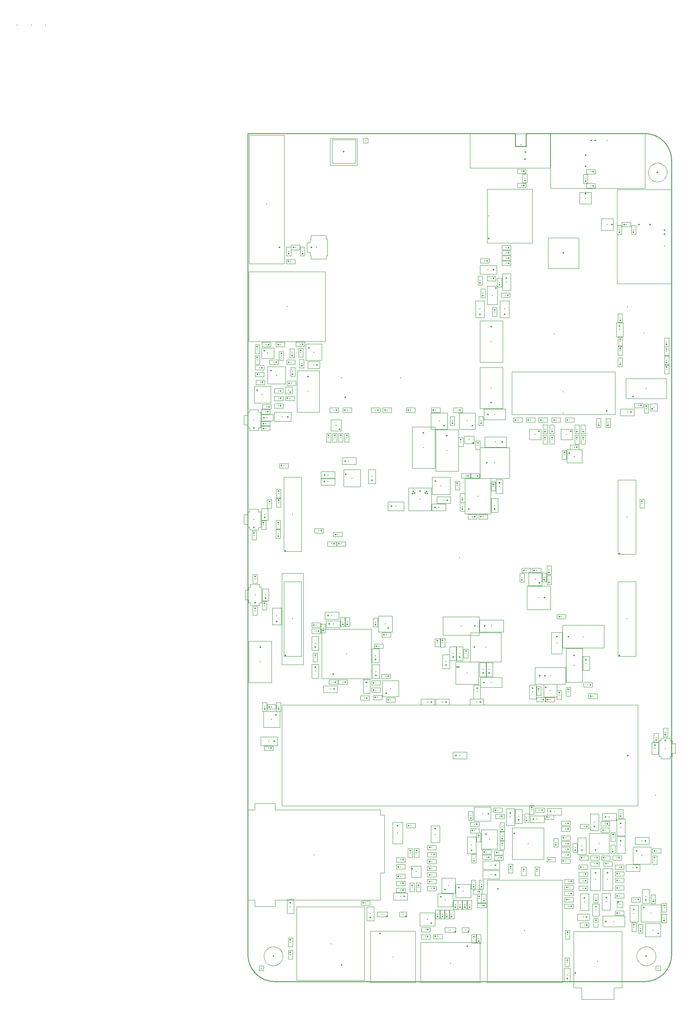
<source format=gbr>
%TF.GenerationSoftware,KiCad,Pcbnew,(5.99.0-459-gf0c386f5d-dirty)*%
%TF.CreationDate,2019-12-04T11:21:27+01:00*%
%TF.ProjectId,dvk-mx8m-bsb,64766b2d-6d78-4386-9d2d-6273622e6b69,v1.0.0*%
%TF.SameCoordinates,Original*%
%TF.FileFunction,Component,L1,Top*%
%TF.FilePolarity,Positive*%
%FSLAX46Y46*%
G04 Gerber Fmt 4.6, Leading zero omitted, Abs format (unit mm)*
G04 Created by KiCad (PCBNEW (5.99.0-459-gf0c386f5d-dirty)) date 2019-12-04 11:21:27*
%MOMM*%
%LPD*%
G04 APERTURE LIST*
%TA.AperFunction,ComponentMain*%
%ADD10C,0.300000*%
%TD*%
%TA.AperFunction,ComponentOutline,Courtyard*%
%ADD11C,0.100000*%
%TD*%
%TA.AperFunction,ComponentPin*%
%ADD12P,0.360000X4X0.000000*%
%TD*%
%TA.AperFunction,ComponentPin*%
%ADD13C,0.000000*%
%TD*%
%TA.AperFunction,ComponentOutline,Footprint*%
%ADD14C,0.100000*%
%TD*%
%TA.AperFunction,Profile*%
%ADD15C,0.150000*%
%TD*%
G04 APERTURE END LIST*
D10*
%TO.C,"U1601"*%
%TO.CFtp,"SGTL5000XNLA3R2"*%
%TO.CVal,"SGTL5000"*%
%TO.CLbN,"dvk-mx8m-bsb"*%
%TO.CMnt,SMD*%
%TO.CRot,90*%
X134600000Y-209200000D03*
D11*
X132450000Y-207050000D02*
X132450000Y-211350000D01*
X136750000Y-211350000D01*
X136750000Y-207050000D01*
X132450000Y-207050000D01*
D12*
%TO.P,"U1601","1","HP_R"*%
X133800000Y-210605000D03*
D13*
%TO.P,"U1601","21","GND"*%
X134600000Y-209200000D03*
X134100000Y-208700000D03*
X135100000Y-208700000D03*
X135100000Y-209700000D03*
X134100000Y-209700000D03*
%TO.P,"U1601","20","VDDD"*%
X133195000Y-210000000D03*
%TO.P,"U1601","19","CTRL_CLK"*%
X133195000Y-209600000D03*
%TO.P,"U1601","18","CTRL_DATA"*%
X133195000Y-209200000D03*
%TO.P,"U1601","17","I2S_DIN"*%
X133195000Y-208800000D03*
%TO.P,"U1601","15","I2S_SCLK"*%
X133800000Y-207795000D03*
%TO.P,"U1601","14","I2S_LRCLK"*%
X134200000Y-207795000D03*
%TO.P,"U1601","13","SYS_MCLK"*%
X134600000Y-207795000D03*
%TO.P,"U1601","12","VDDIO"*%
X135000000Y-207795000D03*
%TO.P,"U1601","10","MIC"*%
X136005000Y-208400000D03*
%TO.P,"U1601","9","LINEINL"*%
X136005000Y-208800000D03*
%TO.P,"U1601","8","LINEINR"*%
X136005000Y-209200000D03*
%TO.P,"U1601","7","LINEOUT_L"*%
X136005000Y-209600000D03*
%TO.P,"U1601","5","VAG"*%
X135400000Y-210605000D03*
%TO.P,"U1601","4","HP_L"*%
X135000000Y-210605000D03*
%TO.P,"U1601","3","VDDA"*%
X134600000Y-210605000D03*
%TO.P,"U1601","2","HPVGND"*%
X134200000Y-210605000D03*
%TO.P,"U1601","21","GND"*%
X134600000Y-209200000D03*
%TO.P,"U1601","16","I2S_DOUT"*%
X133195000Y-208400000D03*
%TO.P,"U1601","11","MICBIAS"*%
X135400000Y-207795000D03*
%TO.P,"U1601","6","LINEOUT_R"*%
X136005000Y-210000000D03*
%TD*%
D10*
%TO.C,"U202"*%
%TO.CFtp,"PTN36043"*%
%TO.CVal,"PTN36043BXY"*%
%TO.CLbN,"dvk-mx8m-bsb"*%
%TO.CMnt,SMD*%
%TO.CRot,0*%
X95750000Y-215135000D03*
D14*
X94750000Y-213935000D02*
X94750000Y-216335000D01*
X96750000Y-216335000D01*
X96750000Y-213935000D01*
X94750000Y-213935000D01*
D12*
%TO.P,"U202","1","CH1_SET1/RXDE"*%
X94900000Y-214535000D03*
D13*
%TO.P,"U202","19","GND"*%
X95750000Y-215585000D03*
X95750000Y-214685000D03*
X95750000Y-215135000D03*
%TO.P,"U202","5","VDD1V8"*%
X94950000Y-216185000D03*
%TO.P,"U202","7","TX_CON_1-"*%
X95750000Y-216185000D03*
%TO.P,"U202","6","TX_CON_1+"*%
X95350000Y-216185000D03*
%TO.P,"U202","8","RX_CON_2-"*%
X96150000Y-216185000D03*
%TO.P,"U202","9","RX_CON_2+"*%
X96550000Y-216185000D03*
%TO.P,"U202","18","RX_AP_+"*%
X94950000Y-214085000D03*
%TO.P,"U202","17","RX_AP_-"*%
X95350000Y-214085000D03*
%TO.P,"U202","16","SEL"*%
X95750000Y-214085000D03*
%TO.P,"U202","15","TX_AP_+"*%
X96150000Y-214085000D03*
%TO.P,"U202","14","TX_AP_-"*%
X96550000Y-214085000D03*
%TO.P,"U202","13","CH2_SET1/TXDE"*%
X96600000Y-214535000D03*
%TO.P,"U202","12","TX_CON_2+"*%
X96600000Y-214935000D03*
%TO.P,"U202","11","TX_CON_2-"*%
X96600000Y-215335000D03*
%TO.P,"U202","10","CH2_SET2/RXEQ"*%
X96600000Y-215735000D03*
%TO.P,"U202","4","CH1_SET2/TXEQ"*%
X94900000Y-215735000D03*
%TO.P,"U202","3","RX_CON_1-"*%
X94900000Y-215335000D03*
%TO.P,"U202","2","RX_CON_1+"*%
X94900000Y-214935000D03*
%TD*%
D10*
%TO.C,"J1803"*%
%TO.CFtp,"MDT320E03001"*%
%TO.CVal,"Key_E"*%
%TO.CLbN,"dvk-mx8m-bsb"*%
%TO.CMnt,SMD*%
%TO.CRot,180*%
X127000000Y-113315000D03*
D14*
X137950000Y-118165000D02*
X137950000Y-109065001D01*
X116050000Y-109065000D01*
X116050000Y-118164999D01*
X137950000Y-118165000D01*
D12*
%TO.P,"J1803","1","Pin_1"*%
X136250000Y-117390000D03*
D13*
%TO.P,"J1803","2","Pin_2"*%
X136000000Y-109840000D03*
%TO.P,"J1803","3","Pin_3"*%
X135750000Y-117390000D03*
%TO.P,"J1803","4","Pin_4"*%
X135500000Y-109840000D03*
%TO.P,"J1803","5","Pin_5"*%
X135250000Y-117390000D03*
%TO.P,"J1803","6","Pin_6"*%
X135000000Y-109840000D03*
%TO.P,"J1803","7","Pin_7"*%
X134750000Y-117390000D03*
%TO.P,"J1803","8","Pin_8"*%
X134500000Y-109840000D03*
%TO.P,"J1803","9","Pin_9"*%
X134250000Y-117390000D03*
%TO.P,"J1803","10","Pin_10"*%
X134000000Y-109840000D03*
%TO.P,"J1803","11","Pin_11"*%
X133750000Y-117390000D03*
%TO.P,"J1803","12","Pin_12"*%
X133500000Y-109840000D03*
%TO.P,"J1803","13","Pin_13"*%
X133250000Y-117390000D03*
%TO.P,"J1803","14","Pin_14"*%
X133000000Y-109840000D03*
%TO.P,"J1803","15","Pin_15"*%
X132750000Y-117390000D03*
%TO.P,"J1803","16","Pin_16"*%
X132500000Y-109840000D03*
%TO.P,"J1803","17","Pin_17"*%
X132250000Y-117390000D03*
%TO.P,"J1803","18","Pin_18"*%
X132000000Y-109840000D03*
%TO.P,"J1803","19","Pin_19"*%
X131750000Y-117390000D03*
%TO.P,"J1803","20","Pin_20"*%
X131500000Y-109840000D03*
%TO.P,"J1803","21","Pin_21"*%
X131250000Y-117390000D03*
%TO.P,"J1803","22","Pin_22"*%
X131000000Y-109840000D03*
%TO.P,"J1803","23","Pin_23"*%
X130750000Y-117390000D03*
%TO.P,"J1803","32","Pin_32"*%
X128500000Y-109840000D03*
%TO.P,"J1803","33","Pin_33"*%
X128250000Y-117390000D03*
%TO.P,"J1803","34","Pin_34"*%
X128000000Y-109840000D03*
%TO.P,"J1803","35","Pin_35"*%
X127750000Y-117390000D03*
%TO.P,"J1803","36","Pin_36"*%
X127500000Y-109840000D03*
%TO.P,"J1803","37","Pin_37"*%
X127250000Y-117390000D03*
%TO.P,"J1803","38","Pin_38"*%
X127000000Y-109840000D03*
%TO.P,"J1803","39","Pin_39"*%
X126750000Y-117390000D03*
%TO.P,"J1803","40","Pin_40"*%
X126500000Y-109840000D03*
%TO.P,"J1803","41","Pin_41"*%
X126250000Y-117390000D03*
%TO.P,"J1803","42","Pin_42"*%
X126000000Y-109840000D03*
%TO.P,"J1803","43","Pin_43"*%
X125750000Y-117390000D03*
%TO.P,"J1803","44","Pin_44"*%
X125500000Y-109840000D03*
%TO.P,"J1803","45","Pin_45"*%
X125250000Y-117390000D03*
%TO.P,"J1803","46","Pin_46"*%
X125000000Y-109840000D03*
%TO.P,"J1803","47","Pin_47"*%
X124750000Y-117390000D03*
%TO.P,"J1803","48","Pin_48"*%
X124500000Y-109840000D03*
%TO.P,"J1803","49","Pin_49"*%
X124250000Y-117390000D03*
%TO.P,"J1803","50","Pin_50"*%
X124000000Y-109840000D03*
%TO.P,"J1803","51","Pin_51"*%
X123750000Y-117390000D03*
%TO.P,"J1803","52","Pin_52"*%
X123500000Y-109840000D03*
%TO.P,"J1803","53","Pin_53"*%
X123250000Y-117390000D03*
%TO.P,"J1803","54","Pin_54"*%
X123000000Y-109840000D03*
%TO.P,"J1803","55","Pin_55"*%
X122750000Y-117390000D03*
%TO.P,"J1803","56","Pin_56"*%
X122500000Y-109840000D03*
%TO.P,"J1803","57","Pin_57"*%
X122250000Y-117390000D03*
%TO.P,"J1803","58","Pin_58"*%
X122000000Y-109840000D03*
%TO.P,"J1803","59","Pin_59"*%
X121750000Y-117390000D03*
%TO.P,"J1803","60","Pin_60"*%
X121500000Y-109840000D03*
%TO.P,"J1803","61","Pin_61"*%
X121250000Y-117390000D03*
%TO.P,"J1803","62","Pin_62"*%
X121000000Y-109840000D03*
%TO.P,"J1803","63","Pin_63"*%
X120750000Y-117390000D03*
%TO.P,"J1803","64","Pin_64"*%
X120500000Y-109840000D03*
%TO.P,"J1803","65","Pin_65"*%
X120250000Y-117390000D03*
%TO.P,"J1803","66","Pin_66"*%
X120000000Y-109840000D03*
%TO.P,"J1803","67","Pin_67"*%
X119750000Y-117390000D03*
%TO.P,"J1803","68","Pin_68"*%
X119500000Y-109840000D03*
%TO.P,"J1803","69","Pin_69"*%
X119250000Y-117390000D03*
%TO.P,"J1803","70","Pin_70"*%
X119000000Y-109840000D03*
%TO.P,"J1803","71","Pin_71"*%
X118750000Y-117390000D03*
%TO.P,"J1803","72","Pin_72"*%
X118500000Y-109840000D03*
%TO.P,"J1803","73","Pin_73"*%
X118250000Y-117390000D03*
%TO.P,"J1803","74","Pin_74"*%
X118000000Y-109840000D03*
%TO.P,"J1803","75","Pin_75"*%
X117750000Y-117390000D03*
%TO.P,"J1803",*%
X116650000Y-116615000D03*
X117000000Y-112115000D03*
X137000000Y-112115000D03*
X137350000Y-116615000D03*
%TD*%
D10*
%TO.C,"AE2301"*%
%TO.CFtp,"ACM4-5036-A1-CC-S"*%
%TO.CVal,"ACM4-5036-A1-CC-S"*%
%TO.CLbN,"dvk-mx8m-bsb"*%
%TO.CMnt,SMD*%
%TO.CRot,-90*%
X118000000Y-60900000D03*
D14*
X124200000Y-58500000D02*
X107200000Y-58500001D01*
X107200000Y-65840000D01*
X124200000Y-65840000D01*
X124200000Y-58500000D01*
D12*
%TO.P,"AE2301","1","A"*%
X118850000Y-63945000D03*
X118925000Y-62425000D03*
D13*
%TO.P,"AE2301","2","Shield"*%
X112611500Y-65300000D03*
X107700000Y-62150000D03*
X121938500Y-65300000D03*
X123700000Y-62150000D03*
X122175000Y-59000000D03*
X111525000Y-59000000D03*
X121275000Y-60650000D03*
X115275000Y-60900000D03*
X120725000Y-60900000D03*
%TD*%
D10*
%TO.C,"AE1802"*%
%TO.CFtp,"FR05-S1-NO-1-004"*%
%TO.CVal,"FR05-S1-NO-1-004"*%
%TO.CLbN,"dvk-mx8m-bsb"*%
%TO.CMnt,SMD*%
%TO.CRot,-90*%
X148500000Y-82400000D03*
D14*
X149999999Y-70400000D02*
X138400000Y-70400000D01*
X138400000Y-90400000D01*
X150000000Y-90400000D01*
X149999999Y-70400000D01*
D12*
%TO.P,"AE1802","1","A"*%
X148500000Y-79850000D03*
X148500000Y-79050000D03*
X145399000Y-77800000D03*
X143049000Y-77800000D03*
D13*
%TO.P,"AE1802","3"*%
X148500000Y-84950000D03*
%TD*%
D10*
%TO.C,"AE1801"*%
%TO.CFtp,"FR05-S1-NO-1-004"*%
%TO.CVal,"FR05-S1-NO-1-004"*%
%TO.CLbN,"dvk-mx8m-bsb"*%
%TO.CMnt,SMD*%
%TO.CRot,0*%
X136300000Y-60000000D03*
D14*
X124300000Y-58500000D02*
X124300000Y-70100000D01*
X144300000Y-70100000D01*
X144300000Y-58500000D01*
X124300000Y-58500000D01*
D12*
%TO.P,"AE1801","1","A"*%
X133750000Y-60000000D03*
X132950000Y-60000000D03*
X131700000Y-63101000D03*
X131700000Y-65451000D03*
D13*
%TO.P,"AE1801","3"*%
X138850000Y-60000000D03*
%TD*%
D10*
%TO.C,"U201"*%
%TO.CFtp,"PTN5110"*%
%TO.CVal,"PTN5110HQZ"*%
%TO.CLbN,"dvk-mx8m-bsb"*%
%TO.CMnt,SMD*%
%TO.CRot,0*%
X82100000Y-131640000D03*
D14*
X80300000Y-129840000D02*
X80300000Y-133440000D01*
X83900000Y-133440000D01*
X83900000Y-129840000D01*
X80300000Y-129840000D01*
D12*
%TO.P,"U201","1","FRS_EN"*%
X80750000Y-130840000D03*
D13*
%TO.P,"U201","17","GND"*%
X82400000Y-131840000D03*
X81800000Y-131440000D03*
X82100000Y-131640000D03*
%TO.P,"U201","16","EN_SRC"*%
X81700000Y-130290000D03*
%TO.P,"U201","15","VBUS"*%
X82100000Y-130290000D03*
%TO.P,"U201","14","CC2"*%
X82500000Y-130290000D03*
%TO.P,"U201","13","CC1"*%
X83450000Y-130840000D03*
%TO.P,"U201","12","VCONN_IN"*%
X83450000Y-131240000D03*
%TO.P,"U201","11","FAULT_N"*%
X83450000Y-131640000D03*
%TO.P,"U201","10","ALERT_N"*%
X83450000Y-132040000D03*
%TO.P,"U201","9","DBG_ACC"*%
X83450000Y-132440000D03*
%TO.P,"U201","8","I2C_SCL"*%
X82500000Y-132990000D03*
%TO.P,"U201","7","I2C_SDA"*%
X82100000Y-132990000D03*
%TO.P,"U201","6","ILIM_5V_VBUS"*%
X81700000Y-132990000D03*
%TO.P,"U201","5","SLV_ADDR"*%
X80750000Y-132440000D03*
%TO.P,"U201","4","BYPASS"*%
X80750000Y-132040000D03*
%TO.P,"U201","3","VDD"*%
X80750000Y-131640000D03*
%TO.P,"U201","2","EN_SNK1"*%
X80750000Y-131240000D03*
%TD*%
D10*
%TO.C,"BT301"*%
%TO.CFtp,"BH18650"*%
%TO.CVal,"18650"*%
%TO.CLbN,"dvk-mx8m-bsb"*%
%TO.CMnt,TH*%
%TO.CRot,0*%
X105000000Y-190500000D03*
D11*
X67200000Y-179800000D02*
X142800000Y-179800000D01*
X142800000Y-201200000D01*
X67200000Y-201200000D01*
X67200000Y-179800000D01*
D12*
%TO.P,"BT301","1","+"*%
X140700000Y-190500000D03*
D13*
%TO.P,"BT301",*%
X139250000Y-200200000D03*
X78150000Y-190500000D03*
X131850000Y-190500000D03*
%TO.P,"BT301","2","-"*%
X69300000Y-190500000D03*
%TD*%
D10*
%TO.C,"J1503"*%
%TO.CFtp,"JAE_SF56"*%
%TO.CVal,"Micro_SIM_Card"*%
%TO.CLbN,"dvk-mx8m-bsb"*%
%TO.CMnt,SMD*%
%TO.CRot,-90*%
X68300000Y-95200000D03*
D14*
X76400000Y-87800000D02*
X60200000Y-87800001D01*
X60200000Y-102600000D01*
X76400000Y-102599999D01*
X76400000Y-87800000D01*
D13*
%TO.P,"J1503","HD4","HD"*%
X60750000Y-102100000D03*
%TO.P,"J1503","HD1","HD"*%
X60900000Y-88400000D03*
%TO.P,"J1503","HD3","HD"*%
X75750000Y-98070000D03*
%TO.P,"J1503","DSW2","DET"*%
X76075000Y-96200000D03*
%TO.P,"J1503","C7","I/O"*%
X65410000Y-93480000D03*
%TO.P,"J1503","C6","VPP"*%
X65410000Y-95670000D03*
%TO.P,"J1503","C5","GND"*%
X65410000Y-97860000D03*
%TO.P,"J1503","C3","CLK"*%
X64310000Y-93480000D03*
%TO.P,"J1503","C2","RST"*%
X64310000Y-95670000D03*
%TO.P,"J1503","C1","VCC"*%
X64310000Y-97860000D03*
%TO.P,"J1503","DSW1","DSW1"*%
X75500000Y-88800000D03*
%TO.P,"J1503","HD2","HD"*%
X74250000Y-88800000D03*
%TD*%
D10*
%TO.C,"L404"*%
%TO.CFtp,"LPS4018-222MRB"*%
%TO.CVal,"2.2uH"*%
%TO.CLbN,"dvk-mx8m-bsb"*%
%TO.CMnt,SMD*%
%TO.CRot,-90*%
X96550000Y-136120000D03*
D11*
X94100000Y-133670000D02*
X99000000Y-133670000D01*
X99000000Y-138570000D01*
X94100000Y-138570000D01*
X94100000Y-133670000D01*
D12*
%TO.P,"L404","1","1"*%
X97940000Y-134475000D03*
X95387500Y-134782500D03*
X97712750Y-134782500D03*
X95160000Y-134475000D03*
X97940000Y-134475000D03*
X94992500Y-134925000D03*
X98107500Y-134925000D03*
X96550000Y-134355000D03*
D13*
%TO.P,"L404","2","2"*%
X95387500Y-137457500D03*
X97712750Y-137457450D03*
X95160000Y-137765000D03*
X97940000Y-137765000D03*
X94992500Y-137315000D03*
X98107500Y-137315000D03*
X96550000Y-137885000D03*
%TD*%
D10*
%TO.C,"FID101"*%
%TO.CFtp,"Fiducial"*%
%TO.CVal,"Fiducial"*%
%TO.CLbN,"dvk-mx8m-bsb"*%
%TO.CMnt,SMD*%
%TO.CRot,0*%
X85000000Y-60000000D03*
D14*
X84500000Y-59500000D02*
X84500000Y-60500000D01*
X85500000Y-60500000D01*
X85500000Y-59500000D01*
X84500000Y-59500000D01*
D13*
%TO.P,"FID101",*%
X85000000Y-60000000D03*
%TD*%
D10*
%TO.C,"FID103"*%
%TO.CFtp,"Fiducial"*%
%TO.CVal,"Fiducial"*%
%TO.CLbN,"dvk-mx8m-bsb"*%
%TO.CMnt,SMD*%
%TO.CRot,0*%
X147150000Y-235650000D03*
D14*
X146650000Y-235150000D02*
X146650000Y-236150000D01*
X147650000Y-236150000D01*
X147650000Y-235150000D01*
X146650000Y-235150000D01*
D13*
%TO.P,"FID103",*%
X147150000Y-235650000D03*
%TD*%
D10*
%TO.C,"FID102"*%
%TO.CFtp,"Fiducial"*%
%TO.CVal,"Fiducial"*%
%TO.CLbN,"dvk-mx8m-bsb"*%
%TO.CMnt,SMD*%
%TO.CRot,0*%
X62850000Y-235650000D03*
D14*
X62350000Y-235150000D02*
X62350000Y-236150000D01*
X63350000Y-236150000D01*
X63350000Y-235150000D01*
X62350000Y-235150000D01*
D13*
%TO.P,"FID102",*%
X62850000Y-235650000D03*
%TD*%
D10*
%TO.C,"U1701"*%
%TO.CFtp,"AR8031"*%
%TO.CVal,"AR8031"*%
%TO.CLbN,"dvk-mx8m-bsb"*%
%TO.CMnt,SMD*%
%TO.CRot,0*%
X119500000Y-209200000D03*
D14*
X116135000Y-205835000D02*
X116135000Y-212565000D01*
X122865000Y-212565000D01*
X122865000Y-205835000D01*
X116135000Y-205835000D01*
D12*
%TO.P,"U1701","1","MDC"*%
X116555000Y-207000000D03*
D13*
%TO.P,"U1701","49","GND"*%
X120000000Y-208700000D03*
X120000000Y-209700000D03*
X119000000Y-209700000D03*
X118000000Y-209700000D03*
X118000000Y-210700000D03*
X119000000Y-210700000D03*
X120000000Y-210700000D03*
X121000000Y-210700000D03*
X121000000Y-209700000D03*
X121000000Y-208700000D03*
X121000000Y-207700000D03*
X120000000Y-207700000D03*
X119000000Y-207700000D03*
X118000000Y-207700000D03*
X118000000Y-208700000D03*
X119000000Y-208700000D03*
X118500000Y-210200000D03*
X120500000Y-210200000D03*
X120500000Y-208200000D03*
X118500000Y-208200000D03*
X119500000Y-209200000D03*
%TO.P,"U1701","36","TXD0"*%
X122445000Y-207000000D03*
%TO.P,"U1701","35","GTX_CLK"*%
X122445000Y-207400000D03*
%TO.P,"U1701","34","TX_EN"*%
X122445000Y-207800000D03*
%TO.P,"U1701","33","RX_CLK"*%
X122445000Y-208200000D03*
%TO.P,"U1701","32","RX_DV"*%
X122445000Y-208600000D03*
%TO.P,"U1701","31","RXD0"*%
X122445000Y-209000000D03*
%TO.P,"U1701","30","RXD1"*%
X122445000Y-209400000D03*
%TO.P,"U1701","29","VDDIO_REG"*%
X122445000Y-209800000D03*
%TO.P,"U1701","28","RXD2"*%
X122445000Y-210200000D03*
%TO.P,"U1701","27","RXD3"*%
X122445000Y-210600000D03*
%TO.P,"U1701","26","LED_LINK10_100"*%
X122445000Y-211000000D03*
%TO.P,"U1701","25","CLK_25M"*%
X122445000Y-211400000D03*
%TO.P,"U1701","12","TRXN0"*%
X116555000Y-211400000D03*
%TO.P,"U1701","11","TRXP0"*%
X116555000Y-211000000D03*
%TO.P,"U1701","10","VDDH_REG"*%
X116555000Y-210600000D03*
%TO.P,"U1701","9","RBIAS"*%
X116555000Y-210200000D03*
%TO.P,"U1701","8","AVDDL1"*%
X116555000Y-209800000D03*
%TO.P,"U1701","7","XTLI"*%
X116555000Y-209400000D03*
%TO.P,"U1701","6","XTLO"*%
X116555000Y-209000000D03*
%TO.P,"U1701","5","INT"*%
X116555000Y-208600000D03*
%TO.P,"U1701","4","VDD33"*%
X116555000Y-208200000D03*
%TO.P,"U1701","3","LX"*%
X116555000Y-207800000D03*
%TO.P,"U1701","2","~RST"*%
X116555000Y-207400000D03*
%TO.P,"U1701","48","MDIO"*%
X117300000Y-206255000D03*
%TO.P,"U1701","47","DVDDL"*%
X117700000Y-206255000D03*
%TO.P,"U1701","46","SIP"*%
X118100000Y-206255000D03*
%TO.P,"U1701","45","SIN"*%
X118500000Y-206255000D03*
%TO.P,"U1701","44","AVDDL2"*%
X118900000Y-206255000D03*
%TO.P,"U1701","43","SOP"*%
X119300000Y-206255000D03*
%TO.P,"U1701","42","SON"*%
X119700000Y-206255000D03*
%TO.P,"U1701","41","SD"*%
X120100000Y-206255000D03*
%TO.P,"U1701","40","WOL_INT"*%
X120500000Y-206255000D03*
%TO.P,"U1701","39","TXD3"*%
X120900000Y-206255000D03*
%TO.P,"U1701","38","TXD2"*%
X121300000Y-206255000D03*
%TO.P,"U1701","37","TXD1"*%
X121700000Y-206255000D03*
%TO.P,"U1701","24","LED_LINK1000"*%
X121700000Y-212145000D03*
%TO.P,"U1701","23","LED_ACT"*%
X121300000Y-212145000D03*
%TO.P,"U1701","22","PPS"*%
X120900000Y-212145000D03*
%TO.P,"U1701","21","TRxN3"*%
X120500000Y-212145000D03*
%TO.P,"U1701","20","TRXP3"*%
X120100000Y-212145000D03*
%TO.P,"U1701","19","AVDDL4"*%
X119700000Y-212145000D03*
%TO.P,"U1701","18","TRXN2"*%
X119300000Y-212145000D03*
%TO.P,"U1701","17","TRXP2"*%
X118900000Y-212145000D03*
%TO.P,"U1701","16","AVDD33"*%
X118500000Y-212145000D03*
%TO.P,"U1701","15","TRXN1"*%
X118100000Y-212145000D03*
%TO.P,"U1701","14","TRXP1"*%
X117700000Y-212145000D03*
%TO.P,"U1701","13","AVDDL3"*%
X117300000Y-212145000D03*
%TD*%
D10*
%TO.C,"U205"*%
%TO.CFtp,"PCMF2HDMI2S"*%
%TO.CVal,"PCMF2HDMI2SZ"*%
%TO.CLbN,"dvk-mx8m-bsb"*%
%TO.CMnt,SMD*%
%TO.CRot,-90*%
X92950000Y-224200000D03*
D14*
X93675000Y-223675000D02*
X92225000Y-223675000D01*
X92225000Y-224725000D01*
X93675000Y-224725000D01*
X93675000Y-223675000D01*
D12*
%TO.P,"U205","A1"*%
X93550000Y-224600000D03*
D13*
%TO.P,"U205","C3"*%
X92750000Y-223800000D03*
%TO.P,"U205","C2"*%
X93150000Y-223800000D03*
%TO.P,"U205","C1"*%
X93550000Y-223800000D03*
%TO.P,"U205","C4"*%
X92350000Y-223800000D03*
%TO.P,"U205","A4"*%
X92350000Y-224600000D03*
%TO.P,"U205","A3","4"*%
X92750000Y-224600000D03*
%TO.P,"U205","A2"*%
X93150000Y-224600000D03*
%TO.P,"U205","B1"*%
X93350000Y-224200000D03*
%TO.P,"U205","B2"*%
X92550000Y-224200000D03*
%TD*%
D10*
%TO.C,"U204"*%
%TO.CFtp,"PCMF3HDMI2S"*%
%TO.CVal,"PCMF3HDMI2SZ"*%
%TO.CLbN,"dvk-mx8m-bsb"*%
%TO.CMnt,SMD*%
%TO.CRot,-90*%
X88550000Y-224200000D03*
D14*
X89675000Y-223675000D02*
X87425000Y-223675001D01*
X87425000Y-224725000D01*
X89675000Y-224724999D01*
X89675000Y-223675000D01*
D12*
%TO.P,"U204","A1"*%
X89550000Y-224600000D03*
D13*
%TO.P,"U204","C5"*%
X87950000Y-223800000D03*
%TO.P,"U204","A6"*%
X87550000Y-224600000D03*
%TO.P,"U204","A5","4"*%
X87950000Y-224600000D03*
%TO.P,"U204","B3"*%
X87750000Y-224200000D03*
%TO.P,"U204","C6"*%
X87550000Y-223800000D03*
%TO.P,"U204","C3"*%
X88750000Y-223800000D03*
%TO.P,"U204","C2"*%
X89150000Y-223800000D03*
%TO.P,"U204","C1"*%
X89550000Y-223800000D03*
%TO.P,"U204","C4"*%
X88350000Y-223800000D03*
%TO.P,"U204","A4"*%
X88350000Y-224600000D03*
%TO.P,"U204","A3","4"*%
X88750000Y-224600000D03*
%TO.P,"U204","A2"*%
X89150000Y-224600000D03*
%TO.P,"U204","B1"*%
X89350000Y-224200000D03*
%TO.P,"U204","B2"*%
X88550000Y-224200000D03*
%TD*%
D10*
%TO.C,"U1902"*%
%TO.CFtp,"PCMF2HDMI2S"*%
%TO.CVal,"PCMF2HDMI2SZ"*%
%TO.CLbN,"dvk-mx8m-bsb"*%
%TO.CMnt,SMD*%
%TO.CRot,-90*%
X106200000Y-227500000D03*
D14*
X106925000Y-226975000D02*
X105475000Y-226975000D01*
X105475000Y-228025000D01*
X106925000Y-228025000D01*
X106925000Y-226975000D01*
D12*
%TO.P,"U1902","A1"*%
X106800000Y-227900000D03*
D13*
%TO.P,"U1902","C3"*%
X106000000Y-227100000D03*
%TO.P,"U1902","C2"*%
X106400000Y-227100000D03*
%TO.P,"U1902","C1"*%
X106800000Y-227100000D03*
%TO.P,"U1902","C4"*%
X105600000Y-227100000D03*
%TO.P,"U1902","A4"*%
X105600000Y-227900000D03*
%TO.P,"U1902","A3","4"*%
X106000000Y-227900000D03*
%TO.P,"U1902","A2"*%
X106400000Y-227900000D03*
%TO.P,"U1902","B1"*%
X106600000Y-227500000D03*
%TO.P,"U1902","B2"*%
X105800000Y-227500000D03*
%TD*%
D10*
%TO.C,"U1901"*%
%TO.CFtp,"PCMF3HDMI2S"*%
%TO.CVal,"PCMF3HDMI2SZ"*%
%TO.CLbN,"dvk-mx8m-bsb"*%
%TO.CMnt,SMD*%
%TO.CRot,-90*%
X103000000Y-227500000D03*
D14*
X104125000Y-226975000D02*
X101875000Y-226975001D01*
X101875000Y-228025000D01*
X104125000Y-228024999D01*
X104125000Y-226975000D01*
D12*
%TO.P,"U1901","A1"*%
X104000000Y-227900000D03*
D13*
%TO.P,"U1901","C5"*%
X102400000Y-227100000D03*
%TO.P,"U1901","A6"*%
X102000000Y-227900000D03*
%TO.P,"U1901","A5","4"*%
X102400000Y-227900000D03*
%TO.P,"U1901","B3"*%
X102200000Y-227500000D03*
%TO.P,"U1901","C6"*%
X102000000Y-227100000D03*
%TO.P,"U1901","C3"*%
X103200000Y-227100000D03*
%TO.P,"U1901","C2"*%
X103600000Y-227100000D03*
%TO.P,"U1901","C1"*%
X104000000Y-227100000D03*
%TO.P,"U1901","C4"*%
X102800000Y-227100000D03*
%TO.P,"U1901","A4"*%
X102800000Y-227900000D03*
%TO.P,"U1901","A3","4"*%
X103200000Y-227900000D03*
%TO.P,"U1901","A2"*%
X103600000Y-227900000D03*
%TO.P,"U1901","B1"*%
X103800000Y-227500000D03*
%TO.P,"U1901","B2"*%
X103000000Y-227500000D03*
%TD*%
D10*
%TO.C,"U1603"*%
%TO.CFtp,"FSA6157L6X"*%
%TO.CVal,"FSA6157L6X"*%
%TO.CLbN,"dvk-mx8m-bsb"*%
%TO.CMnt,SMD*%
%TO.CRot,-90*%
X139000000Y-222100000D03*
D14*
X139620000Y-221450000D02*
X138380000Y-221450000D01*
X138380000Y-222750000D01*
X139620000Y-222750000D01*
X139620000Y-221450000D01*
D12*
%TO.P,"U1603","1","S"*%
X138640000Y-221600000D03*
D13*
%TO.P,"U1603","2","VCC"*%
X138625000Y-222100000D03*
%TO.P,"U1603","3","A"*%
X138625000Y-222600000D03*
%TO.P,"U1603","4","B0"*%
X139375000Y-222600000D03*
%TO.P,"U1603","5","GND"*%
X139375000Y-222100000D03*
%TO.P,"U1603","6","B1"*%
X139375000Y-221600000D03*
%TD*%
D10*
%TO.C,"U404"*%
%TO.CFtp,"AP22814"*%
%TO.CVal,"AP22814"*%
%TO.CLbN,"dvk-mx8m-bsb"*%
%TO.CMnt,SMD*%
%TO.CRot,90*%
X107000000Y-123500000D03*
D14*
X105950000Y-124334999D02*
X108050000Y-124335000D01*
X108050000Y-122665001D01*
X105950000Y-122665000D01*
X105950000Y-124334999D01*
D12*
%TO.P,"U404","1","VIN"*%
X107825000Y-124150000D03*
D13*
%TO.P,"U404","2","GND"*%
X107000000Y-123500000D03*
%TO.P,"U404","6"*%
X106175000Y-124150000D03*
%TO.P,"U404","4","FLG"*%
X106175000Y-122850000D03*
%TO.P,"U404","3","EN"*%
X107825000Y-122850000D03*
%TO.P,"U404","5","VOUT"*%
X106175000Y-123500000D03*
%TO.P,"U404","2","GND"*%
X107300000Y-123500000D03*
X107000000Y-123500000D03*
%TD*%
D10*
%TO.C,"U301"*%
%TO.CFtp,"BQ25896"*%
%TO.CVal,"BQ25896"*%
%TO.CLbN,"dvk-mx8m-bsb"*%
%TO.CMnt,SMD*%
%TO.CRot,0*%
X106550000Y-173000000D03*
D14*
X104150000Y-170600000D02*
X104150000Y-175400000D01*
X108950000Y-175400000D01*
X108950000Y-170600000D01*
X104150000Y-170600000D01*
D12*
%TO.P,"U301","1","VBUS"*%
X104810000Y-171750000D03*
X104470000Y-171750000D03*
D13*
%TO.P,"U301","25","PAD"*%
X106550000Y-173900000D03*
X106550000Y-173000000D03*
X106550000Y-172100000D03*
X107450000Y-172100000D03*
X107450000Y-173000000D03*
X107450000Y-173900000D03*
X105650000Y-173900000D03*
X105650000Y-173000000D03*
X105650000Y-172100000D03*
%TO.P,"U301","20","SW"*%
X107300000Y-171260000D03*
%TO.P,"U301","21","BTST"*%
X106800000Y-171260000D03*
%TO.P,"U301","22","REGN"*%
X106300000Y-171260000D03*
%TO.P,"U301","19","SW"*%
X107800000Y-170920000D03*
%TO.P,"U301","20","SW"*%
X107300000Y-170920000D03*
%TO.P,"U301","19","SW"*%
X107800000Y-171260000D03*
%TO.P,"U301","21","BTST"*%
X106800000Y-170920000D03*
%TO.P,"U301","22","REGN"*%
X106300000Y-170920000D03*
%TO.P,"U301","23","PMID"*%
X105800000Y-170920000D03*
%TO.P,"U301","24"*%
X105300000Y-171260000D03*
X105300000Y-170920000D03*
%TO.P,"U301","23","PMID"*%
X105800000Y-171260000D03*
%TO.P,"U301","15","SYS"*%
X108630000Y-173250000D03*
%TO.P,"U301","13","BAT"*%
X108630000Y-174250000D03*
X108290000Y-174250000D03*
%TO.P,"U301","14","BAT"*%
X108290000Y-173750000D03*
%TO.P,"U301","15","SYS"*%
X108290000Y-173250000D03*
%TO.P,"U301","14","BAT"*%
X108630000Y-173750000D03*
%TO.P,"U301","16","SYS"*%
X108290000Y-172750000D03*
X108630000Y-172750000D03*
%TO.P,"U301","17","PGND"*%
X108630000Y-172250000D03*
%TO.P,"U301","18","PGND"*%
X108290000Y-171750000D03*
X108630000Y-171750000D03*
%TO.P,"U301","17","PGND"*%
X108290000Y-172250000D03*
%TO.P,"U301","6","SDA"*%
X104470000Y-174250000D03*
X104810000Y-174250000D03*
%TO.P,"U301","5","SCL"*%
X104470000Y-173750000D03*
X104810000Y-173750000D03*
%TO.P,"U301","4","STAT"*%
X104470000Y-173250000D03*
X104810000Y-173250000D03*
%TO.P,"U301","3","~PG"*%
X104470000Y-172750000D03*
X104810000Y-172750000D03*
%TO.P,"U301","2","PSEL"*%
X104470000Y-172250000D03*
X104810000Y-172250000D03*
%TO.P,"U301","25","PAD"*%
X106550000Y-173000000D03*
%TO.P,"U301","7","INT"*%
X105300000Y-175080000D03*
X105300000Y-174740000D03*
%TO.P,"U301","8","OTG"*%
X105800000Y-174740000D03*
X105800000Y-175080000D03*
%TO.P,"U301","9","~CE"*%
X106300000Y-174740000D03*
X106300000Y-175080000D03*
%TO.P,"U301","10","ILIM"*%
X106800000Y-174740000D03*
X106800000Y-175080000D03*
%TO.P,"U301","11","TS"*%
X107300000Y-174740000D03*
X107300000Y-175080000D03*
%TO.P,"U301","12","~QON"*%
X107800000Y-174740000D03*
X107800000Y-175080000D03*
%TD*%
D10*
%TO.C,"MOD101"*%
%TO.CFtp,"EmCr_SOM_IMX8M_Outline"*%
%TO.CVal,"EmC_SoM"*%
%TO.CLbN,"dvk-mx8m-bsb"*%
%TO.CMnt,TH*%
%TO.CRot,180*%
X105000000Y-148500000D03*
D11*
X71800000Y-151800000D02*
X67200000Y-151800000D01*
X67200000Y-171200000D01*
X71800000Y-171200000D01*
X71800000Y-151800000D01*
D13*
%TO.P,"MOD101","MH4","GND"*%
X68200000Y-123500000D03*
%TO.P,"MOD101","MH3","GND"*%
X68200000Y-175300000D03*
%TO.P,"MOD101","MH2","GND"*%
X141800000Y-121700000D03*
%TO.P,"MOD101","MH1","GND"*%
X141800000Y-175300000D03*
%TD*%
D10*
%TO.C,"J1601"*%
%TO.CFtp,"Phone_Jack_SJ-43515TS"*%
%TO.CVal,"SJ-43515TS"*%
%TO.CLbN,"dvk-mx8m-bsb"*%
%TO.CMnt,TH*%
%TO.CRot,0*%
X134300000Y-234175000D03*
D11*
X130900000Y-239775000D02*
X129200000Y-239775000D01*
X129200000Y-227875000D01*
X139400000Y-227875000D01*
X139400000Y-239775000D01*
X137700000Y-239775000D01*
X137700000Y-242275000D01*
X130900000Y-242275000D01*
X130900000Y-239775000D01*
D12*
%TO.P,"J1601","1"*%
X129500000Y-236675000D03*
D13*
%TO.P,"J1601","3"*%
X132700000Y-228575000D03*
%TO.P,"J1601","5"*%
X135900000Y-228575000D03*
%TO.P,"J1601","2"*%
X137900000Y-231675000D03*
%TO.P,"J1601","4"*%
X138800000Y-236675000D03*
%TO.P,"J1601",*%
X134300000Y-231675000D03*
X134300000Y-236675000D03*
%TD*%
D10*
%TO.C,"J1301"*%
%TO.CFtp,"Conn_Pan_AXT530124"*%
%TO.CVal,"OV5640"*%
%TO.CLbN,"dvk-mx8m-bsb"*%
%TO.CMnt,SMD*%
%TO.CRot,0*%
X144600000Y-112650000D03*
D11*
X140300000Y-110550000D02*
X140300000Y-114750000D01*
X148900000Y-114750000D01*
X148900000Y-110550000D01*
X140300000Y-110550000D01*
D12*
%TO.P,"J1301","1","Pin_1"*%
X141800000Y-114290000D03*
D13*
%TO.P,"J1301",*%
X148300000Y-114150000D03*
X148300000Y-111150000D03*
X140900000Y-114150000D03*
X140900000Y-111150000D03*
%TO.P,"J1301","14","Pin_14"*%
X147000000Y-114290000D03*
%TO.P,"J1301","15","Pin_15"*%
X147400000Y-114290000D03*
%TO.P,"J1301","13","Pin_13"*%
X146600000Y-114290000D03*
%TO.P,"J1301","12","Pin_12"*%
X146200000Y-114290000D03*
%TO.P,"J1301","11","Pin_11"*%
X145800000Y-114290000D03*
%TO.P,"J1301","4","Pin_4"*%
X143000000Y-114290000D03*
%TO.P,"J1301","3","Pin_3"*%
X142600000Y-114290000D03*
%TO.P,"J1301","5","Pin_5"*%
X143400000Y-114290000D03*
%TO.P,"J1301","2","Pin_2"*%
X142200000Y-114290000D03*
%TO.P,"J1301","10","Pin_10"*%
X145400000Y-114290000D03*
%TO.P,"J1301","9","Pin_9"*%
X145000000Y-114290000D03*
%TO.P,"J1301","8","Pin_8"*%
X144600000Y-114290000D03*
%TO.P,"J1301","7","Pin_7"*%
X144200000Y-114290000D03*
%TO.P,"J1301","6","Pin_6"*%
X143800000Y-114290000D03*
%TO.P,"J1301","17","Pin_17"*%
X147000000Y-111010000D03*
%TO.P,"J1301","16","Pin_16"*%
X147400000Y-111010000D03*
%TO.P,"J1301","18","Pin_18"*%
X146600000Y-111010000D03*
%TO.P,"J1301","19","Pin_19"*%
X146200000Y-111010000D03*
%TO.P,"J1301","30","Pin_30"*%
X141800000Y-111010000D03*
%TO.P,"J1301","29","Pin_29"*%
X142200000Y-111010000D03*
%TO.P,"J1301","28","Pin_28"*%
X142600000Y-111010000D03*
%TO.P,"J1301","27","Pin_27"*%
X143000000Y-111010000D03*
%TO.P,"J1301","20","Pin_20"*%
X145800000Y-111010000D03*
%TO.P,"J1301","21","Pin_21"*%
X145400000Y-111010000D03*
%TO.P,"J1301","22","Pin_22"*%
X145000000Y-111010000D03*
%TO.P,"J1301","23","Pin_23"*%
X144600000Y-111010000D03*
%TO.P,"J1301","24","Pin_24"*%
X144200000Y-111010000D03*
%TO.P,"J1301","25","Pin_25"*%
X143800000Y-111010000D03*
%TO.P,"J1301","26","Pin_26"*%
X143400000Y-111010000D03*
%TD*%
D10*
%TO.C,"MNT102"*%
%TO.CFtp,"MountingHole_2.2mm_M2_ISO7380_Pad"*%
%TO.CVal,"Mount_Hole"*%
%TO.CLbN,"dvk-mx8m-bsb"*%
%TO.CMnt,TH*%
%TO.CRot,0*%
X147000000Y-66750000D03*
D11*
X149000408Y-66465300D02*
X148840096Y-65915295D01*
X148531860Y-65432392D01*
X148100479Y-65055411D01*
X147580631Y-64814656D01*
X147014106Y-64729483D01*
X146446447Y-64806738D01*
X145923288Y-65040211D01*
X145486686Y-65411132D01*
X145171737Y-65889685D01*
X145003762Y-66437397D01*
X144996263Y-67010240D01*
X145149843Y-67562162D01*
X145452157Y-68048795D01*
X145878900Y-68431018D01*
X146395768Y-68678106D01*
X146961210Y-68770194D01*
X147529771Y-68699880D01*
X148055743Y-68472816D01*
X148496845Y-68107256D01*
X148817616Y-67632587D01*
X148992270Y-67086967D01*
X149000408Y-66465300D01*
D12*
%TO.P,"MNT102","1","GND"*%
X147000000Y-66750000D03*
%TD*%
D10*
%TO.C,"MNT101"*%
%TO.CFtp,"MountingHole_2.2mm_M2_ISO7380_Pad"*%
%TO.CVal,"Mount_Hole"*%
%TO.CLbN,"dvk-mx8m-bsb"*%
%TO.CMnt,TH*%
%TO.CRot,0*%
X65400000Y-233100000D03*
D11*
X67400408Y-232815300D02*
X67240096Y-232265295D01*
X66931860Y-231782392D01*
X66500479Y-231405411D01*
X65980631Y-231164656D01*
X65414106Y-231079483D01*
X64846447Y-231156738D01*
X64323288Y-231390211D01*
X63886686Y-231761132D01*
X63571737Y-232239685D01*
X63403762Y-232787397D01*
X63396263Y-233360240D01*
X63549843Y-233912162D01*
X63852157Y-234398795D01*
X64278900Y-234781018D01*
X64795768Y-235028106D01*
X65361210Y-235120194D01*
X65929771Y-235049880D01*
X66455743Y-234822816D01*
X66896845Y-234457256D01*
X67217616Y-233982587D01*
X67392270Y-233436967D01*
X67400408Y-232815300D01*
D12*
%TO.P,"MNT101","1","GND"*%
X65400000Y-233100000D03*
%TD*%
D10*
%TO.C,"MNT103"*%
%TO.CFtp,"MountingHole_2.2mm_M2_ISO7380_Pad"*%
%TO.CVal,"Mount_Hole"*%
%TO.CLbN,"dvk-mx8m-bsb"*%
%TO.CMnt,TH*%
%TO.CRot,0*%
X144600000Y-233100000D03*
D11*
X146600408Y-232815300D02*
X146440096Y-232265295D01*
X146131860Y-231782392D01*
X145700479Y-231405411D01*
X145180631Y-231164656D01*
X144614106Y-231079483D01*
X144046447Y-231156738D01*
X143523288Y-231390211D01*
X143086686Y-231761132D01*
X142771737Y-232239685D01*
X142603762Y-232787397D01*
X142596263Y-233360240D01*
X142749843Y-233912162D01*
X143052157Y-234398795D01*
X143478900Y-234781018D01*
X143995768Y-235028106D01*
X144561210Y-235120194D01*
X145129771Y-235049880D01*
X145655743Y-234822816D01*
X146096845Y-234457256D01*
X146417616Y-233982587D01*
X146592270Y-233436967D01*
X146600408Y-232815300D01*
D12*
%TO.P,"MNT103","1","GND"*%
X144600000Y-233100000D03*
%TD*%
D10*
%TO.C,"R408"*%
%TO.CFtp,"R_0402_1005Metric"*%
%TO.CVal,"1M"*%
%TO.CLbN,"Resistor_SMD"*%
%TO.CMnt,SMD*%
%TO.CRot,90*%
X123950000Y-153300000D03*
D11*
X123480000Y-154230000D02*
X124420000Y-154230000D01*
X124420000Y-152370000D01*
X123480000Y-152370000D01*
X123480000Y-154230000D01*
D12*
%TO.P,"R408","1"*%
X123950000Y-153785000D03*
D13*
%TO.P,"R408","2"*%
X123950000Y-152815000D03*
%TD*%
D10*
%TO.C,"R409"*%
%TO.CFtp,"R_0402_1005Metric"*%
%TO.CVal,"910k"*%
%TO.CLbN,"Resistor_SMD"*%
%TO.CMnt,SMD*%
%TO.CRot,0*%
X119100000Y-151200000D03*
D11*
X118170000Y-150730000D02*
X118170000Y-151670000D01*
X120030000Y-151670000D01*
X120030000Y-150730000D01*
X118170000Y-150730000D01*
D12*
%TO.P,"R409","1"*%
X118615000Y-151200000D03*
D13*
%TO.P,"R409","2"*%
X119585000Y-151200000D03*
%TD*%
D10*
%TO.C,"R404"*%
%TO.CFtp,"R_0402_1005Metric"*%
%TO.CVal,"1M"*%
%TO.CLbN,"Resistor_SMD"*%
%TO.CMnt,SMD*%
%TO.CRot,90*%
X123950000Y-151135000D03*
D11*
X123480000Y-152065000D02*
X124420000Y-152065000D01*
X124420000Y-150205000D01*
X123480000Y-150205000D01*
X123480000Y-152065000D01*
D12*
%TO.P,"R404","1"*%
X123950000Y-151620000D03*
D13*
%TO.P,"R404","2"*%
X123950000Y-150650000D03*
%TD*%
D10*
%TO.C,"C416"*%
%TO.CFtp,"C_0402_1005Metric"*%
%TO.CVal,"100nF"*%
%TO.CLbN,"Capacitor_SMD"*%
%TO.CMnt,SMD*%
%TO.CRot,90*%
X118200000Y-152790000D03*
D11*
X117730000Y-153720000D02*
X118670000Y-153720000D01*
X118670000Y-151860000D01*
X117730000Y-151860000D01*
X117730000Y-153720000D01*
D12*
%TO.P,"C416","1"*%
X118200000Y-153275000D03*
D13*
%TO.P,"C416","2"*%
X118200000Y-152305000D03*
%TD*%
D10*
%TO.C,"U2002"*%
%TO.CFtp,"LSM9DS1"*%
%TO.CVal,"LSM9DS1"*%
%TO.CLbN,"dvk-mx8m-bsb"*%
%TO.CMnt,SMD*%
%TO.CRot,0*%
X145600000Y-224000000D03*
D11*
X143500000Y-222150000D02*
X143500000Y-225850000D01*
X147700000Y-225850000D01*
X147700000Y-222150000D01*
X143500000Y-222150000D01*
D12*
%TO.P,"U2002","1","VDDIO"*%
X144095000Y-222775000D03*
D13*
%TO.P,"U2002","13","DEN_A/G"*%
X147105000Y-225225000D03*
%TO.P,"U2002","12","INT2_A/G"*%
X146675000Y-225225000D03*
%TO.P,"U2002","11","INT1_A/G"*%
X146245000Y-225225000D03*
%TO.P,"U2002","10","INT_M"*%
X145815000Y-225225000D03*
%TO.P,"U2002","9","DRDY_M"*%
X145385000Y-225225000D03*
%TO.P,"U2002","8","CS_M"*%
X144955000Y-225225000D03*
%TO.P,"U2002","7","CS_A/G"*%
X144525000Y-225225000D03*
%TO.P,"U2002","6","SDO_M"*%
X144095000Y-225225000D03*
%TO.P,"U2002","18","RES"*%
X147105000Y-222775000D03*
%TO.P,"U2002","19","GND"*%
X146675000Y-222775000D03*
%TO.P,"U2002","20","GND"*%
X146245000Y-222775000D03*
%TO.P,"U2002","21","CAP"*%
X145815000Y-222775000D03*
%TO.P,"U2002","22","VDD"*%
X145385000Y-222775000D03*
%TO.P,"U2002","23","VDD"*%
X144955000Y-222775000D03*
%TO.P,"U2002","24","C1"*%
X144525000Y-222775000D03*
%TO.P,"U2002","14","RES"*%
X147075000Y-224645000D03*
%TO.P,"U2002","5","SDO_A/G"*%
X144125000Y-224645000D03*
%TO.P,"U2002","15","RES"*%
X147075000Y-224215000D03*
%TO.P,"U2002","4","SDA/SDI/SDO"*%
X144125000Y-224215000D03*
%TO.P,"U2002","16","RES"*%
X147075000Y-223785000D03*
%TO.P,"U2002","3","VDDIO"*%
X144125000Y-223785000D03*
%TO.P,"U2002","17","RES"*%
X147075000Y-223355000D03*
%TO.P,"U2002","2","SCL/SPC"*%
X144125000Y-223355000D03*
%TD*%
D10*
%TO.C,"J1901"*%
%TO.CFtp,"HDMI_Mini_Female_2001-1-2-21-00-BK"*%
%TO.CVal,"Mini-HDMI"*%
%TO.CLbN,"dvk-mx8m-bsb"*%
%TO.CMnt,SMD*%
%TO.CRot,0*%
X103000000Y-234625000D03*
D11*
X109300000Y-238675000D02*
X96700000Y-238675000D01*
X96700000Y-230125000D01*
X109300000Y-230125000D01*
X109300000Y-238675000D01*
D12*
%TO.P,"J1901","1","1"*%
X106600000Y-230975000D03*
D13*
%TO.P,"J1901","19","19"*%
X99400000Y-230975000D03*
%TO.P,"J1901","18","18"*%
X99800000Y-230975000D03*
%TO.P,"J1901","17","17"*%
X100200000Y-230975000D03*
%TO.P,"J1901","16","16"*%
X100600000Y-230975000D03*
%TO.P,"J1901","15","15"*%
X101000000Y-230975000D03*
%TO.P,"J1901","14","14"*%
X101400000Y-230975000D03*
%TO.P,"J1901","13","13"*%
X101800000Y-230975000D03*
%TO.P,"J1901","12","12"*%
X102200000Y-230975000D03*
%TO.P,"J1901","11","11"*%
X102600000Y-230975000D03*
%TO.P,"J1901","2","2"*%
X106200000Y-230975000D03*
%TO.P,"J1901","3","3"*%
X105800000Y-230975000D03*
%TO.P,"J1901","4","4"*%
X105400000Y-230975000D03*
%TO.P,"J1901","5","5"*%
X105000000Y-230975000D03*
%TO.P,"J1901","6","6"*%
X104600000Y-230975000D03*
%TO.P,"J1901","7","7"*%
X104200000Y-230975000D03*
%TO.P,"J1901","8","8"*%
X103800000Y-230975000D03*
%TO.P,"J1901","9","9"*%
X103400000Y-230975000D03*
%TO.P,"J1901","10","10"*%
X103000000Y-230975000D03*
%TO.P,"J1901",*%
X106750000Y-232925000D03*
X99250000Y-232925000D03*
%TO.P,"J1901","SH3","22"*%
X97575000Y-236625000D03*
%TO.P,"J1901","SH1","20"*%
X108425000Y-236625000D03*
%TO.P,"J1901","SH2","21"*%
X108425000Y-232125000D03*
%TO.P,"J1901","SH4","23"*%
X97575000Y-232125000D03*
%TD*%
D10*
%TO.C,"J201"*%
%TO.CFtp,"USB_C_Receptacle"*%
%TO.CVal,"USB_C"*%
%TO.CLbN,"dvk-mx8m-bsb"*%
%TO.CMnt,SMD*%
%TO.CRot,0*%
X90800000Y-233250000D03*
D11*
X86000000Y-227800000D02*
X95600000Y-227800000D01*
X95600000Y-238700000D01*
X86000000Y-238700000D01*
X86000000Y-227800000D01*
D12*
%TO.P,"J201","A1","GND"*%
X88050000Y-228240000D03*
D13*
%TO.P,"J201","GND4","SHIELD"*%
X95290000Y-236100000D03*
%TO.P,"J201","GND1","SHIELD"*%
X86670000Y-230150000D03*
%TO.P,"J201","GND3","SHIELD"*%
X86310000Y-236100000D03*
%TO.P,"J201","GND2","SHIELD"*%
X94930000Y-230150000D03*
%TO.P,"J201",*%
X94400000Y-228900000D03*
X87200000Y-228900000D03*
%TO.P,"J201","A12","GND"*%
X93550000Y-228240000D03*
%TO.P,"J201","A11","RX2+"*%
X93050000Y-228240000D03*
%TO.P,"J201","A10","RX2-"*%
X92550000Y-228240000D03*
%TO.P,"J201","A9","VBUS"*%
X92050000Y-228240000D03*
%TO.P,"J201","A8","SBU1"*%
X91550000Y-228240000D03*
%TO.P,"J201","A7","D-"*%
X91050000Y-228240000D03*
%TO.P,"J201","A6","D+"*%
X90550000Y-228240000D03*
%TO.P,"J201","A5","CC1"*%
X90050000Y-228240000D03*
%TO.P,"J201","A4","VBUS"*%
X89550000Y-228240000D03*
%TO.P,"J201","A3","TX1-"*%
X89050000Y-228240000D03*
%TO.P,"J201","A2","TX1+"*%
X88550000Y-228240000D03*
%TO.P,"J201","B7","D-"*%
X90300000Y-229940000D03*
%TO.P,"J201","B8","SBU2"*%
X89800000Y-229940000D03*
%TO.P,"J201","B9","VBUS"*%
X89300000Y-229940000D03*
%TO.P,"J201","B11","RX1+"*%
X88300000Y-229940000D03*
%TO.P,"J201","B10","RX1-"*%
X88800000Y-229940000D03*
%TO.P,"J201","B12","GND"*%
X87800000Y-229940000D03*
%TO.P,"J201","B1","GND"*%
X93300000Y-229940000D03*
%TO.P,"J201","B2","TX2+"*%
X92800000Y-229940000D03*
%TO.P,"J201","B3","TX2-"*%
X92300000Y-229940000D03*
%TO.P,"J201","B4","VBUS"*%
X91800000Y-229940000D03*
%TO.P,"J201","B5","CC2"*%
X91300000Y-229940000D03*
%TO.P,"J201","B6","D+"*%
X90800000Y-229940000D03*
%TD*%
D10*
%TO.C,"J1502"*%
%TO.CFtp,"mpcie-socket"*%
%TO.CVal,"mPCIe"*%
%TO.CLbN,"dvk-mx8m-bsb"*%
%TO.CMnt,SMD*%
%TO.CRot,0*%
X79950000Y-110350000D03*
D11*
X83250000Y-59550000D02*
X77450000Y-59550000D01*
X77450000Y-65200000D01*
X83250000Y-65200000D01*
X83250000Y-59550000D01*
D12*
%TO.P,"J1502","1","~WAKE"*%
X80650000Y-114450000D03*
D13*
%TO.P,"J1502","52","+3.3Vaux"*%
X104250000Y-106250000D03*
%TO.P,"J1502","51","PCM_SYNC"*%
X103850000Y-114450000D03*
%TO.P,"J1502","50","GND"*%
X103450000Y-106250000D03*
%TO.P,"J1502","49","PCM_IN"*%
X103050000Y-114450000D03*
%TO.P,"J1502","48","+1.5V"*%
X102650000Y-106250000D03*
%TO.P,"J1502","47","PCM_OUT"*%
X102250000Y-114450000D03*
%TO.P,"J1502","46","~LED_WPAN"*%
X101850000Y-106250000D03*
%TO.P,"J1502","45","PCM_CLK"*%
X101450000Y-114450000D03*
%TO.P,"J1502","44","~LED_WLAN"*%
X101050000Y-106250000D03*
%TO.P,"J1502","43","GND"*%
X100650000Y-114450000D03*
%TO.P,"J1502","42","~LED_WWAN"*%
X100250000Y-106250000D03*
%TO.P,"J1502","41","+3.3Vaux"*%
X99850000Y-114450000D03*
%TO.P,"J1502","40","GND"*%
X99450000Y-106250000D03*
%TO.P,"J1502","39","+3.3Vaux"*%
X99050000Y-114450000D03*
%TO.P,"J1502","38","USB_D+"*%
X98650000Y-106250000D03*
%TO.P,"J1502","37","GND"*%
X98250000Y-114450000D03*
%TO.P,"J1502","36","USB_D-"*%
X97850000Y-106250000D03*
%TO.P,"J1502","35","GND"*%
X97450000Y-114450000D03*
%TO.P,"J1502","34","GND"*%
X97050000Y-106250000D03*
%TO.P,"J1502","33","PETp0"*%
X96650000Y-114450000D03*
%TO.P,"J1502","32","SMB_DATA"*%
X96250000Y-106250000D03*
%TO.P,"J1502","31","PETn0"*%
X95850000Y-114450000D03*
%TO.P,"J1502","30","SMB_CLK"*%
X95450000Y-106250000D03*
%TO.P,"J1502","29","GND"*%
X95050000Y-114450000D03*
%TO.P,"J1502","28","+1.5V"*%
X94650000Y-106250000D03*
%TO.P,"J1502","27","GND"*%
X94250000Y-114450000D03*
%TO.P,"J1502","26","GND"*%
X93850000Y-106250000D03*
%TO.P,"J1502","25","PERp0"*%
X93450000Y-114450000D03*
%TO.P,"J1502","24","+3.3Vaux"*%
X93050000Y-106250000D03*
%TO.P,"J1502","23","PERn0"*%
X92650000Y-114450000D03*
%TO.P,"J1502","22","~PERST"*%
X92250000Y-106250000D03*
%TO.P,"J1502","21","GND"*%
X91850000Y-114450000D03*
%TO.P,"J1502","20","~W_DISABLE"*%
X91450000Y-106250000D03*
%TO.P,"J1502","19","UIM_C4"*%
X91050000Y-114450000D03*
%TO.P,"J1502","18","GND"*%
X90650000Y-106250000D03*
%TO.P,"J1502","17","UIM_C8"*%
X90250000Y-114450000D03*
%TO.P,"J1502","16","UIM_VPP"*%
X86650000Y-106250000D03*
%TO.P,"J1502","15","GND"*%
X86250000Y-114450000D03*
%TO.P,"J1502","14","UIM_RESET"*%
X85850000Y-106250000D03*
%TO.P,"J1502","13","RefClk+"*%
X85450000Y-114450000D03*
%TO.P,"J1502","12","UIM_CLK"*%
X85050000Y-106250000D03*
%TO.P,"J1502","11","RefClk-"*%
X84650000Y-114450000D03*
%TO.P,"J1502","10","UIM_DATA"*%
X84250000Y-106250000D03*
%TO.P,"J1502","9","GND"*%
X83850000Y-114450000D03*
%TO.P,"J1502","8","UIM_PWR"*%
X83450000Y-106250000D03*
%TO.P,"J1502","7","~CLKREQ"*%
X83050000Y-114450000D03*
%TO.P,"J1502","6","+1.5V"*%
X82650000Y-106250000D03*
%TO.P,"J1502","5","COEX2"*%
X82250000Y-114450000D03*
%TO.P,"J1502","4","GND"*%
X81850000Y-106250000D03*
%TO.P,"J1502","3","COEX1"*%
X81450000Y-114450000D03*
%TO.P,"J1502","2","+3.3Vaux"*%
X81050000Y-106250000D03*
%TO.P,"J1502",*%
X107100000Y-113850000D03*
X77800000Y-113850000D03*
X79950000Y-110350000D03*
X104950000Y-110350000D03*
%TD*%
D10*
%TO.C,"C301"*%
%TO.CFtp,"C_0603_1608Metric"*%
%TO.CVal,"1uF"*%
%TO.CLbN,"Capacitor_SMD"*%
%TO.CMnt,SMD*%
%TO.CRot,90*%
X102085000Y-170550000D03*
D11*
X101355000Y-172030000D02*
X102815000Y-172030000D01*
X102815000Y-169070000D01*
X101355000Y-169070000D01*
X101355000Y-172030000D01*
D12*
%TO.P,"C301","1"*%
X102085000Y-171337500D03*
D13*
%TO.P,"C301","2"*%
X102085000Y-169762500D03*
%TD*%
D10*
%TO.C,"R1719"*%
%TO.CFtp,"R_0402_1005Metric"*%
%TO.CVal,"NC"*%
%TO.CLbN,"Resistor_SMD"*%
%TO.CMnt,SMD*%
%TO.CRot,-90*%
X120285000Y-202036600D03*
D11*
X120755000Y-201106600D02*
X119815000Y-201106600D01*
X119815000Y-202966600D01*
X120755000Y-202966600D01*
X120755000Y-201106600D01*
D12*
%TO.P,"R1719","1"*%
X120285000Y-201551600D03*
D13*
%TO.P,"R1719","2"*%
X120285000Y-202521600D03*
%TD*%
D10*
%TO.C,"R1714"*%
%TO.CFtp,"R_0402_1005Metric"*%
%TO.CVal,"10k"*%
%TO.CLbN,"Resistor_SMD"*%
%TO.CMnt,SMD*%
%TO.CRot,0*%
X124000000Y-203600000D03*
D11*
X123070000Y-203130000D02*
X123070000Y-204070000D01*
X124930000Y-204070000D01*
X124930000Y-203130000D01*
X123070000Y-203130000D01*
D12*
%TO.P,"R1714","1"*%
X123515000Y-203600000D03*
D13*
%TO.P,"R1714","2"*%
X124485000Y-203600000D03*
%TD*%
D10*
%TO.C,"J1001"*%
%TO.CFtp,"ALPS_SCHA4B0419"*%
%TO.CVal,"Micro_SD"*%
%TO.CLbN,"dvk-mx8m-bsb"*%
%TO.CMnt,SMD*%
%TO.CRot,0*%
X77700000Y-230500000D03*
D14*
X70367500Y-222625000D02*
X70367500Y-238225000D01*
X84750000Y-238225000D01*
X84750000Y-222625000D01*
X70367500Y-222625000D01*
D12*
%TO.P,"J1001","1","DAT2"*%
X79925000Y-234950000D03*
D13*
%TO.P,"J1001","2","DAT3/CD"*%
X78925000Y-234950000D03*
%TO.P,"J1001","3","CMD"*%
X77925000Y-234950000D03*
%TO.P,"J1001","4","VDD"*%
X76925000Y-234950000D03*
%TO.P,"J1001","5","CLK"*%
X75925000Y-234950000D03*
%TO.P,"J1001","6","VSS"*%
X74925000Y-234950000D03*
%TO.P,"J1001","7","DAT0"*%
X73925000Y-234950000D03*
%TO.P,"J1001","8","DAT1"*%
X72925000Y-234950000D03*
%TO.P,"J1001","10","SHIELD"*%
X78425000Y-236150000D03*
X74425000Y-236150000D03*
X71240000Y-237650000D03*
X84275000Y-237725000D03*
X70577500Y-233240000D03*
X72987500Y-223050000D03*
%TO.P,"J1001","9","DET"*%
X74225000Y-223000000D03*
%TO.P,"J1001","10","SHIELD"*%
X80575000Y-223000000D03*
X83712500Y-223050000D03*
%TD*%
D10*
%TO.C,"C1002"*%
%TO.CFtp,"C_0603_1608Metric"*%
%TO.CVal,"22uF"*%
%TO.CLbN,"Capacitor_SMD"*%
%TO.CMnt,SMD*%
%TO.CRot,-90*%
X69000000Y-222587500D03*
D11*
X69730000Y-221107500D02*
X68270000Y-221107500D01*
X68270000Y-224067500D01*
X69730000Y-224067500D01*
X69730000Y-221107500D01*
D12*
%TO.P,"C1002","1"*%
X69000000Y-221800000D03*
D13*
%TO.P,"C1002","2"*%
X69000000Y-223375000D03*
%TD*%
D10*
%TO.C,"CBL1802"*%
%TO.CFtp,"Coax_Cable_Straight_5cm"*%
%TO.CVal,"Coax_cable_MHF4_MHF4"*%
%TO.CLbN,"dvk-mx8m-bsb"*%
%TO.CMnt,SMD*%
%TO.CRot,90*%
X17000000Y-35500000D03*
%TD*%
%TO.C,"CBL1801"*%
%TO.CFtp,"Coax_Cable_Straight_5cm"*%
%TO.CVal,"Coax_cable_MHF4_MHF4"*%
%TO.CLbN,"dvk-mx8m-bsb"*%
%TO.CMnt,SMD*%
%TO.CRot,90*%
X14000000Y-35500000D03*
%TD*%
%TO.C,"CBL1501"*%
%TO.CFtp,"Coax_Cable_Straight_5cm"*%
%TO.CVal,"Coax_cable_ufl_ufl"*%
%TO.CLbN,"dvk-mx8m-bsb"*%
%TO.CMnt,SMD*%
%TO.CRot,90*%
X11000000Y-35500000D03*
%TD*%
%TO.C,"C1822"*%
%TO.CFtp,"CP_EIA-7343-31_Kemet-D"*%
%TO.CVal,"220uF"*%
%TO.CLbN,"Capacitor_Tantalum_SMD"*%
%TO.CMnt,SMD*%
%TO.CRot,-90*%
X62600000Y-170600000D03*
D11*
X65000000Y-166200000D02*
X60200000Y-166200000D01*
X60200000Y-175000000D01*
X65000000Y-175000000D01*
X65000000Y-166200000D01*
D12*
%TO.P,"C1822","1","+"*%
X62600000Y-167487500D03*
D13*
%TO.P,"C1822","2","-"*%
X62600000Y-173712500D03*
%TD*%
D10*
%TO.C,"FB1601"*%
%TO.CFtp,"FER-0603"*%
%TO.CVal,"BLM18PG121SN1D"*%
%TO.CLbN,"dvk-mx8m-bsb"*%
%TO.CMnt,SMD*%
%TO.CRot,90*%
X133600000Y-204700000D03*
D11*
X132711000Y-202922000D02*
X132711000Y-206478000D01*
X134489000Y-206478000D01*
X134489000Y-202922000D01*
X132711000Y-202922000D01*
D12*
%TO.P,"FB1601","1"*%
X133600000Y-205550000D03*
D13*
%TO.P,"FB1601","2"*%
X133600000Y-203850000D03*
%TD*%
D10*
%TO.C,"C201"*%
%TO.CFtp,"C_0603_1608Metric"*%
%TO.CVal,"10uF"*%
%TO.CLbN,"Capacitor_SMD"*%
%TO.CMnt,SMD*%
%TO.CRot,0*%
X81450000Y-128015000D03*
D11*
X79970000Y-127285000D02*
X79970000Y-128745000D01*
X82930000Y-128745000D01*
X82930000Y-127285000D01*
X79970000Y-127285000D01*
D12*
%TO.P,"C201","1"*%
X80662500Y-128015000D03*
D13*
%TO.P,"C201","2"*%
X82237500Y-128015000D03*
%TD*%
D10*
%TO.C,"D1502"*%
%TO.CFtp,"SMini2-F5-B"*%
%TO.CVal,"DB2J209"*%
%TO.CLbN,"dvk-mx8m-bsb"*%
%TO.CMnt,SMD*%
%TO.CRot,180*%
X67300000Y-118600000D03*
D11*
X65600000Y-119550000D02*
X69150000Y-119550000D01*
X69150000Y-117650000D01*
X65600000Y-117650000D01*
X65600000Y-119550000D01*
D12*
%TO.P,"D1502","1","K"*%
X68500000Y-118600000D03*
D13*
%TO.P,"D1502","2","A"*%
X66100000Y-118600000D03*
%TD*%
D10*
%TO.C,"C414"*%
%TO.CFtp,"C_0402_1005Metric"*%
%TO.CVal,"100nF"*%
%TO.CLbN,"Capacitor_SMD"*%
%TO.CMnt,SMD*%
%TO.CRot,90*%
X139200000Y-202915000D03*
D11*
X138730000Y-203845000D02*
X139670000Y-203845000D01*
X139670000Y-201985000D01*
X138730000Y-201985000D01*
X138730000Y-203845000D01*
D12*
%TO.P,"C414","1"*%
X139200000Y-203400000D03*
D13*
%TO.P,"C414","2"*%
X139200000Y-202430000D03*
%TD*%
D10*
%TO.C,"C410"*%
%TO.CFtp,"C_0402_1005Metric"*%
%TO.CVal,"100nF"*%
%TO.CLbN,"Capacitor_SMD"*%
%TO.CMnt,SMD*%
%TO.CRot,-90*%
X142000000Y-226900000D03*
D11*
X142470000Y-225970000D02*
X141530000Y-225970000D01*
X141530000Y-227830000D01*
X142470000Y-227830000D01*
X142470000Y-225970000D01*
D12*
%TO.P,"C410","1"*%
X142000000Y-226415000D03*
D13*
%TO.P,"C410","2"*%
X142000000Y-227385000D03*
%TD*%
D10*
%TO.C,"C406"*%
%TO.CFtp,"C_0402_1005Metric"*%
%TO.CVal,"100nF"*%
%TO.CLbN,"Capacitor_SMD"*%
%TO.CMnt,SMD*%
%TO.CRot,90*%
X129500000Y-210100000D03*
D11*
X129030000Y-211030000D02*
X129970000Y-211030000D01*
X129970000Y-209170000D01*
X129030000Y-209170000D01*
X129030000Y-211030000D01*
D12*
%TO.P,"C406","1"*%
X129500000Y-210585000D03*
D13*
%TO.P,"C406","2"*%
X129500000Y-209615000D03*
%TD*%
D10*
%TO.C,"C418"*%
%TO.CFtp,"C_0402_1005Metric"*%
%TO.CVal,"100nF"*%
%TO.CLbN,"Capacitor_SMD"*%
%TO.CMnt,SMD*%
%TO.CRot,90*%
X113440000Y-90093600D03*
D11*
X112970000Y-91023600D02*
X113910000Y-91023600D01*
X113910000Y-89163600D01*
X112970000Y-89163600D01*
X112970000Y-91023600D01*
D12*
%TO.P,"C418","1"*%
X113440000Y-90578600D03*
D13*
%TO.P,"C418","2"*%
X113440000Y-89608600D03*
%TD*%
D10*
%TO.C,"C455"*%
%TO.CFtp,"CP_EIA-7343-31_Kemet-D"*%
%TO.CVal,"220uF"*%
%TO.CLbN,"Capacitor_Tantalum_SMD"*%
%TO.CMnt,SMD*%
%TO.CRot,0*%
X131220000Y-165260000D03*
D11*
X126820000Y-162860000D02*
X126820000Y-167660000D01*
X135620000Y-167660000D01*
X135620000Y-162860000D01*
X126820000Y-162860000D01*
D12*
%TO.P,"C455","1","+"*%
X128107500Y-165260000D03*
D13*
%TO.P,"C455","2","-"*%
X134332500Y-165260000D03*
%TD*%
D10*
%TO.C,"C458"*%
%TO.CFtp,"C_0603_1608Metric"*%
%TO.CVal,"4.7uF"*%
%TO.CLbN,"Capacitor_SMD"*%
%TO.CMnt,SMD*%
%TO.CRot,180*%
X101585000Y-136300000D03*
D11*
X100105000Y-137030000D02*
X103065000Y-137030000D01*
X103065000Y-135570000D01*
X100105000Y-135570000D01*
X100105000Y-137030000D01*
D12*
%TO.P,"C458","1"*%
X102372500Y-136300000D03*
D13*
%TO.P,"C458","2"*%
X100797500Y-136300000D03*
%TD*%
D10*
%TO.C,"L403"*%
%TO.CFtp,"LQH32CN220K"*%
%TO.CVal,"22uH"*%
%TO.CLbN,"dvk-mx8m-bsb"*%
%TO.CMnt,SMD*%
%TO.CRot,0*%
X124210000Y-173575000D03*
D11*
X120960000Y-175325000D02*
X120960000Y-171825000D01*
X127460000Y-171825000D01*
X127460000Y-175325000D01*
X120960000Y-175325000D01*
D12*
%TO.P,"L403","1","1"*%
X122010000Y-173575000D03*
X123060000Y-173575000D03*
D13*
%TO.P,"L403","2","2"*%
X126410000Y-173575000D03*
X125360000Y-173575000D03*
%TD*%
D10*
%TO.C,"R417"*%
%TO.CFtp,"R_0402_1005Metric"*%
%TO.CVal,"910k"*%
%TO.CLbN,"Resistor_SMD"*%
%TO.CMnt,SMD*%
%TO.CRot,180*%
X132251000Y-175523000D03*
D11*
X131321000Y-175993000D02*
X133181000Y-175993000D01*
X133181000Y-175053000D01*
X131321000Y-175053000D01*
X131321000Y-175993000D01*
D12*
%TO.P,"R417","1"*%
X132736000Y-175523000D03*
D13*
%TO.P,"R417","2"*%
X131766000Y-175523000D03*
%TD*%
D10*
%TO.C,"C457"*%
%TO.CFtp,"C_0402_1005Metric"*%
%TO.CVal,"1uF"*%
%TO.CLbN,"Capacitor_SMD"*%
%TO.CMnt,SMD*%
%TO.CRot,-90*%
X121765000Y-176840000D03*
D11*
X122235000Y-175910000D02*
X121295000Y-175910000D01*
X121295000Y-177770000D01*
X122235000Y-177770000D01*
X122235000Y-175910000D01*
D12*
%TO.P,"C457","1"*%
X121765000Y-176355000D03*
D13*
%TO.P,"C457","2"*%
X121765000Y-177325000D03*
%TD*%
D10*
%TO.C,"U406"*%
%TO.CFtp,"FT440"*%
%TO.CVal,"FT440"*%
%TO.CLbN,"dvk-mx8m-bsb"*%
%TO.CMnt,SMD*%
%TO.CRot,0*%
X101000000Y-133250000D03*
D11*
X102900000Y-131450000D02*
X99100000Y-131450000D01*
X99100000Y-135050000D01*
X102900000Y-135050000D01*
X102900000Y-131450000D01*
D12*
%TO.P,"U406","1","EN"*%
X99830000Y-132300000D03*
D13*
%TO.P,"U406","5","FB"*%
X102170000Y-132300000D03*
%TO.P,"U406","4","VIN"*%
X102170000Y-134200000D03*
%TO.P,"U406","3","VOUT"*%
X99830000Y-134200000D03*
%TO.P,"U406","2","GND"*%
X99830000Y-133250000D03*
%TD*%
D10*
%TO.C,"C459"*%
%TO.CFtp,"C_0402_1005Metric"*%
%TO.CVal,"10nF"*%
%TO.CLbN,"Capacitor_SMD"*%
%TO.CMnt,SMD*%
%TO.CRot,0*%
X124175000Y-178625000D03*
D11*
X123245000Y-178155000D02*
X123245000Y-179095000D01*
X125105000Y-179095000D01*
X125105000Y-178155000D01*
X123245000Y-178155000D01*
D12*
%TO.P,"C459","1"*%
X123690000Y-178625000D03*
D13*
%TO.P,"C459","2"*%
X124660000Y-178625000D03*
%TD*%
D10*
%TO.C,"R418"*%
%TO.CFtp,"R_0402_1005Metric"*%
%TO.CVal,"33k"*%
%TO.CLbN,"Resistor_SMD"*%
%TO.CMnt,SMD*%
%TO.CRot,-90*%
X128010000Y-176985000D03*
D11*
X128480000Y-176055000D02*
X127540000Y-176055000D01*
X127540000Y-177915000D01*
X128480000Y-177915000D01*
X128480000Y-176055000D01*
D12*
%TO.P,"R418","1"*%
X128010000Y-176500000D03*
D13*
%TO.P,"R418","2"*%
X128010000Y-177470000D03*
%TD*%
D10*
%TO.C,"C456"*%
%TO.CFtp,"C_0603_1608Metric"*%
%TO.CVal,"10uF"*%
%TO.CLbN,"Capacitor_SMD"*%
%TO.CMnt,SMD*%
%TO.CRot,-90*%
X120500000Y-177000000D03*
D11*
X121230000Y-175520000D02*
X119770000Y-175520000D01*
X119770000Y-178480000D01*
X121230000Y-178480000D01*
X121230000Y-175520000D01*
D12*
%TO.P,"C456","1"*%
X120500000Y-176212500D03*
D13*
%TO.P,"C456","2"*%
X120500000Y-177787500D03*
%TD*%
D10*
%TO.C,"U407"*%
%TO.CFtp,"PAM2841GR"*%
%TO.CVal,"PAM2841"*%
%TO.CLbN,"dvk-mx8m-bsb"*%
%TO.CMnt,SMD*%
%TO.CRot,0*%
X124200000Y-176750000D03*
D11*
X122800000Y-178100000D02*
X122800000Y-175400000D01*
X125600000Y-175400000D01*
X125600000Y-178100000D01*
X122800000Y-178100000D01*
D12*
%TO.P,"U407","1","PGND"*%
X123295000Y-176000000D03*
D13*
%TO.P,"U407","9","PAD"*%
X124200000Y-177150000D03*
X124200000Y-176350000D03*
X124200000Y-176750000D03*
%TO.P,"U407","8","SW"*%
X125105000Y-176000000D03*
%TO.P,"U407","7","OVP"*%
X125105000Y-176500000D03*
%TO.P,"U407","6","FB"*%
X125105000Y-177000000D03*
%TO.P,"U407","5","GND"*%
X125105000Y-177500000D03*
%TO.P,"U407","4","Comp"*%
X123295000Y-177500000D03*
%TO.P,"U407","3","ENA"*%
X123295000Y-177000000D03*
%TO.P,"U407","2","VIN"*%
X123295000Y-176500000D03*
%TD*%
D10*
%TO.C,"D401"*%
%TO.CFtp,"DO-214AC"*%
%TO.CVal,"SS14"*%
%TO.CLbN,"dvk-mx8m-bsb"*%
%TO.CMnt,SMD*%
%TO.CRot,-90*%
X129285000Y-171425000D03*
D11*
X127535000Y-174925000D02*
X131035000Y-174925000D01*
X131035000Y-167725000D01*
X127535000Y-167725000D01*
X127535000Y-174925000D01*
D12*
%TO.P,"D401","1","K"*%
X129285000Y-169275000D03*
D13*
%TO.P,"D401","2","A"*%
X129285000Y-173575000D03*
%TD*%
D10*
%TO.C,"C460"*%
%TO.CFtp,"C_0603_1608Metric"*%
%TO.CVal,"22uF"*%
%TO.CLbN,"Capacitor_SMD"*%
%TO.CMnt,SMD*%
%TO.CRot,0*%
X100550000Y-137845000D03*
D11*
X99070000Y-137115000D02*
X99070000Y-138575000D01*
X102030000Y-138575000D01*
X102030000Y-137115000D01*
X99070000Y-137115000D01*
D12*
%TO.P,"C460","1"*%
X99762500Y-137845000D03*
D13*
%TO.P,"C460","2"*%
X101337500Y-137845000D03*
%TD*%
D10*
%TO.C,"R416"*%
%TO.CFtp,"R_0402_1005Metric"*%
%TO.CVal,"5.1"*%
%TO.CLbN,"Resistor_SMD"*%
%TO.CMnt,SMD*%
%TO.CRot,-90*%
X126125000Y-177630000D03*
D11*
X126595000Y-176700000D02*
X125655000Y-176700000D01*
X125655000Y-178560000D01*
X126595000Y-178560000D01*
X126595000Y-176700000D01*
D12*
%TO.P,"R416","1"*%
X126125000Y-177145000D03*
D13*
%TO.P,"R416","2"*%
X126125000Y-178115000D03*
%TD*%
D10*
%TO.C,"R415"*%
%TO.CFtp,"R_0402_1005Metric"*%
%TO.CVal,"10k"*%
%TO.CLbN,"Resistor_SMD"*%
%TO.CMnt,SMD*%
%TO.CRot,180*%
X122250000Y-178625000D03*
D11*
X121320000Y-179095000D02*
X123180000Y-179095000D01*
X123180000Y-178155000D01*
X121320000Y-178155000D01*
X121320000Y-179095000D01*
D12*
%TO.P,"R415","1"*%
X122735000Y-178625000D03*
D13*
%TO.P,"R415","2"*%
X121765000Y-178625000D03*
%TD*%
D10*
%TO.C,"R419"*%
%TO.CFtp,"R_0805_2012Metric"*%
%TO.CVal,"NC"*%
%TO.CLbN,"Resistor_SMD"*%
%TO.CMnt,SMD*%
%TO.CRot,0*%
X91400000Y-137620000D03*
D11*
X89720000Y-136670000D02*
X89720000Y-138570000D01*
X93080000Y-138570000D01*
X93080000Y-136670000D01*
X89720000Y-136670000D01*
D12*
%TO.P,"R419","1"*%
X90462500Y-137620000D03*
D13*
%TO.P,"R419","2"*%
X92337500Y-137620000D03*
%TD*%
D10*
%TO.C,"FB1603"*%
%TO.CFtp,"FER-0603"*%
%TO.CVal,"BLM18PG121SN1D"*%
%TO.CLbN,"dvk-mx8m-bsb"*%
%TO.CMnt,SMD*%
%TO.CRot,-90*%
X139200000Y-205800000D03*
D11*
X138311000Y-207578000D02*
X140089000Y-207578000D01*
X140089000Y-204022000D01*
X138311000Y-204022000D01*
X138311000Y-207578000D01*
D12*
%TO.P,"FB1603","1"*%
X139200000Y-204950000D03*
D13*
%TO.P,"FB1603","2"*%
X139200000Y-206650000D03*
%TD*%
D10*
%TO.C,"C1202"*%
%TO.CFtp,"C_0402_1005Metric"*%
%TO.CVal,"100nF"*%
%TO.CLbN,"Capacitor_SMD"*%
%TO.CMnt,SMD*%
%TO.CRot,90*%
X148950000Y-102775000D03*
D11*
X148480000Y-103705000D02*
X149420000Y-103705000D01*
X149420000Y-101845000D01*
X148480000Y-101845000D01*
X148480000Y-103705000D01*
D12*
%TO.P,"C1202","1"*%
X148950000Y-103260000D03*
D13*
%TO.P,"C1202","2"*%
X148950000Y-102290000D03*
%TD*%
D10*
%TO.C,"C1203"*%
%TO.CFtp,"C_0402_1005Metric"*%
%TO.CVal,"10nF"*%
%TO.CLbN,"Capacitor_SMD"*%
%TO.CMnt,SMD*%
%TO.CRot,-90*%
X148950000Y-104700000D03*
D11*
X149420000Y-103770000D02*
X148480000Y-103770000D01*
X148480000Y-105630000D01*
X149420000Y-105630000D01*
X149420000Y-103770000D01*
D12*
%TO.P,"C1203","1"*%
X148950000Y-104215000D03*
D13*
%TO.P,"C1203","2"*%
X148950000Y-105185000D03*
%TD*%
D10*
%TO.C,"C1209"*%
%TO.CFtp,"C_0402_1005Metric"*%
%TO.CVal,"1nF"*%
%TO.CLbN,"Capacitor_SMD"*%
%TO.CMnt,SMD*%
%TO.CRot,90*%
X139050000Y-97640000D03*
D11*
X138580000Y-98570000D02*
X139520000Y-98570000D01*
X139520000Y-96710000D01*
X138580000Y-96710000D01*
X138580000Y-98570000D01*
D12*
%TO.P,"C1209","1"*%
X139050000Y-98125000D03*
D13*
%TO.P,"C1209","2"*%
X139050000Y-97155000D03*
%TD*%
D10*
%TO.C,"C1205"*%
%TO.CFtp,"C_0402_1005Metric"*%
%TO.CVal,"100pF"*%
%TO.CLbN,"Capacitor_SMD"*%
%TO.CMnt,SMD*%
%TO.CRot,90*%
X148950000Y-106615000D03*
D11*
X148480000Y-107545000D02*
X149420000Y-107545000D01*
X149420000Y-105685000D01*
X148480000Y-105685000D01*
X148480000Y-107545000D01*
D12*
%TO.P,"C1205","1"*%
X148950000Y-107100000D03*
D13*
%TO.P,"C1205","2"*%
X148950000Y-106130000D03*
%TD*%
D10*
%TO.C,"C1204"*%
%TO.CFtp,"C_0402_1005Metric"*%
%TO.CVal,"1nF"*%
%TO.CLbN,"Capacitor_SMD"*%
%TO.CMnt,SMD*%
%TO.CRot,-90*%
X148950000Y-108550000D03*
D11*
X149420000Y-107620000D02*
X148480000Y-107620000D01*
X148480000Y-109480000D01*
X149420000Y-109480000D01*
X149420000Y-107620000D01*
D12*
%TO.P,"C1204","1"*%
X148950000Y-108065000D03*
D13*
%TO.P,"C1204","2"*%
X148950000Y-109035000D03*
%TD*%
D10*
%TO.C,"C1821"*%
%TO.CFtp,"CP_EIA-7343-31_Kemet-D"*%
%TO.CVal,"220uF"*%
%TO.CLbN,"Capacitor_Tantalum_SMD"*%
%TO.CMnt,SMD*%
%TO.CRot,-90*%
X97290000Y-125170000D03*
D11*
X99690000Y-120770000D02*
X94890000Y-120770000D01*
X94890000Y-129570000D01*
X99690000Y-129570000D01*
X99690000Y-120770000D01*
D12*
%TO.P,"C1821","1","+"*%
X97290000Y-122057500D03*
D13*
%TO.P,"C1821","2","-"*%
X97290000Y-128282500D03*
%TD*%
D10*
%TO.C,"CAM1301"*%
%TO.CFtp,"Camera_CO8725-B5SA-E"*%
%TO.CVal,"OV5640_Camera"*%
%TO.CLbN,"dvk-mx8m-bsb"*%
%TO.CMnt,SMD*%
%TO.CRot,0*%
X144050000Y-100850000D03*
%TD*%
%TO.C,"U402"*%
%TO.CFtp,"MIC2876"*%
%TO.CVal,"MIC2876"*%
%TO.CLbN,"dvk-mx8m-bsb"*%
%TO.CMnt,SMD*%
%TO.CRot,180*%
X121025000Y-153075000D03*
D11*
X119625000Y-151725000D02*
X119625000Y-154425000D01*
X122425000Y-154425000D01*
X122425000Y-151725000D01*
X119625000Y-151725000D01*
D12*
%TO.P,"U402","1","SW"*%
X121925000Y-153825000D03*
D13*
%TO.P,"U402","9","PAD"*%
X121025000Y-153075000D03*
X121025000Y-153075000D03*
%TO.P,"U402","8","VOUT"*%
X120125000Y-153825000D03*
%TO.P,"U402","7","~PG"*%
X120125000Y-153325000D03*
%TO.P,"U402","6","EN"*%
X120125000Y-152825000D03*
%TO.P,"U402","5","FB"*%
X120125000Y-152325000D03*
%TO.P,"U402","4","AGND"*%
X121925000Y-152325000D03*
%TO.P,"U402","3","VIN"*%
X121925000Y-152825000D03*
%TO.P,"U402","2","GND"*%
X121925000Y-153325000D03*
%TD*%
D10*
%TO.C,"L401"*%
%TO.CFtp,"XAL4020-102MEC"*%
%TO.CVal,"1uH"*%
%TO.CLbN,"dvk-mx8m-bsb"*%
%TO.CMnt,SMD*%
%TO.CRot,180*%
X121815000Y-157000000D03*
D11*
X119315000Y-154500000D02*
X124315000Y-154500000D01*
X124315000Y-159500000D01*
X119315000Y-159500000D01*
X119315000Y-154500000D01*
D12*
%TO.P,"L401","1","1"*%
X123000000Y-157000000D03*
D13*
%TO.P,"L401","2","2"*%
X120630000Y-157000000D03*
%TD*%
D10*
%TO.C,"R414"*%
%TO.CFtp,"R_1206_3216Metric"*%
%TO.CVal,"NC"*%
%TO.CLbN,"Resistor_SMD"*%
%TO.CMnt,SMD*%
%TO.CRot,-90*%
X125600000Y-166660000D03*
D11*
X126720000Y-164380000D02*
X124480000Y-164380000D01*
X124480000Y-168940000D01*
X126720000Y-168940000D01*
X126720000Y-164380000D01*
D12*
%TO.P,"R414","1"*%
X125600000Y-165260000D03*
D13*
%TO.P,"R414","2"*%
X125600000Y-168060000D03*
%TD*%
D10*
%TO.C,"R105"*%
%TO.CFtp,"R_0402_1005Metric"*%
%TO.CVal,"10k"*%
%TO.CLbN,"Resistor_SMD"*%
%TO.CMnt,SMD*%
%TO.CRot,-90*%
X66525000Y-134900000D03*
D11*
X66995000Y-133970000D02*
X66055000Y-133970000D01*
X66055000Y-135830000D01*
X66995000Y-135830000D01*
X66995000Y-133970000D01*
D12*
%TO.P,"R105","1"*%
X66525000Y-134415000D03*
D13*
%TO.P,"R105","2"*%
X66525000Y-135385000D03*
%TD*%
D10*
%TO.C,"R106"*%
%TO.CFtp,"R_0402_1005Metric"*%
%TO.CVal,"19.6k"*%
%TO.CLbN,"Resistor_SMD"*%
%TO.CMnt,SMD*%
%TO.CRot,-90*%
X66525000Y-136825000D03*
D11*
X66995000Y-135895000D02*
X66055000Y-135895000D01*
X66055000Y-137755000D01*
X66995000Y-137755000D01*
X66995000Y-135895000D01*
D12*
%TO.P,"R106","1"*%
X66525000Y-136340000D03*
D13*
%TO.P,"R106","2"*%
X66525000Y-137310000D03*
%TD*%
D10*
%TO.C,"R410"*%
%TO.CFtp,"R_0402_1005Metric"*%
%TO.CVal,"200k"*%
%TO.CLbN,"Resistor_SMD"*%
%TO.CMnt,SMD*%
%TO.CRot,0*%
X121300000Y-151200000D03*
D11*
X120370000Y-150730000D02*
X120370000Y-151670000D01*
X122230000Y-151670000D01*
X122230000Y-150730000D01*
X120370000Y-150730000D01*
D12*
%TO.P,"R410","1"*%
X120815000Y-151200000D03*
D13*
%TO.P,"R410","2"*%
X121785000Y-151200000D03*
%TD*%
D10*
%TO.C,"C408"*%
%TO.CFtp,"C_0402_1005Metric"*%
%TO.CVal,"1uF"*%
%TO.CLbN,"Capacitor_SMD"*%
%TO.CMnt,SMD*%
%TO.CRot,90*%
X122950000Y-152660000D03*
D11*
X122480000Y-153590000D02*
X123420000Y-153590000D01*
X123420000Y-151730000D01*
X122480000Y-151730000D01*
X122480000Y-153590000D01*
D12*
%TO.P,"C408","1"*%
X122950000Y-153145000D03*
D13*
%TO.P,"C408","2"*%
X122950000Y-152175000D03*
%TD*%
D10*
%TO.C,"C453"*%
%TO.CFtp,"C_0402_1005Metric"*%
%TO.CVal,"100nF"*%
%TO.CLbN,"Capacitor_SMD"*%
%TO.CMnt,SMD*%
%TO.CRot,0*%
X126582000Y-161051000D03*
D11*
X125652000Y-160581000D02*
X125652000Y-161521000D01*
X127512000Y-161521000D01*
X127512000Y-160581000D01*
X125652000Y-160581000D01*
D12*
%TO.P,"C453","1"*%
X126097000Y-161051000D03*
D13*
%TO.P,"C453","2"*%
X127067000Y-161051000D03*
%TD*%
D10*
%TO.C,"C454"*%
%TO.CFtp,"CP_EIA-7343-31_Kemet-D"*%
%TO.CVal,"220uF"*%
%TO.CLbN,"Capacitor_Tantalum_SMD"*%
%TO.CMnt,SMD*%
%TO.CRot,-90*%
X102290000Y-125770000D03*
D11*
X104690000Y-121370000D02*
X99890000Y-121370000D01*
X99890000Y-130170000D01*
X104690000Y-130170000D01*
X104690000Y-121370000D01*
D12*
%TO.P,"C454","1","+"*%
X102290000Y-122657500D03*
D13*
%TO.P,"C454","2","-"*%
X102290000Y-128882500D03*
%TD*%
D10*
%TO.C,"Q1801"*%
%TO.CFtp,"FDV301N"*%
%TO.CVal,"FDV301N"*%
%TO.CLbN,"dvk-mx8m-bsb"*%
%TO.CMnt,SMD*%
%TO.CRot,180*%
X106610000Y-119520000D03*
D11*
X104910000Y-121270000D02*
X108310000Y-121270000D01*
X108310000Y-117770000D01*
X104910000Y-117770000D01*
X104910000Y-121270000D01*
D12*
%TO.P,"Q1801","1","G"*%
X107710000Y-120470000D03*
D13*
%TO.P,"Q1801","3","D"*%
X105510000Y-119520000D03*
%TO.P,"Q1801","2","S"*%
X107710000Y-118570000D03*
%TD*%
D10*
%TO.C,"D1404"*%
%TO.CFtp,"SOD-523_Case-502"*%
%TO.CVal,"ESD5B5.0"*%
%TO.CLbN,"dvk-mx8m-bsb"*%
%TO.CMnt,SMD*%
%TO.CRot,0*%
X64100000Y-118787500D03*
D11*
X65350000Y-118087500D02*
X62850000Y-118087500D01*
X62850000Y-119487500D01*
X65350000Y-119487500D01*
X65350000Y-118087500D01*
D12*
%TO.P,"D1404","1","A1"*%
X63440000Y-118787500D03*
D13*
%TO.P,"D1404","2","A2"*%
X64760000Y-118787500D03*
%TD*%
D10*
%TO.C,"R1402"*%
%TO.CFtp,"R_0402_1005Metric"*%
%TO.CVal,"33"*%
%TO.CLbN,"Resistor_SMD"*%
%TO.CMnt,SMD*%
%TO.CRot,-90*%
X61500000Y-159800000D03*
D11*
X61970000Y-158870000D02*
X61030000Y-158870000D01*
X61030000Y-160730000D01*
X61970000Y-160730000D01*
X61970000Y-158870000D01*
D12*
%TO.P,"R1402","1"*%
X61500000Y-159315000D03*
D13*
%TO.P,"R1402","2"*%
X61500000Y-160285000D03*
%TD*%
D10*
%TO.C,"C1402"*%
%TO.CFtp,"C_0402_1005Metric"*%
%TO.CVal,"10nF"*%
%TO.CLbN,"Capacitor_SMD"*%
%TO.CMnt,SMD*%
%TO.CRot,-90*%
X63525000Y-158650000D03*
D11*
X63995000Y-157720000D02*
X63055000Y-157720000D01*
X63055000Y-159580000D01*
X63995000Y-159580000D01*
X63995000Y-157720000D01*
D12*
%TO.P,"C1402","1"*%
X63525000Y-158165000D03*
D13*
%TO.P,"C1402","2"*%
X63525000Y-159135000D03*
%TD*%
D10*
%TO.C,"D1402"*%
%TO.CFtp,"SOD-523_Case-502"*%
%TO.CVal,"ESD5B5.0"*%
%TO.CLbN,"dvk-mx8m-bsb"*%
%TO.CMnt,SMD*%
%TO.CRot,90*%
X63750000Y-156400000D03*
D11*
X64450000Y-155150000D02*
X63050000Y-155150000D01*
X63050000Y-157650000D01*
X64450000Y-157650000D01*
X64450000Y-155150000D01*
D12*
%TO.P,"D1402","1","A1"*%
X63750000Y-157060000D03*
D13*
%TO.P,"D1402","2","A2"*%
X63750000Y-155740000D03*
%TD*%
D10*
%TO.C,"MOD1501"*%
%TO.CFtp,"mpcie-outline"*%
%TO.CVal,"ModemCard"*%
%TO.CLbN,"dvk-mx8m-bsb"*%
%TO.CMnt,TH*%
%TO.CRot,0*%
X92450000Y-110350000D03*
D14*
X77850000Y-59800000D02*
X77850000Y-64800000D01*
X82850000Y-64800000D01*
X82850000Y-59800000D01*
X77850000Y-59800000D01*
D12*
%TO.P,"MOD1501","1","GND"*%
X80350000Y-62300000D03*
%TD*%
D10*
%TO.C,"SW1404"*%
%TO.CFtp,"Tact_SW_side"*%
%TO.CVal,"SW_Push"*%
%TO.CLbN,"dvk-mx8m-bsb"*%
%TO.CMnt,SMD*%
%TO.CRot,90*%
X61300000Y-119300000D03*
D11*
X59200000Y-120300000D02*
X59900000Y-120300000D01*
X59900000Y-120950000D01*
X60350000Y-120950000D01*
X60350000Y-121500000D01*
X62250000Y-121500000D01*
X62250000Y-120950000D01*
X62700000Y-120950000D01*
X62700000Y-117650000D01*
X62250000Y-117650000D01*
X62250000Y-117100000D01*
X60350000Y-117100000D01*
X60350000Y-117650000D01*
X59900000Y-117650000D01*
X59900000Y-118300000D01*
X59200000Y-118300000D01*
X59200000Y-120300000D01*
D12*
%TO.P,"SW1404","1","1"*%
X61300000Y-121000000D03*
D13*
%TO.P,"SW1404","2","2"*%
X61300000Y-117600000D03*
%TD*%
D10*
%TO.C,"SW1403"*%
%TO.CFtp,"Tact_SW_side"*%
%TO.CVal,"SW_Push"*%
%TO.CLbN,"dvk-mx8m-bsb"*%
%TO.CMnt,SMD*%
%TO.CRot,-90*%
X148700000Y-189000000D03*
D11*
X147750000Y-187350000D02*
X147300000Y-187350000D01*
X147300000Y-190650000D01*
X147750000Y-190650000D01*
X147750000Y-191200000D01*
X149650000Y-191200000D01*
X149650000Y-190650000D01*
X150100000Y-190650000D01*
X150100000Y-190000000D01*
X150800000Y-190000000D01*
X150800000Y-188000000D01*
X150100000Y-188000000D01*
X150100000Y-187350000D01*
X149650000Y-187350000D01*
X149650000Y-186800000D01*
X147750000Y-186800000D01*
X147750000Y-187350000D01*
D12*
%TO.P,"SW1403","1","1"*%
X148700000Y-187300000D03*
D13*
%TO.P,"SW1403","2","2"*%
X148700000Y-190700000D03*
%TD*%
D10*
%TO.C,"SW1401"*%
%TO.CFtp,"Tact_SW_side"*%
%TO.CVal,"SW_Push"*%
%TO.CLbN,"dvk-mx8m-bsb"*%
%TO.CMnt,SMD*%
%TO.CRot,90*%
X61300000Y-140400000D03*
D11*
X59200000Y-141400000D02*
X59900000Y-141400000D01*
X59900000Y-142050000D01*
X60350000Y-142050000D01*
X60350000Y-142600000D01*
X62250000Y-142600000D01*
X62250000Y-142050000D01*
X62700000Y-142050000D01*
X62700000Y-138750000D01*
X62250000Y-138750000D01*
X62250000Y-138200000D01*
X60350000Y-138200000D01*
X60350000Y-138750000D01*
X59900000Y-138750000D01*
X59900000Y-139400000D01*
X59200000Y-139400000D01*
X59200000Y-141400000D01*
D12*
%TO.P,"SW1401","1","1"*%
X61300000Y-142100000D03*
D13*
%TO.P,"SW1401","2","2"*%
X61300000Y-138700000D03*
%TD*%
D10*
%TO.C,"SW1402"*%
%TO.CFtp,"Tact_SW_side"*%
%TO.CVal,"SW_Push"*%
%TO.CLbN,"dvk-mx8m-bsb"*%
%TO.CMnt,SMD*%
%TO.CRot,90*%
X61500000Y-156400000D03*
D11*
X59400000Y-157400000D02*
X60100000Y-157400000D01*
X60100000Y-158050000D01*
X60550000Y-158050000D01*
X60550000Y-158600000D01*
X62450000Y-158600000D01*
X62450000Y-158050000D01*
X62900000Y-158050000D01*
X62900000Y-154750000D01*
X62450000Y-154750000D01*
X62450000Y-154200000D01*
X60550000Y-154200000D01*
X60550000Y-154750000D01*
X60100000Y-154750000D01*
X60100000Y-155400000D01*
X59400000Y-155400000D01*
X59400000Y-157400000D01*
D12*
%TO.P,"SW1402","1","1"*%
X61500000Y-158100000D03*
D13*
%TO.P,"SW1402","2","2"*%
X61500000Y-154700000D03*
%TD*%
D10*
%TO.C,"AE1501"*%
%TO.CFtp,"SR4L034-R"*%
%TO.CVal,"SR4L034-R"*%
%TO.CLbN,"dvk-mx8m-bsb"*%
%TO.CMnt,SMD*%
%TO.CRot,90*%
X64000000Y-73500000D03*
D14*
X60300000Y-86150000D02*
X67699999Y-86150000D01*
X67700000Y-58850000D01*
X60300001Y-58850000D01*
X60300000Y-86150000D01*
D12*
%TO.P,"AE1501","1","A"*%
X66700000Y-82650000D03*
D13*
%TO.P,"AE1501",*%
X66700000Y-64350000D03*
X66700000Y-59350000D03*
X66700000Y-66050000D03*
%TO.P,"AE1501","2","Shield"*%
X66700000Y-85650000D03*
%TO.P,"AE1501",*%
X61300000Y-85650000D03*
X61300000Y-82650000D03*
X61300000Y-64350000D03*
X61300000Y-59350000D03*
X66700000Y-65200000D03*
%TD*%
D10*
%TO.C,"R1713"*%
%TO.CFtp,"R_0402_1005Metric"*%
%TO.CVal,"NC"*%
%TO.CLbN,"Resistor_SMD"*%
%TO.CMnt,SMD*%
%TO.CRot,-90*%
X109000000Y-207915000D03*
D11*
X109470000Y-206985000D02*
X108530000Y-206985000D01*
X108530000Y-208845000D01*
X109470000Y-208845000D01*
X109470000Y-206985000D01*
D12*
%TO.P,"R1713","1"*%
X109000000Y-207430000D03*
D13*
%TO.P,"R1713","2"*%
X109000000Y-208400000D03*
%TD*%
D10*
%TO.C,"U2301"*%
%TO.CFtp,"MAX-M8"*%
%TO.CVal,"MAX-M8Q"*%
%TO.CLbN,"dvk-mx8m-bsb"*%
%TO.CMnt,SMD*%
%TO.CRot,90*%
X111150000Y-76000000D03*
D14*
X110800000Y-81700000D02*
X120350000Y-81700000D01*
X120350000Y-70300001D01*
X110800001Y-70300000D01*
X110800000Y-81700000D01*
D12*
%TO.P,"U2301","1","GND"*%
X111150000Y-80800000D03*
D13*
%TO.P,"U2301","18","~SAFEBOOT~/RESV"*%
X111150000Y-71200000D03*
%TO.P,"U2301","17","SCL"*%
X112250000Y-71200000D03*
%TO.P,"U2301","16","SDA"*%
X113350000Y-71200000D03*
%TO.P,"U2301","15","V_ANT/RESV"*%
X114450000Y-71200000D03*
%TO.P,"U2301","14","VCC_RF"*%
X115550000Y-71200000D03*
%TO.P,"U2301","13","ANT_ON/RESV"*%
X116650000Y-71200000D03*
%TO.P,"U2301","12","GND"*%
X117750000Y-71200000D03*
%TO.P,"U2301","11","RF_IN"*%
X118850000Y-71200000D03*
%TO.P,"U2301","10","GND"*%
X119950000Y-71200000D03*
%TO.P,"U2301","9","RESET_N"*%
X119950000Y-80800000D03*
%TO.P,"U2301","8","VCC"*%
X118850000Y-80800000D03*
%TO.P,"U2301","7","VCC_IO"*%
X117750000Y-80800000D03*
%TO.P,"U2301","6","V_BACKUP"*%
X116650000Y-80800000D03*
%TO.P,"U2301","5","EXT_INT"*%
X115550000Y-80800000D03*
%TO.P,"U2301","4","TIMEPULSE"*%
X114450000Y-80800000D03*
%TO.P,"U2301","3","RXD"*%
X113350000Y-80800000D03*
%TO.P,"U2301","2","TXD"*%
X112250000Y-80800000D03*
%TD*%
D10*
%TO.C,"J1801"*%
%TO.CFtp,"MHF4_20449-001E"*%
%TO.CVal,"MHF4"*%
%TO.CLbN,"dvk-mx8m-bsb"*%
%TO.CMnt,SMD*%
%TO.CRot,180*%
X131700000Y-72200000D03*
D14*
X132949999Y-73450000D02*
X132950000Y-70950001D01*
X130450001Y-70950000D01*
X130450000Y-73449999D01*
X132949999Y-73450000D01*
D12*
%TO.P,"J1801","1","In"*%
X131700000Y-71225000D03*
D13*
%TO.P,"J1801","2","Ext"*%
X130970000Y-71810000D03*
X130970000Y-72590000D03*
X130740000Y-71670000D03*
X132660000Y-72730000D03*
X130740000Y-72730000D03*
X132660000Y-71670000D03*
X132430000Y-71810000D03*
X132430000Y-72590000D03*
X130990000Y-71670000D03*
X130970000Y-72450000D03*
X130970000Y-71950000D03*
X130990000Y-72730000D03*
X132410000Y-71670000D03*
X132430000Y-71950000D03*
X132430000Y-72450000D03*
X132410000Y-72730000D03*
X131700000Y-73200000D03*
X130700000Y-72200000D03*
X132700000Y-72200000D03*
%TD*%
D10*
%TO.C,"J1802"*%
%TO.CFtp,"MHF4_20449-001E"*%
%TO.CVal,"MHF4"*%
%TO.CLbN,"dvk-mx8m-bsb"*%
%TO.CMnt,SMD*%
%TO.CRot,90*%
X136300000Y-77800000D03*
D14*
X135050000Y-79050000D02*
X137550000Y-79050000D01*
X137550000Y-76550000D01*
X135050000Y-76550000D01*
X135050000Y-79050000D01*
D12*
%TO.P,"J1802","1","In"*%
X137275000Y-77800000D03*
D13*
%TO.P,"J1802","2","Ext"*%
X136690000Y-77070000D03*
X135910000Y-77070000D03*
X136830000Y-76840000D03*
X135770000Y-78760000D03*
X135770000Y-76840000D03*
X136830000Y-78760000D03*
X136690000Y-78530000D03*
X135910000Y-78530000D03*
X136830000Y-77090000D03*
X136050000Y-77070000D03*
X136550000Y-77070000D03*
X135770000Y-77090000D03*
X136830000Y-78510000D03*
X136550000Y-78530000D03*
X136050000Y-78530000D03*
X135770000Y-78510000D03*
X135300000Y-77800000D03*
X136300000Y-76800000D03*
X136300000Y-78800000D03*
%TD*%
D10*
%TO.C,"J2201"*%
%TO.CFtp,"Conn_Amphenol_SIMcard_10100271"*%
%TO.CVal,"Smart_Card"*%
%TO.CLbN,"dvk-mx8m-bsb"*%
%TO.CMnt,SMD*%
%TO.CRot,-90*%
X74100000Y-211595000D03*
D11*
X61450000Y-221145000D02*
X59900000Y-221145000D01*
X59900000Y-202045000D01*
X61450000Y-202045000D01*
X61450000Y-200695000D01*
X65750000Y-200695000D01*
X65750000Y-202045000D01*
X88150000Y-202045000D01*
X88150000Y-203175000D01*
X88950000Y-203175000D01*
X88950000Y-215425000D01*
X88150000Y-215425000D01*
X88150000Y-221145000D01*
X65750000Y-221145000D01*
X65750000Y-222495000D01*
X61450000Y-222495000D01*
X61450000Y-221145000D01*
D13*
%TO.P,"J2201","GND2","CASE"*%
X63600000Y-201745000D03*
%TO.P,"J2201","GND1","CASE"*%
X63600000Y-221445000D03*
%TO.P,"J2201","SW1","SCH"*%
X87600000Y-204865000D03*
%TO.P,"J2201","SW2","DET"*%
X87600000Y-203565000D03*
%TO.P,"J2201","C8","C8"*%
X87600000Y-205865000D03*
%TO.P,"J2201","C4","C4"*%
X87600000Y-207135000D03*
%TO.P,"J2201","C7","I/O"*%
X87600000Y-208405000D03*
%TO.P,"J2201","C3","CLK"*%
X87600000Y-209675000D03*
%TO.P,"J2201","C6","VPP"*%
X87600000Y-210945000D03*
%TO.P,"J2201","C2","RST"*%
X87600000Y-212215000D03*
%TO.P,"J2201","C5","GND"*%
X87600000Y-213485000D03*
%TO.P,"J2201","C1","VCC"*%
X87600000Y-214755000D03*
%TD*%
D10*
%TO.C,"R1904"*%
%TO.CFtp,"R_0402_1005Metric"*%
%TO.CVal,"604"*%
%TO.CLbN,"Resistor_SMD"*%
%TO.CMnt,SMD*%
%TO.CRot,90*%
X106050000Y-222175000D03*
D11*
X105580000Y-223105000D02*
X106520000Y-223105000D01*
X106520000Y-221245000D01*
X105580000Y-221245000D01*
X105580000Y-223105000D01*
D12*
%TO.P,"R1904","1"*%
X106050000Y-222660000D03*
D13*
%TO.P,"R1904","2"*%
X106050000Y-221690000D03*
%TD*%
D10*
%TO.C,"J1701"*%
%TO.CFtp,"Conn_Molex_MagJack"*%
%TO.CVal,"RJ45"*%
%TO.CLbN,"dvk-mx8m-bsb"*%
%TO.CMnt,TH*%
%TO.CRot,0*%
X118800000Y-227700000D03*
D11*
X110800000Y-238700000D02*
X110800000Y-216900000D01*
X126800000Y-216900000D01*
X126800000Y-238700000D01*
X110800000Y-238700000D01*
D12*
%TO.P,"J1701","1","VCC"*%
X113085000Y-218810000D03*
D13*
%TO.P,"J1701","9","TD4-"*%
X123245000Y-218810000D03*
%TO.P,"J1701","10","GND"*%
X124515000Y-221350000D03*
%TO.P,"J1701","SH2"*%
X126590000Y-224650000D03*
%TO.P,"J1701","SH1"*%
X111005000Y-224650000D03*
%TO.P,"J1701","14"*%
X125435000Y-231770000D03*
%TO.P,"J1701","12"*%
X114705000Y-231770000D03*
%TO.P,"J1701","11"*%
X112165000Y-231770000D03*
%TO.P,"J1701","13"*%
X122895000Y-231770000D03*
%TO.P,"J1701","8","TD4+"*%
X121975000Y-221350000D03*
%TO.P,"J1701","6","TD3-"*%
X119435000Y-221350000D03*
%TO.P,"J1701","7","TD2-"*%
X120705000Y-218810000D03*
%TO.P,"J1701","5","TD3+"*%
X118165000Y-218810000D03*
%TO.P,"J1701","4","TD2+"*%
X116895000Y-221350000D03*
%TO.P,"J1701","3","TD1-"*%
X115625000Y-218810000D03*
%TO.P,"J1701","2","TD1+"*%
X114355000Y-221350000D03*
%TO.P,"J1701",*%
X124515000Y-227700000D03*
X113085000Y-227700000D03*
%TD*%
D10*
%TO.C,"U901"*%
%TO.CFtp,"LQFP-48_7x7mm_Pitch0.5mm"*%
%TO.CVal,"MA8627"*%
%TO.CLbN,"dvk-mx8m-bsb"*%
%TO.CMnt,SMD*%
%TO.CRot,90*%
X80900000Y-168900000D03*
D11*
X86150000Y-174150000D02*
X75650000Y-174150000D01*
X75650000Y-163650000D01*
X86150000Y-163650000D01*
X86150000Y-174150000D01*
D12*
%TO.P,"U901","1","GND"*%
X78150000Y-173250000D03*
D13*
%TO.P,"U901","48","LED2/GLEDEN"*%
X76550000Y-171650000D03*
%TO.P,"U901","47","LED1/EESCL"*%
X76550000Y-171150000D03*
%TO.P,"U901","46","DRV"*%
X76550000Y-170650000D03*
%TO.P,"U901","45","HUB_VDD5"*%
X76550000Y-170150000D03*
%TO.P,"U901","44","GND"*%
X76550000Y-169650000D03*
%TO.P,"U901","43","PSELF"*%
X76550000Y-169150000D03*
%TO.P,"U901","42","VBUS_IN"*%
X76550000Y-168650000D03*
%TO.P,"U901","41","SRST"*%
X76550000Y-168150000D03*
%TO.P,"U901","40","GND"*%
X76550000Y-167650000D03*
%TO.P,"U901","39","DPU"*%
X76550000Y-167150000D03*
%TO.P,"U901","38","DMU"*%
X76550000Y-166650000D03*
%TO.P,"U901","37","REXT2"*%
X76550000Y-166150000D03*
%TO.P,"U901","36","HUB_VDDR33"*%
X78150000Y-164550000D03*
%TO.P,"U901","35","HUB_VDDR12"*%
X78650000Y-164550000D03*
%TO.P,"U901","34","HUB_VDDU"*%
X79150000Y-164550000D03*
%TO.P,"U901","33","GND"*%
X79650000Y-164550000D03*
%TO.P,"U901","32","DP0"*%
X80150000Y-164550000D03*
%TO.P,"U901","31","DM0"*%
X80650000Y-164550000D03*
%TO.P,"U901","30","DP1"*%
X81150000Y-164550000D03*
%TO.P,"U901","29","DM1"*%
X81650000Y-164550000D03*
%TO.P,"U901","28","DP2"*%
X82150000Y-164550000D03*
%TO.P,"U901","27","DM2"*%
X82650000Y-164550000D03*
%TO.P,"U901","26","DP3"*%
X83150000Y-164550000D03*
%TO.P,"U901","25","DM3"*%
X83650000Y-164550000D03*
%TO.P,"U901","24","XI"*%
X85250000Y-166150000D03*
%TO.P,"U901","23","XO"*%
X85250000Y-166650000D03*
%TO.P,"U901","22","GND"*%
X85250000Y-167150000D03*
%TO.P,"U901","21","NC/EESDA"*%
X85250000Y-167650000D03*
%TO.P,"U901","20","REXT1"*%
X85250000Y-168150000D03*
%TO.P,"U901","19","RDR_VD33P"*%
X85250000Y-168650000D03*
%TO.P,"U901","18","DP"*%
X85250000Y-169150000D03*
%TO.P,"U901","17","DM"*%
X85250000Y-169650000D03*
%TO.P,"U901","16","GND"*%
X85250000Y-170150000D03*
%TO.P,"U901","15","RDR_VDDR18"*%
X85250000Y-170650000D03*
%TO.P,"U901","14","RDR_VDD5"*%
X85250000Y-171150000D03*
%TO.P,"U901","13","RDR_DDR33"*%
X85250000Y-171650000D03*
%TO.P,"U901","12","CTRL2/CMD"*%
X83650000Y-173250000D03*
%TO.P,"U901","11","DATA15/D0"*%
X83150000Y-173250000D03*
%TO.P,"U901","10","DATA7/D1"*%
X82650000Y-173250000D03*
%TO.P,"U901","9","DATA14/D2"*%
X82150000Y-173250000D03*
%TO.P,"U901","8","DATA6/D3"*%
X81650000Y-173250000D03*
%TO.P,"U901","7","CTRL12/CLK"*%
X81150000Y-173250000D03*
%TO.P,"U901","6","VDD18"*%
X80650000Y-173250000D03*
%TO.P,"U901","5","CTRL1"*%
X80150000Y-173250000D03*
%TO.P,"U901","4","CTRL8"*%
X79650000Y-173250000D03*
%TO.P,"U901","3","VD33"*%
X79150000Y-173250000D03*
%TO.P,"U901","2","CARD_3V3"*%
X78650000Y-173250000D03*
%TD*%
D10*
%TO.C,"MOD1801"*%
%TO.CFtp,"M2Card_E_2230"*%
%TO.CVal,"WifiBTCard"*%
%TO.CLbN,"dvk-mx8m-bsb"*%
%TO.CMnt,TH*%
%TO.CRot,180*%
X127000000Y-117865000D03*
D14*
X130250000Y-87115000D02*
X130250000Y-80615000D01*
X123750001Y-80615000D01*
X123750001Y-87115000D01*
X130250000Y-87115000D01*
D12*
%TO.P,"MOD1801","1","GND"*%
X127000000Y-83865000D03*
%TD*%
D10*
%TO.C,"C1707"*%
%TO.CFtp,"C_0402_1005Metric"*%
%TO.CVal,"220nF"*%
%TO.CLbN,"Capacitor_SMD"*%
%TO.CMnt,SMD*%
%TO.CRot,180*%
X113300000Y-212200000D03*
D11*
X112370000Y-212670000D02*
X114230000Y-212670000D01*
X114230000Y-211730000D01*
X112370000Y-211730000D01*
X112370000Y-212670000D01*
D12*
%TO.P,"C1707","1"*%
X113785000Y-212200000D03*
D13*
%TO.P,"C1707","2"*%
X112815000Y-212200000D03*
%TD*%
D10*
%TO.C,"L1701"*%
%TO.CFtp,"L_1008"*%
%TO.CVal,"4.7uH"*%
%TO.CLbN,"dvk-mx8m-bsb"*%
%TO.CMnt,SMD*%
%TO.CRot,180*%
X109800000Y-202900000D03*
D11*
X108050000Y-204400000D02*
X111550000Y-204400000D01*
X111550000Y-201400000D01*
X108050000Y-201400000D01*
X108050000Y-204400000D01*
D12*
%TO.P,"L1701","1","1"*%
X111025000Y-202900000D03*
D13*
%TO.P,"L1701","2","2"*%
X108575000Y-202900000D03*
%TD*%
D10*
%TO.C,"Y901"*%
%TO.CFtp,"Crystal_12MHz"*%
%TO.CVal,"12MHz"*%
%TO.CLbN,"dvk-mx8m-bsb"*%
%TO.CMnt,SMD*%
%TO.CRot,90*%
X89200000Y-162600000D03*
D11*
X90700000Y-164300000D02*
X87700000Y-164300000D01*
X87700000Y-160900000D01*
X90700000Y-160900000D01*
X90700000Y-164300000D01*
D12*
%TO.P,"Y901","1","1"*%
X89850000Y-163450000D03*
D13*
%TO.P,"Y901","4","4"*%
X88550000Y-163450000D03*
%TO.P,"Y901","3","3"*%
X88550000Y-161750000D03*
%TO.P,"Y901","2","2"*%
X89850000Y-161750000D03*
%TD*%
D10*
%TO.C,"Y1701"*%
%TO.CFtp,"Crystal_25MHz"*%
%TO.CVal,"25MHz"*%
%TO.CLbN,"dvk-mx8m-bsb"*%
%TO.CMnt,SMD*%
%TO.CRot,-90*%
X111300000Y-208300000D03*
D11*
X109550000Y-206250000D02*
X113050000Y-206250000D01*
X113050000Y-210350000D01*
X109550000Y-210350000D01*
X109550000Y-206250000D01*
D12*
%TO.P,"Y1701","1","1"*%
X110525000Y-207225000D03*
D13*
%TO.P,"Y1701","4","4"*%
X112075000Y-207225000D03*
%TO.P,"Y1701","3","3"*%
X112075000Y-209375000D03*
%TO.P,"Y1701","2","2"*%
X110525000Y-209375000D03*
%TD*%
D10*
%TO.C,"C205"*%
%TO.CFtp,"C_0402_1005Metric"*%
%TO.CVal,"100nF"*%
%TO.CLbN,"Capacitor_SMD"*%
%TO.CMnt,SMD*%
%TO.CRot,-90*%
X94475000Y-211160000D03*
D11*
X94945000Y-210230000D02*
X94005000Y-210230000D01*
X94005000Y-212090000D01*
X94945000Y-212090000D01*
X94945000Y-210230000D01*
D12*
%TO.P,"C205","1"*%
X94475000Y-210675000D03*
D13*
%TO.P,"C205","2"*%
X94475000Y-211645000D03*
%TD*%
D10*
%TO.C,"D201"*%
%TO.CFtp,"SMini2-F5-B"*%
%TO.CVal,"DB2J209"*%
%TO.CLbN,"dvk-mx8m-bsb"*%
%TO.CMnt,SMD*%
%TO.CRot,-90*%
X99825000Y-207250000D03*
D11*
X98875000Y-208950000D02*
X100775000Y-208950000D01*
X100775000Y-205400000D01*
X98875000Y-205400000D01*
X98875000Y-208950000D01*
D12*
%TO.P,"D201","1","K"*%
X99825000Y-206050000D03*
D13*
%TO.P,"D201","2","A"*%
X99825000Y-208450000D03*
%TD*%
D10*
%TO.C,"D1702"*%
%TO.CFtp,"LTST-C190GKT"*%
%TO.CVal,"GREEN"*%
%TO.CLbN,"dvk-mx8m-bsb"*%
%TO.CMnt,SMD*%
%TO.CRot,90*%
X127800000Y-237100000D03*
D11*
X128450000Y-235650000D02*
X127150000Y-235650000D01*
X127150000Y-238550000D01*
X128450000Y-238550000D01*
X128450000Y-235650000D01*
D12*
%TO.P,"D1702","1","K"*%
X127800000Y-237850000D03*
D13*
%TO.P,"D1702","2","A"*%
X127800000Y-236350000D03*
%TD*%
D10*
%TO.C,"D304"*%
%TO.CFtp,"LTST-C190GKT"*%
%TO.CVal,"GREEN"*%
%TO.CLbN,"dvk-mx8m-bsb"*%
%TO.CMnt,SMD*%
%TO.CRot,180*%
X98200000Y-179150000D03*
D11*
X96750000Y-178500000D02*
X96750000Y-179800000D01*
X99650000Y-179800000D01*
X99650000Y-178500000D01*
X96750000Y-178500000D01*
D12*
%TO.P,"D304","1","K"*%
X98950000Y-179150000D03*
D13*
%TO.P,"D304","2","A"*%
X97450000Y-179150000D03*
%TD*%
D10*
%TO.C,"D302"*%
%TO.CFtp,"LTST-C190GKT"*%
%TO.CVal,"GREEN"*%
%TO.CLbN,"dvk-mx8m-bsb"*%
%TO.CMnt,SMD*%
%TO.CRot,180*%
X108600000Y-179150000D03*
D11*
X107150000Y-178500000D02*
X107150000Y-179800000D01*
X110050000Y-179800000D01*
X110050000Y-178500000D01*
X107150000Y-178500000D01*
D12*
%TO.P,"D302","1","K"*%
X109350000Y-179150000D03*
D13*
%TO.P,"D302","2","A"*%
X107850000Y-179150000D03*
%TD*%
D10*
%TO.C,"D301"*%
%TO.CFtp,"LTST-C190GKT"*%
%TO.CVal,"GREEN"*%
%TO.CLbN,"dvk-mx8m-bsb"*%
%TO.CMnt,SMD*%
%TO.CRot,180*%
X101350000Y-179150000D03*
D11*
X99900000Y-178500000D02*
X99900000Y-179800000D01*
X102800000Y-179800000D01*
X102800000Y-178500000D01*
X99900000Y-178500000D01*
D12*
%TO.P,"D301","1","K"*%
X102100000Y-179150000D03*
D13*
%TO.P,"D301","2","A"*%
X100600000Y-179150000D03*
%TD*%
D10*
%TO.C,"J1501"*%
%TO.CFtp,"U.FL_Hirose_U.FL-R-SMT-1_Vertical"*%
%TO.CVal,"U.FL"*%
%TO.CLbN,"dvk-mx8m-bsb"*%
%TO.CMnt,SMD*%
%TO.CRot,0*%
X74550000Y-82650000D03*
D11*
X72530000Y-81650000D02*
X72530000Y-83650000D01*
X73230000Y-83650000D01*
X73230000Y-84450000D01*
X73430000Y-84450000D01*
X73430000Y-85150000D01*
X76630000Y-85150000D01*
X76630000Y-84450000D01*
X76830000Y-84450000D01*
X76830000Y-80850000D01*
X76630000Y-80850000D01*
X76630000Y-80150000D01*
X73430000Y-80150000D01*
X73430000Y-80850000D01*
X73230000Y-80850000D01*
X73230000Y-81650000D01*
X72530000Y-81650000D01*
D12*
%TO.P,"J1501","1","In"*%
X73500000Y-82650000D03*
D13*
%TO.P,"J1501","2","Ext"*%
X75025000Y-81175000D03*
X75025000Y-84125000D03*
%TD*%
D10*
%TO.C,"U401"*%
%TO.CFtp,"RT8070"*%
%TO.CVal,"RT8070"*%
%TO.CLbN,"dvk-mx8m-bsb"*%
%TO.CMnt,SMD*%
%TO.CRot,90*%
X108840000Y-135445000D03*
D11*
X111590000Y-139195000D02*
X106090000Y-139195000D01*
X106090000Y-131695000D01*
X111590000Y-131695000D01*
X111590000Y-139195000D01*
D12*
%TO.P,"U401","1","COMP"*%
X106935000Y-138195000D03*
D13*
%TO.P,"U401","9","GND"*%
X109640000Y-136245000D03*
X109640000Y-134645000D03*
X108040000Y-134645000D03*
X108040000Y-136245000D03*
X108840000Y-135445000D03*
X108265000Y-136020000D03*
X109415000Y-136020000D03*
X108265000Y-134870000D03*
X109415000Y-134870000D03*
%TO.P,"U401","8","PGOOD"*%
X106935000Y-132695000D03*
%TO.P,"U401","7","FB"*%
X108205000Y-132695000D03*
%TO.P,"U401","6","RT"*%
X109475000Y-132695000D03*
%TO.P,"U401","5","LX"*%
X110745000Y-132695000D03*
%TO.P,"U401","4","VIN"*%
X110745000Y-138195000D03*
%TO.P,"U401","3","EN"*%
X109475000Y-138195000D03*
%TO.P,"U401","2","SS"*%
X108205000Y-138195000D03*
%TD*%
D10*
%TO.C,"D303"*%
%TO.CFtp,"SOD-923"*%
%TO.CVal,"ESD9X5.0"*%
%TO.CLbN,"dvk-mx8m-bsb"*%
%TO.CMnt,SMD*%
%TO.CRot,-90*%
X100270000Y-166541000D03*
D11*
X99695000Y-167391000D02*
X100845000Y-167391000D01*
X100845000Y-165691000D01*
X99695000Y-165691000D01*
X99695000Y-167391000D01*
D12*
%TO.P,"D303","1","K"*%
X100270000Y-166121000D03*
D13*
%TO.P,"D303","2","A"*%
X100270000Y-166961000D03*
%TD*%
D10*
%TO.C,"D1302"*%
%TO.CFtp,"SMini2-F5-B"*%
%TO.CVal,"DB2J209"*%
%TO.CLbN,"dvk-mx8m-bsb"*%
%TO.CMnt,SMD*%
%TO.CRot,90*%
X66150000Y-160900000D03*
D11*
X65200000Y-159200000D02*
X65200000Y-162750000D01*
X67100000Y-162750000D01*
X67100000Y-159200000D01*
X65200000Y-159200000D01*
D12*
%TO.P,"D1302","1","K"*%
X66150000Y-162100000D03*
D13*
%TO.P,"D1302","2","A"*%
X66150000Y-159700000D03*
%TD*%
D10*
%TO.C,"D1401"*%
%TO.CFtp,"SOD-523_Case-502"*%
%TO.CVal,"ESD5B5.0"*%
%TO.CLbN,"dvk-mx8m-bsb"*%
%TO.CMnt,SMD*%
%TO.CRot,90*%
X63550000Y-139350000D03*
D11*
X64250000Y-138100000D02*
X62850000Y-138100000D01*
X62850000Y-140600000D01*
X64250000Y-140600000D01*
X64250000Y-138100000D01*
D12*
%TO.P,"D1401","1","A1"*%
X63550000Y-140010000D03*
D13*
%TO.P,"D1401","2","A2"*%
X63550000Y-138690000D03*
%TD*%
D10*
%TO.C,"D1403"*%
%TO.CFtp,"SOD-523_Case-502"*%
%TO.CVal,"ESD5B5.0"*%
%TO.CLbN,"dvk-mx8m-bsb"*%
%TO.CMnt,SMD*%
%TO.CRot,-90*%
X146450000Y-189000000D03*
D11*
X145750000Y-190250000D02*
X147150000Y-190250000D01*
X147150000Y-187750000D01*
X145750000Y-187750000D01*
X145750000Y-190250000D01*
D12*
%TO.P,"D1403","1","A1"*%
X146450000Y-188340000D03*
D13*
%TO.P,"D1403","2","A2"*%
X146450000Y-189660000D03*
%TD*%
D10*
%TO.C,"D1501"*%
%TO.CFtp,"SOD-523_Case-502"*%
%TO.CVal,"ESD5B5.0"*%
%TO.CLbN,"dvk-mx8m-bsb"*%
%TO.CMnt,SMD*%
%TO.CRot,180*%
X74000000Y-107600000D03*
D11*
X72750000Y-106900000D02*
X72750000Y-108300000D01*
X75250000Y-108300000D01*
X75250000Y-106900000D01*
X72750000Y-106900000D01*
D12*
%TO.P,"D1501","1","A1"*%
X74660000Y-107600000D03*
D13*
%TO.P,"D1501","2","A2"*%
X73340000Y-107600000D03*
%TD*%
D10*
%TO.C,"D1601"*%
%TO.CFtp,"SOD-523_Case-502"*%
%TO.CVal,"ESD5B5.0"*%
%TO.CLbN,"dvk-mx8m-bsb"*%
%TO.CMnt,SMD*%
%TO.CRot,-90*%
X133900000Y-223300000D03*
D11*
X133200000Y-224550000D02*
X134600000Y-224550000D01*
X134600000Y-222050000D01*
X133200000Y-222050000D01*
X133200000Y-224550000D01*
D12*
%TO.P,"D1601","1","A1"*%
X133900000Y-222640000D03*
D13*
%TO.P,"D1601","2","A2"*%
X133900000Y-223960000D03*
%TD*%
D10*
%TO.C,"D1602"*%
%TO.CFtp,"SOD-523_Case-502"*%
%TO.CVal,"ESD5B5.0"*%
%TO.CLbN,"dvk-mx8m-bsb"*%
%TO.CMnt,SMD*%
%TO.CRot,180*%
X131200000Y-224800000D03*
D11*
X129950000Y-224100000D02*
X129950000Y-225500000D01*
X132450000Y-225500000D01*
X132450000Y-224100000D01*
X129950000Y-224100000D01*
D12*
%TO.P,"D1602","1","A1"*%
X131860000Y-224800000D03*
D13*
%TO.P,"D1602","2","A2"*%
X130540000Y-224800000D03*
%TD*%
D10*
%TO.C,"D1701"*%
%TO.CFtp,"SMini2-F5-B"*%
%TO.CVal,"DB2J209"*%
%TO.CLbN,"dvk-mx8m-bsb"*%
%TO.CMnt,SMD*%
%TO.CRot,90*%
X107500000Y-209500000D03*
D11*
X106550000Y-207800000D02*
X106550000Y-211350000D01*
X108450000Y-211350000D01*
X108450000Y-207800000D01*
X106550000Y-207800000D01*
D12*
%TO.P,"D1701","1","K"*%
X107500000Y-210700000D03*
D13*
%TO.P,"D1701","2","A"*%
X107500000Y-208300000D03*
%TD*%
D10*
%TO.C,"D1801"*%
%TO.CFtp,"SMini2-F5-B"*%
%TO.CVal,"DB2J209"*%
%TO.CLbN,"dvk-mx8m-bsb"*%
%TO.CMnt,SMD*%
%TO.CRot,90*%
X114500000Y-95700000D03*
D11*
X113550000Y-94000000D02*
X113550000Y-97550000D01*
X115450000Y-97550000D01*
X115450000Y-94000000D01*
X113550000Y-94000000D01*
D12*
%TO.P,"D1801","1","K"*%
X114500000Y-96900000D03*
D13*
%TO.P,"D1801","2","A"*%
X114500000Y-94500000D03*
%TD*%
D10*
%TO.C,"D1802"*%
%TO.CFtp,"SMini2-F5-B"*%
%TO.CVal,"DB2J209"*%
%TO.CLbN,"dvk-mx8m-bsb"*%
%TO.CMnt,SMD*%
%TO.CRot,90*%
X109300000Y-95700000D03*
D11*
X108350000Y-94000000D02*
X108350000Y-97550000D01*
X110250000Y-97550000D01*
X110250000Y-94000000D01*
X108350000Y-94000000D01*
D12*
%TO.P,"D1802","1","K"*%
X109300000Y-96900000D03*
D13*
%TO.P,"D1802","2","A"*%
X109300000Y-94500000D03*
%TD*%
D10*
%TO.C,"D1803"*%
%TO.CFtp,"SMini2-F5-B"*%
%TO.CVal,"DB2J209"*%
%TO.CLbN,"dvk-mx8m-bsb"*%
%TO.CMnt,SMD*%
%TO.CRot,180*%
X111000000Y-87400000D03*
D11*
X109300000Y-88350000D02*
X112850000Y-88350000D01*
X112850000Y-86450000D01*
X109300000Y-86450000D01*
X109300000Y-88350000D01*
D12*
%TO.P,"D1803","1","K"*%
X112200000Y-87400000D03*
D13*
%TO.P,"D1803","2","A"*%
X109800000Y-87400000D03*
%TD*%
D10*
%TO.C,"D2401"*%
%TO.CFtp,"SMini2-F5-B"*%
%TO.CVal,"DB2J209"*%
%TO.CLbN,"dvk-mx8m-bsb"*%
%TO.CMnt,SMD*%
%TO.CRot,180*%
X64400000Y-187450000D03*
D11*
X62700000Y-188400000D02*
X66250000Y-188400000D01*
X66250000Y-186500000D01*
X62700000Y-186500000D01*
X62700000Y-188400000D01*
D12*
%TO.P,"D2401","1","K"*%
X65600000Y-187450000D03*
D13*
%TO.P,"D2401","2","A"*%
X63200000Y-187450000D03*
%TD*%
D10*
%TO.C,"FB301"*%
%TO.CFtp,"FER-1206"*%
%TO.CVal,"HI1206T500R"*%
%TO.CLbN,"dvk-mx8m-bsb"*%
%TO.CMnt,SMD*%
%TO.CRot,0*%
X111715500Y-163000000D03*
D11*
X114255500Y-161730000D02*
X109175500Y-161730000D01*
X109175500Y-164270000D01*
X114255500Y-164270000D01*
X114255500Y-161730000D01*
D12*
%TO.P,"FB301","1"*%
X110315500Y-163000000D03*
D13*
%TO.P,"FB301","2"*%
X113115500Y-163000000D03*
%TD*%
D10*
%TO.C,"FB1602"*%
%TO.CFtp,"FER-0603"*%
%TO.CVal,"BLM18PG121SN1D"*%
%TO.CLbN,"dvk-mx8m-bsb"*%
%TO.CMnt,SMD*%
%TO.CRot,90*%
X130950000Y-209700000D03*
D11*
X130061000Y-207922000D02*
X130061000Y-211478000D01*
X131839000Y-211478000D01*
X131839000Y-207922000D01*
X130061000Y-207922000D01*
D12*
%TO.P,"FB1602","1"*%
X130950000Y-210550000D03*
D13*
%TO.P,"FB1602","2"*%
X130950000Y-208850000D03*
%TD*%
D10*
%TO.C,"FB1606"*%
%TO.CFtp,"FER-0603"*%
%TO.CVal,"BLM18KG601SZ1D"*%
%TO.CLbN,"dvk-mx8m-bsb"*%
%TO.CMnt,SMD*%
%TO.CRot,-90*%
X136100000Y-221500000D03*
D11*
X135211000Y-223278000D02*
X136989000Y-223278000D01*
X136989000Y-219722000D01*
X135211000Y-219722000D01*
X135211000Y-223278000D01*
D12*
%TO.P,"FB1606","1"*%
X136100000Y-220650000D03*
D13*
%TO.P,"FB1606","2"*%
X136100000Y-222350000D03*
%TD*%
D10*
%TO.C,"FB1607"*%
%TO.CFtp,"FER-0603"*%
%TO.CVal,"BLM18KG601SZ1D"*%
%TO.CLbN,"dvk-mx8m-bsb"*%
%TO.CMnt,SMD*%
%TO.CRot,-90*%
X131500000Y-221600000D03*
D11*
X130611000Y-223378000D02*
X132389000Y-223378000D01*
X132389000Y-219822000D01*
X130611000Y-219822000D01*
X130611000Y-223378000D01*
D12*
%TO.P,"FB1607","1"*%
X131500000Y-220750000D03*
D13*
%TO.P,"FB1607","2"*%
X131500000Y-222450000D03*
%TD*%
D10*
%TO.C,"FB1608"*%
%TO.CFtp,"FER-0603"*%
%TO.CVal,"BLM18KG601SZ1D"*%
%TO.CLbN,"dvk-mx8m-bsb"*%
%TO.CMnt,SMD*%
%TO.CRot,-90*%
X139200000Y-209500000D03*
D11*
X138311000Y-211278000D02*
X140089000Y-211278000D01*
X140089000Y-207722000D01*
X138311000Y-207722000D01*
X138311000Y-211278000D01*
D12*
%TO.P,"FB1608","1"*%
X139200000Y-208650000D03*
D13*
%TO.P,"FB1608","2"*%
X139200000Y-210350000D03*
%TD*%
D10*
%TO.C,"FB1701"*%
%TO.CFtp,"FER-0603"*%
%TO.CVal,"BLM18PG121SN1D"*%
%TO.CLbN,"dvk-mx8m-bsb"*%
%TO.CMnt,SMD*%
%TO.CRot,180*%
X111700000Y-213800000D03*
D11*
X109922000Y-214689000D02*
X113478000Y-214689000D01*
X113478000Y-212911000D01*
X109922000Y-212911000D01*
X109922000Y-214689000D01*
D12*
%TO.P,"FB1701","1"*%
X112550000Y-213800000D03*
D13*
%TO.P,"FB1701","2"*%
X110850000Y-213800000D03*
%TD*%
D10*
%TO.C,"FB1702"*%
%TO.CFtp,"FER-0603"*%
%TO.CVal,"BLM18PG121SN1D"*%
%TO.CLbN,"dvk-mx8m-bsb"*%
%TO.CMnt,SMD*%
%TO.CRot,-90*%
X115750000Y-203600000D03*
D11*
X114861000Y-205378000D02*
X116639000Y-205378000D01*
X116639000Y-201822000D01*
X114861000Y-201822000D01*
X114861000Y-205378000D01*
D12*
%TO.P,"FB1702","1"*%
X115750000Y-202750000D03*
D13*
%TO.P,"FB1702","2"*%
X115750000Y-204450000D03*
%TD*%
D10*
%TO.C,"FB1703"*%
%TO.CFtp,"FER-0603"*%
%TO.CVal,"BLM18PG121SN1D"*%
%TO.CLbN,"dvk-mx8m-bsb"*%
%TO.CMnt,SMD*%
%TO.CRot,180*%
X111700000Y-215800000D03*
D11*
X109922000Y-216689000D02*
X113478000Y-216689000D01*
X113478000Y-214911000D01*
X109922000Y-214911000D01*
X109922000Y-216689000D01*
D12*
%TO.P,"FB1703","1"*%
X112550000Y-215800000D03*
D13*
%TO.P,"FB1703","2"*%
X110850000Y-215800000D03*
%TD*%
D10*
%TO.C,"FB2002"*%
%TO.CFtp,"FER-0603"*%
%TO.CVal,"BLM18PG121SN1D"*%
%TO.CLbN,"dvk-mx8m-bsb"*%
%TO.CMnt,SMD*%
%TO.CRot,-90*%
X142000000Y-224050000D03*
D11*
X141111000Y-225828000D02*
X142889000Y-225828000D01*
X142889000Y-222272000D01*
X141111000Y-222272000D01*
X141111000Y-225828000D01*
D12*
%TO.P,"FB2002","1"*%
X142000000Y-223200000D03*
D13*
%TO.P,"FB2002","2"*%
X142000000Y-224900000D03*
%TD*%
D10*
%TO.C,"FB2301"*%
%TO.CFtp,"FER-0603"*%
%TO.CVal,"BLM18PG121SN1D"*%
%TO.CLbN,"dvk-mx8m-bsb"*%
%TO.CMnt,SMD*%
%TO.CRot,-90*%
X114900000Y-90050000D03*
D11*
X114011000Y-91828000D02*
X115789000Y-91828000D01*
X115789000Y-88272000D01*
X114011000Y-88272000D01*
X114011000Y-91828000D01*
D12*
%TO.P,"FB2301","1"*%
X114900000Y-89200000D03*
D13*
%TO.P,"FB2301","2"*%
X114900000Y-90900000D03*
%TD*%
D10*
%TO.C,"L301"*%
%TO.CFtp,"IHLP-2020BZ-11"*%
%TO.CVal,"1uH"*%
%TO.CLbN,"dvk-mx8m-bsb"*%
%TO.CMnt,SMD*%
%TO.CRot,0*%
X110538000Y-167500000D03*
D11*
X107293000Y-170590000D02*
X107293000Y-164410000D01*
X113783000Y-164410000D01*
X113783000Y-170590000D01*
X107293000Y-170590000D01*
D12*
%TO.P,"L301","1","1"*%
X108112500Y-167500000D03*
D13*
%TO.P,"L301","2","2"*%
X112963500Y-167500000D03*
%TD*%
D10*
%TO.C,"L402"*%
%TO.CFtp,"XAL5030-222"*%
%TO.CVal,"2.2uH"*%
%TO.CLbN,"dvk-mx8m-bsb"*%
%TO.CMnt,SMD*%
%TO.CRot,0*%
X112400000Y-128400000D03*
D11*
X109260000Y-131640000D02*
X109260000Y-125160000D01*
X115540000Y-125160000D01*
X115540000Y-131640000D01*
X109260000Y-131640000D01*
D12*
%TO.P,"L402","1","1"*%
X110745000Y-128400000D03*
D13*
%TO.P,"L402","2","2"*%
X114055000Y-128400000D03*
%TD*%
D10*
%TO.C,"Q1501"*%
%TO.CFtp,"FDV301N"*%
%TO.CVal,"FDV301N"*%
%TO.CLbN,"dvk-mx8m-bsb"*%
%TO.CMnt,SMD*%
%TO.CRot,0*%
X63100000Y-113900000D03*
D11*
X64800000Y-112150000D02*
X61400000Y-112150000D01*
X61400000Y-115650000D01*
X64800000Y-115650000D01*
X64800000Y-112150000D01*
D12*
%TO.P,"Q1501","1","G"*%
X62000000Y-112950000D03*
D13*
%TO.P,"Q1501","3","D"*%
X64200000Y-113900000D03*
%TO.P,"Q1501","2","S"*%
X62000000Y-114850000D03*
%TD*%
D10*
%TO.C,"Q1802"*%
%TO.CFtp,"FDV301N"*%
%TO.CVal,"FDV301N"*%
%TO.CLbN,"dvk-mx8m-bsb"*%
%TO.CMnt,SMD*%
%TO.CRot,180*%
X100610000Y-119520000D03*
D11*
X98910000Y-121270000D02*
X102310000Y-121270000D01*
X102310000Y-117770000D01*
X98910000Y-117770000D01*
X98910000Y-121270000D01*
D12*
%TO.P,"Q1802","1","G"*%
X101710000Y-120470000D03*
D13*
%TO.P,"Q1802","3","D"*%
X99510000Y-119520000D03*
%TO.P,"Q1802","2","S"*%
X101710000Y-118570000D03*
%TD*%
D10*
%TO.C,"Q1901"*%
%TO.CFtp,"6-TSSOP"*%
%TO.CVal,"NX3020NAKS"*%
%TO.CLbN,"dvk-mx8m-bsb"*%
%TO.CMnt,SMD*%
%TO.CRot,0*%
X101900000Y-221200000D03*
D11*
X100300000Y-222600000D02*
X100300000Y-219800000D01*
X103500000Y-219800000D01*
X103500000Y-222600000D01*
X100300000Y-222600000D01*
D12*
%TO.P,"Q1901","1","S"*%
X101000000Y-220450000D03*
D13*
%TO.P,"Q1901","6","D"*%
X102800000Y-220450000D03*
%TO.P,"Q1901","4","S"*%
X102800000Y-221950000D03*
%TO.P,"Q1901","2","G"*%
X101000000Y-221200000D03*
%TO.P,"Q1901","5","G"*%
X102800000Y-221200000D03*
%TO.P,"Q1901","3","D"*%
X101000000Y-221950000D03*
%TD*%
D10*
%TO.C,"Q1902"*%
%TO.CFtp,"6-TSSOP"*%
%TO.CVal,"NX3020NAKS"*%
%TO.CLbN,"dvk-mx8m-bsb"*%
%TO.CMnt,SMD*%
%TO.CRot,180*%
X98100000Y-225300000D03*
D11*
X96500000Y-226700000D02*
X96500000Y-223900000D01*
X99700000Y-223900000D01*
X99700000Y-226700000D01*
X96500000Y-226700000D01*
D12*
%TO.P,"Q1902","1","S"*%
X99000000Y-226050000D03*
D13*
%TO.P,"Q1902","6","D"*%
X97200000Y-226050000D03*
%TO.P,"Q1902","4","S"*%
X97200000Y-224550000D03*
%TO.P,"Q1902","2","G"*%
X99000000Y-225300000D03*
%TO.P,"Q1902","5","G"*%
X97200000Y-225300000D03*
%TO.P,"Q1902","3","D"*%
X99000000Y-224550000D03*
%TD*%
D10*
%TO.C,"Q1903"*%
%TO.CFtp,"6-TSSOP"*%
%TO.CVal,"NX3020NAKS"*%
%TO.CLbN,"dvk-mx8m-bsb"*%
%TO.CMnt,SMD*%
%TO.CRot,0*%
X105700000Y-219300000D03*
D11*
X104100000Y-220700000D02*
X104100000Y-217900000D01*
X107300000Y-217900000D01*
X107300000Y-220700000D01*
X104100000Y-220700000D01*
D12*
%TO.P,"Q1903","1","S"*%
X104800000Y-218550000D03*
D13*
%TO.P,"Q1903","6","D"*%
X106600000Y-218550000D03*
%TO.P,"Q1903","4","S"*%
X106600000Y-220050000D03*
%TO.P,"Q1903","2","G"*%
X104800000Y-219300000D03*
%TO.P,"Q1903","5","G"*%
X106600000Y-219300000D03*
%TO.P,"Q1903","3","D"*%
X104800000Y-220050000D03*
%TD*%
D10*
%TO.C,"Q1904"*%
%TO.CFtp,"6-TSSOP"*%
%TO.CVal,"NX3020NAKS"*%
%TO.CLbN,"dvk-mx8m-bsb"*%
%TO.CMnt,SMD*%
%TO.CRot,90*%
X102600000Y-218100000D03*
D11*
X101200000Y-216500000D02*
X104000000Y-216500000D01*
X104000000Y-219700000D01*
X101200000Y-219700000D01*
X101200000Y-216500000D01*
D12*
%TO.P,"Q1904","1","S"*%
X101850000Y-219000000D03*
D13*
%TO.P,"Q1904","6","D"*%
X101850000Y-217200000D03*
%TO.P,"Q1904","4","S"*%
X103350000Y-217200000D03*
%TO.P,"Q1904","2","G"*%
X102600000Y-219000000D03*
%TO.P,"Q1904","5","G"*%
X102600000Y-217200000D03*
%TO.P,"Q1904","3","D"*%
X103350000Y-219000000D03*
%TD*%
D10*
%TO.C,"U1301"*%
%TO.CFtp,"74LVC1G32GF"*%
%TO.CVal,"74LVC1G32"*%
%TO.CLbN,"dvk-mx8m-bsb"*%
%TO.CMnt,SMD*%
%TO.CRot,90*%
X146250000Y-116600000D03*
D11*
X145500000Y-115850000D02*
X145500000Y-117350000D01*
X147000000Y-117350000D01*
X147000000Y-115850000D01*
X145500000Y-115850000D01*
D12*
%TO.P,"U1301","1"*%
X145900000Y-116950000D03*
D13*
%TO.P,"U1301","6","VCC"*%
X145900000Y-116250000D03*
%TO.P,"U1301","5"*%
X146250000Y-116250000D03*
%TO.P,"U1301","4"*%
X146600000Y-116250000D03*
%TO.P,"U1301","3","GND"*%
X146600000Y-116950000D03*
%TO.P,"U1301","2"*%
X146250000Y-116950000D03*
%TD*%
D10*
%TO.C,"U1302"*%
%TO.CFtp,"TXB0101DCKR"*%
%TO.CVal,"TXB0101"*%
%TO.CLbN,"dvk-mx8m-bsb"*%
%TO.CMnt,SMD*%
%TO.CRot,0*%
X129350000Y-127000000D03*
D11*
X127750000Y-128400000D02*
X127750000Y-125600000D01*
X130950000Y-125600000D01*
X130950000Y-128400000D01*
X127750000Y-128400000D01*
D12*
%TO.P,"U1302","1","VCCA"*%
X128250000Y-126350000D03*
D13*
%TO.P,"U1302","6","VCCB"*%
X130450000Y-126350000D03*
%TO.P,"U1302","4","B"*%
X130450000Y-127650000D03*
%TO.P,"U1302","2","GND"*%
X128250000Y-127000000D03*
%TO.P,"U1302","5","OE"*%
X130450000Y-127000000D03*
%TO.P,"U1302","3","A"*%
X128250000Y-127650000D03*
%TD*%
D10*
%TO.C,"U1501"*%
%TO.CFtp,"NTB0104GU12"*%
%TO.CVal,"NTB0104GU12"*%
%TO.CLbN,"dvk-mx8m-bsb"*%
%TO.CMnt,SMD*%
%TO.CRot,180*%
X78700000Y-120400000D03*
D11*
X79800000Y-119200000D02*
X77600000Y-119200000D01*
X77600000Y-121600000D01*
X79800000Y-121600000D01*
X79800000Y-119200000D01*
D12*
%TO.P,"U1501","1","VCCA"*%
X79450000Y-121250000D03*
D13*
%TO.P,"U1501","12","OE"*%
X78700000Y-121225000D03*
%TO.P,"U1501","11","VCCB"*%
X77950000Y-121200000D03*
%TO.P,"U1501","10","B1"*%
X77950000Y-120800000D03*
%TO.P,"U1501","9","B2"*%
X77950000Y-120400000D03*
%TO.P,"U1501","8","B3"*%
X77950000Y-120000000D03*
%TO.P,"U1501","7","B4"*%
X77950000Y-119600000D03*
%TO.P,"U1501","6","GND"*%
X78700000Y-119575000D03*
%TO.P,"U1501","5","A4"*%
X79450000Y-119600000D03*
%TO.P,"U1501","4","A3"*%
X79450000Y-120000000D03*
%TO.P,"U1501","3","A2"*%
X79450000Y-120400000D03*
%TO.P,"U1501","2","A1"*%
X79450000Y-120800000D03*
%TD*%
D10*
%TO.C,"U1502"*%
%TO.CFtp,"NUP5120X6"*%
%TO.CVal,"NUP5120"*%
%TO.CLbN,"dvk-mx8m-bsb"*%
%TO.CMnt,SMD*%
%TO.CRot,0*%
X64200000Y-105100000D03*
D11*
X65550000Y-104000000D02*
X62850000Y-104000000D01*
X62850000Y-106200000D01*
X65550000Y-106200000D01*
X65550000Y-104000000D01*
D12*
%TO.P,"U1502","1"*%
X63525000Y-104600000D03*
D13*
%TO.P,"U1502","5"*%
X64875000Y-105100000D03*
%TO.P,"U1502","4"*%
X64875000Y-105600000D03*
%TO.P,"U1502","2"*%
X63525000Y-105100000D03*
%TO.P,"U1502","6"*%
X64875000Y-104600000D03*
%TO.P,"U1502","3"*%
X63525000Y-105600000D03*
%TD*%
D10*
%TO.C,"U1503"*%
%TO.CFtp,"74LVC1G86"*%
%TO.CVal,"74LVC1G86"*%
%TO.CLbN,"dvk-mx8m-bsb"*%
%TO.CMnt,SMD*%
%TO.CRot,0*%
X66100000Y-109800000D03*
D11*
X68000000Y-108000000D02*
X64200000Y-108000000D01*
X64200000Y-111600000D01*
X68000000Y-111600000D01*
X68000000Y-108000000D01*
D12*
%TO.P,"U1503","1"*%
X64900000Y-108850000D03*
D13*
%TO.P,"U1503","5","VCC"*%
X67300000Y-108850000D03*
%TO.P,"U1503","4"*%
X67300000Y-110750000D03*
%TO.P,"U1503","3","GND"*%
X64900000Y-110750000D03*
%TO.P,"U1503","2"*%
X64900000Y-109800000D03*
%TD*%
D10*
%TO.C,"U1504"*%
%TO.CFtp,"74LVC1G08GF"*%
%TO.CVal,"74LVC1G08"*%
%TO.CLbN,"dvk-mx8m-bsb"*%
%TO.CMnt,SMD*%
%TO.CRot,180*%
X68650000Y-113000000D03*
D11*
X67900000Y-113750000D02*
X69400000Y-113750000D01*
X69400000Y-112250000D01*
X67900000Y-112250000D01*
X67900000Y-113750000D01*
D12*
%TO.P,"U1504","1"*%
X69000000Y-113350000D03*
D13*
%TO.P,"U1504","6","VCC"*%
X68300000Y-113350000D03*
%TO.P,"U1504","5"*%
X68300000Y-113000000D03*
%TO.P,"U1504","4"*%
X68300000Y-112650000D03*
%TO.P,"U1504","3","GND"*%
X69000000Y-112650000D03*
%TO.P,"U1504","2"*%
X69000000Y-113000000D03*
%TD*%
D10*
%TO.C,"U1602"*%
%TO.CFtp,"PAM8301"*%
%TO.CVal,"PAM8301"*%
%TO.CLbN,"dvk-mx8m-bsb"*%
%TO.CMnt,SMD*%
%TO.CRot,0*%
X143675000Y-211725000D03*
D11*
X141775000Y-209925000D02*
X145575000Y-209925000D01*
X145575000Y-213525000D01*
X141775000Y-213525000D01*
X141775000Y-209925000D01*
D12*
%TO.P,"U1602","1","OUT-"*%
X142575500Y-210775000D03*
D13*
%TO.P,"U1602","5","VDD"*%
X144774500Y-211725000D03*
%TO.P,"U1602","6","OUT+"*%
X144774500Y-210775000D03*
%TO.P,"U1602","4","~SD"*%
X144774500Y-212675000D03*
%TO.P,"U1602","3","IN"*%
X142575500Y-212675000D03*
%TO.P,"U1602","2","GND"*%
X142575500Y-211725000D03*
%TD*%
D10*
%TO.C,"U1801"*%
%TO.CFtp,"NTB0104GU12"*%
%TO.CVal,"NTB0104GU12"*%
%TO.CLbN,"dvk-mx8m-bsb"*%
%TO.CMnt,SMD*%
%TO.CRot,-90*%
X121000000Y-122400000D03*
D11*
X119800000Y-121300000D02*
X119800000Y-123500000D01*
X122200000Y-123500000D01*
X122200000Y-121300000D01*
X119800000Y-121300000D01*
D12*
%TO.P,"U1801","1","VCCA"*%
X121850000Y-121650000D03*
D13*
%TO.P,"U1801","12","OE"*%
X121825000Y-122400000D03*
%TO.P,"U1801","11","VCCB"*%
X121800000Y-123150000D03*
%TO.P,"U1801","10","B1"*%
X121400000Y-123150000D03*
%TO.P,"U1801","9","B2"*%
X121000000Y-123150000D03*
%TO.P,"U1801","8","B3"*%
X120600000Y-123150000D03*
%TO.P,"U1801","7","B4"*%
X120200000Y-123150000D03*
%TO.P,"U1801","6","GND"*%
X120175000Y-122400000D03*
%TO.P,"U1801","5","A4"*%
X120200000Y-121650000D03*
%TO.P,"U1801","4","A3"*%
X120600000Y-121650000D03*
%TO.P,"U1801","3","A2"*%
X121000000Y-121650000D03*
%TO.P,"U1801","2","A1"*%
X121400000Y-121650000D03*
%TD*%
D10*
%TO.C,"U1802"*%
%TO.CFtp,"NTB0104GU12"*%
%TO.CVal,"NTB0104GU12"*%
%TO.CLbN,"dvk-mx8m-bsb"*%
%TO.CMnt,SMD*%
%TO.CRot,-90*%
X127700000Y-122400000D03*
D11*
X126500000Y-121300000D02*
X126500000Y-123500000D01*
X128900000Y-123500000D01*
X128900000Y-121300000D01*
X126500000Y-121300000D01*
D12*
%TO.P,"U1802","1","VCCA"*%
X128550000Y-121650000D03*
D13*
%TO.P,"U1802","12","OE"*%
X128525000Y-122400000D03*
%TO.P,"U1802","11","VCCB"*%
X128500000Y-123150000D03*
%TO.P,"U1802","10","B1"*%
X128100000Y-123150000D03*
%TO.P,"U1802","9","B2"*%
X127700000Y-123150000D03*
%TO.P,"U1802","8","B3"*%
X127300000Y-123150000D03*
%TO.P,"U1802","7","B4"*%
X126900000Y-123150000D03*
%TO.P,"U1802","6","GND"*%
X126875000Y-122400000D03*
%TO.P,"U1802","5","A4"*%
X126900000Y-121650000D03*
%TO.P,"U1802","4","A3"*%
X127300000Y-121650000D03*
%TO.P,"U1802","3","A2"*%
X127700000Y-121650000D03*
%TO.P,"U1802","2","A1"*%
X128100000Y-121650000D03*
%TD*%
D10*
%TO.C,"U2003"*%
%TO.CFtp,"74LVC1G332DCKR"*%
%TO.CVal,"74LVC1G332"*%
%TO.CLbN,"dvk-mx8m-bsb"*%
%TO.CMnt,SMD*%
%TO.CRot,180*%
X146000000Y-227600000D03*
D11*
X144400000Y-229000000D02*
X144400000Y-226200000D01*
X147600000Y-226200000D01*
X147600000Y-229000000D01*
X144400000Y-229000000D01*
D12*
%TO.P,"U2003","1"*%
X147100000Y-228250000D03*
D13*
%TO.P,"U2003","6"*%
X144900000Y-228250000D03*
%TO.P,"U2003","4"*%
X144900000Y-226950000D03*
%TO.P,"U2003","2","GND"*%
X147100000Y-227600000D03*
%TO.P,"U2003","5","Vcc"*%
X144900000Y-227600000D03*
%TO.P,"U2003","3"*%
X147100000Y-226950000D03*
%TD*%
D10*
%TO.C,"P1"*%
%TO.CFtp,"EmCr_SOM_IMX8M_Connector"*%
%TO.CVal,"IMX8M-SOM1"*%
%TO.CLbN,"dvk-mx8m-bsb"*%
%TO.CMnt,SMD*%
%TO.CRot,-90*%
X140500000Y-161500000D03*
D14*
X142389999Y-153600000D02*
X138610000Y-153600000D01*
X138610001Y-169400000D01*
X142390000Y-169400000D01*
X142389999Y-153600000D01*
D12*
%TO.P,"P1","1","P1.01"*%
X138960000Y-169300000D03*
D13*
%TO.P,"P1","80","P1.80"*%
X142040000Y-153700000D03*
%TO.P,"P1","79","P1.79"*%
X138960000Y-153700000D03*
%TO.P,"P1","78","P1.78"*%
X142040000Y-154100000D03*
%TO.P,"P1","77","P1.77"*%
X138960000Y-154100000D03*
%TO.P,"P1","76","P1.76"*%
X142040000Y-154500000D03*
%TO.P,"P1","75","P1.75"*%
X138960000Y-154500000D03*
%TO.P,"P1","74","P1.74"*%
X142040000Y-154900000D03*
%TO.P,"P1","73","P1.73"*%
X138960000Y-154900000D03*
%TO.P,"P1","72","P1.72"*%
X142040000Y-155300000D03*
%TO.P,"P1","71","P1.71"*%
X138960000Y-155300000D03*
%TO.P,"P1","70","P1.70"*%
X142040000Y-155700000D03*
%TO.P,"P1","69","P1.69"*%
X138960000Y-155700000D03*
%TO.P,"P1","68","P1.68"*%
X142040000Y-156100000D03*
%TO.P,"P1","67","P1.67"*%
X138960000Y-156100000D03*
%TO.P,"P1","66","P1.66"*%
X142040000Y-156500000D03*
%TO.P,"P1","65","P1.65"*%
X138960000Y-156500000D03*
%TO.P,"P1","64","P1.64"*%
X142040000Y-156900000D03*
%TO.P,"P1","63","P1.63"*%
X138960000Y-156900000D03*
%TO.P,"P1","62","P1.62"*%
X142040000Y-157300000D03*
%TO.P,"P1","61","P1.61"*%
X138960000Y-157300000D03*
%TO.P,"P1","60","P1.60"*%
X142040000Y-157700000D03*
%TO.P,"P1","59","P1.59"*%
X138960000Y-157700000D03*
%TO.P,"P1","58","P1.58"*%
X142040000Y-158100000D03*
%TO.P,"P1","57","P1.57"*%
X138960000Y-158100000D03*
%TO.P,"P1","56","P1.56"*%
X142040000Y-158500000D03*
%TO.P,"P1","55","P1.55"*%
X138960000Y-158500000D03*
%TO.P,"P1","54","P1.54"*%
X142040000Y-158900000D03*
%TO.P,"P1","53","P1.53"*%
X138960000Y-158900000D03*
%TO.P,"P1","52","P1.52"*%
X142040000Y-159300000D03*
%TO.P,"P1","51","P1.51"*%
X138960000Y-159300000D03*
%TO.P,"P1","50","P1.50"*%
X142040000Y-159700000D03*
%TO.P,"P1","49","P1.49"*%
X138960000Y-159700000D03*
%TO.P,"P1","48","P1.48"*%
X142040000Y-160100000D03*
%TO.P,"P1","47","P1.47"*%
X138960000Y-160100000D03*
%TO.P,"P1","46","P1.46"*%
X142040000Y-160500000D03*
%TO.P,"P1","45","P1.45"*%
X138960000Y-160500000D03*
%TO.P,"P1","44","P1.44"*%
X142040000Y-160900000D03*
%TO.P,"P1","43","P1.43"*%
X138960000Y-160900000D03*
%TO.P,"P1","42","P1.42"*%
X142040000Y-161300000D03*
%TO.P,"P1","41","P1.41"*%
X138960000Y-161300000D03*
%TO.P,"P1","40","P1.40"*%
X142040000Y-161700000D03*
%TO.P,"P1","39","P1.39"*%
X138960000Y-161700000D03*
%TO.P,"P1","38","P1.38"*%
X142040000Y-162100000D03*
%TO.P,"P1","37","P1.37"*%
X138960000Y-162100000D03*
%TO.P,"P1","36","P1.36"*%
X142040000Y-162500000D03*
%TO.P,"P1","35","P1.35"*%
X138960000Y-162500000D03*
%TO.P,"P1","34","P1.34"*%
X142040000Y-162900000D03*
%TO.P,"P1","33","P1.33"*%
X138960000Y-162900000D03*
%TO.P,"P1","32","P1.32"*%
X142040000Y-163300000D03*
%TO.P,"P1","31","P1.31"*%
X138960000Y-163300000D03*
%TO.P,"P1","30","P1.30"*%
X142040000Y-163700000D03*
%TO.P,"P1","29","P1.29"*%
X138960000Y-163700000D03*
%TO.P,"P1","28","P1.28"*%
X142040000Y-164100000D03*
%TO.P,"P1","27","P1.27"*%
X138960000Y-164100000D03*
%TO.P,"P1","26","P1.26"*%
X142040000Y-164500000D03*
%TO.P,"P1","25","P1.25"*%
X138960000Y-164500000D03*
%TO.P,"P1","24","P1.24"*%
X142040000Y-164900000D03*
%TO.P,"P1","23","P1.23"*%
X138960000Y-164900000D03*
%TO.P,"P1","22","P1.22"*%
X142040000Y-165300000D03*
%TO.P,"P1","21","P1.21"*%
X138960000Y-165300000D03*
%TO.P,"P1","20","P1.20"*%
X142040000Y-165700000D03*
%TO.P,"P1","19","P1.19"*%
X138960000Y-165700000D03*
%TO.P,"P1","18","P1.18"*%
X142040000Y-166100000D03*
%TO.P,"P1","17","P1.17"*%
X138960000Y-166100000D03*
%TO.P,"P1","16","P1.16"*%
X142040000Y-166500000D03*
%TO.P,"P1","15","P1.15"*%
X138960000Y-166500000D03*
%TO.P,"P1","14","P1.14"*%
X142040000Y-166900000D03*
%TO.P,"P1","13","P1.13"*%
X138960000Y-166900000D03*
%TO.P,"P1","12","P1.12"*%
X142040000Y-167300000D03*
%TO.P,"P1","11","P1.11"*%
X138960000Y-167300000D03*
%TO.P,"P1","10","P1.10"*%
X142040000Y-167700000D03*
%TO.P,"P1","9","P1.09"*%
X138960000Y-167700000D03*
%TO.P,"P1","8","P1.08"*%
X142040000Y-168100000D03*
%TO.P,"P1","7","P1.07"*%
X138960000Y-168100000D03*
%TO.P,"P1","6","P1.06"*%
X142040000Y-168500000D03*
%TO.P,"P1","5","P1.05"*%
X138960000Y-168500000D03*
%TO.P,"P1","4","P1.04"*%
X142040000Y-168900000D03*
%TO.P,"P1","3","P1.03"*%
X138960000Y-168900000D03*
%TO.P,"P1","2","P1.02"*%
X142040000Y-169300000D03*
%TD*%
D10*
%TO.C,"P3"*%
%TO.CFtp,"EmCr_SOM_IMX8M_Connector"*%
%TO.CVal,"IMX8M-SOM3"*%
%TO.CLbN,"dvk-mx8m-bsb"*%
%TO.CMnt,SMD*%
%TO.CRot,-90*%
X69500000Y-161500000D03*
D14*
X71389999Y-153600000D02*
X67610000Y-153600000D01*
X67610001Y-169400000D01*
X71390000Y-169400000D01*
X71389999Y-153600000D01*
D12*
%TO.P,"P3","1","P3.01"*%
X67960000Y-169300000D03*
D13*
%TO.P,"P3","80","P3.80"*%
X71040000Y-153700000D03*
%TO.P,"P3","79","P3.79"*%
X67960000Y-153700000D03*
%TO.P,"P3","78","P3.78"*%
X71040000Y-154100000D03*
%TO.P,"P3","77","P3.77"*%
X67960000Y-154100000D03*
%TO.P,"P3","76","P3.76"*%
X71040000Y-154500000D03*
%TO.P,"P3","75","P3.75"*%
X67960000Y-154500000D03*
%TO.P,"P3","74","P3.74"*%
X71040000Y-154900000D03*
%TO.P,"P3","73","P3.73"*%
X67960000Y-154900000D03*
%TO.P,"P3","72","P3.72"*%
X71040000Y-155300000D03*
%TO.P,"P3","71","P3.71"*%
X67960000Y-155300000D03*
%TO.P,"P3","70","P3.70"*%
X71040000Y-155700000D03*
%TO.P,"P3","69","P3.69"*%
X67960000Y-155700000D03*
%TO.P,"P3","68","P3.68"*%
X71040000Y-156100000D03*
%TO.P,"P3","67","P3.67"*%
X67960000Y-156100000D03*
%TO.P,"P3","66","P3.66"*%
X71040000Y-156500000D03*
%TO.P,"P3","65","P3.65"*%
X67960000Y-156500000D03*
%TO.P,"P3","64","P3.64"*%
X71040000Y-156900000D03*
%TO.P,"P3","63","P3.63"*%
X67960000Y-156900000D03*
%TO.P,"P3","62","P3.62"*%
X71040000Y-157300000D03*
%TO.P,"P3","61","P3.61"*%
X67960000Y-157300000D03*
%TO.P,"P3","60","P3.60"*%
X71040000Y-157700000D03*
%TO.P,"P3","59","P3.59"*%
X67960000Y-157700000D03*
%TO.P,"P3","58","P3.58"*%
X71040000Y-158100000D03*
%TO.P,"P3","57","P3.57"*%
X67960000Y-158100000D03*
%TO.P,"P3","56","P3.56"*%
X71040000Y-158500000D03*
%TO.P,"P3","55","P3.55"*%
X67960000Y-158500000D03*
%TO.P,"P3","54","P3.54"*%
X71040000Y-158900000D03*
%TO.P,"P3","53","P3.53"*%
X67960000Y-158900000D03*
%TO.P,"P3","52","P3.52"*%
X71040000Y-159300000D03*
%TO.P,"P3","51","P3.51"*%
X67960000Y-159300000D03*
%TO.P,"P3","50","P3.50"*%
X71040000Y-159700000D03*
%TO.P,"P3","49","P3.49"*%
X67960000Y-159700000D03*
%TO.P,"P3","48","P3.48"*%
X71040000Y-160100000D03*
%TO.P,"P3","47","P3.47"*%
X67960000Y-160100000D03*
%TO.P,"P3","46","P3.46"*%
X71040000Y-160500000D03*
%TO.P,"P3","45","P3.45"*%
X67960000Y-160500000D03*
%TO.P,"P3","44","P3.44"*%
X71040000Y-160900000D03*
%TO.P,"P3","43","P3.43"*%
X67960000Y-160900000D03*
%TO.P,"P3","42","P3.42"*%
X71040000Y-161300000D03*
%TO.P,"P3","41","P3.41"*%
X67960000Y-161300000D03*
%TO.P,"P3","40","P3.40"*%
X71040000Y-161700000D03*
%TO.P,"P3","39","P3.39"*%
X67960000Y-161700000D03*
%TO.P,"P3","38","P3.38"*%
X71040000Y-162100000D03*
%TO.P,"P3","37","P3.37"*%
X67960000Y-162100000D03*
%TO.P,"P3","36","P3.36"*%
X71040000Y-162500000D03*
%TO.P,"P3","35","P3.35"*%
X67960000Y-162500000D03*
%TO.P,"P3","34","P3.34"*%
X71040000Y-162900000D03*
%TO.P,"P3","33","P3.33"*%
X67960000Y-162900000D03*
%TO.P,"P3","32","P3.32"*%
X71040000Y-163300000D03*
%TO.P,"P3","31","P3.31"*%
X67960000Y-163300000D03*
%TO.P,"P3","30","P3.30"*%
X71040000Y-163700000D03*
%TO.P,"P3","29","P3.29"*%
X67960000Y-163700000D03*
%TO.P,"P3","28","P3.28"*%
X71040000Y-164100000D03*
%TO.P,"P3","27","P3.27"*%
X67960000Y-164100000D03*
%TO.P,"P3","26","P3.26"*%
X71040000Y-164500000D03*
%TO.P,"P3","25","P3.25"*%
X67960000Y-164500000D03*
%TO.P,"P3","24","P3.24"*%
X71040000Y-164900000D03*
%TO.P,"P3","23","P3.23"*%
X67960000Y-164900000D03*
%TO.P,"P3","22","P3.22"*%
X71040000Y-165300000D03*
%TO.P,"P3","21","P3.21"*%
X67960000Y-165300000D03*
%TO.P,"P3","20","P3.20"*%
X71040000Y-165700000D03*
%TO.P,"P3","19","P3.19"*%
X67960000Y-165700000D03*
%TO.P,"P3","18","P3.18"*%
X71040000Y-166100000D03*
%TO.P,"P3","17","P3.17"*%
X67960000Y-166100000D03*
%TO.P,"P3","16","P3.16"*%
X71040000Y-166500000D03*
%TO.P,"P3","15","P3.15"*%
X67960000Y-166500000D03*
%TO.P,"P3","14","P3.14"*%
X71040000Y-166900000D03*
%TO.P,"P3","13","P3.13"*%
X67960000Y-166900000D03*
%TO.P,"P3","12","P3.12"*%
X71040000Y-167300000D03*
%TO.P,"P3","11","P3.11"*%
X67960000Y-167300000D03*
%TO.P,"P3","10","P3.10"*%
X71040000Y-167700000D03*
%TO.P,"P3","9","P3.09"*%
X67960000Y-167700000D03*
%TO.P,"P3","8","P3.08"*%
X71040000Y-168100000D03*
%TO.P,"P3","7","P3.07"*%
X67960000Y-168100000D03*
%TO.P,"P3","6","P3.06"*%
X71040000Y-168500000D03*
%TO.P,"P3","5","P3.05"*%
X67960000Y-168500000D03*
%TO.P,"P3","4","P3.04"*%
X71040000Y-168900000D03*
%TO.P,"P3","3","P3.03"*%
X67960000Y-168900000D03*
%TO.P,"P3","2","P3.02"*%
X71040000Y-169300000D03*
%TD*%
D10*
%TO.C,"P4"*%
%TO.CFtp,"EmCr_SOM_IMX8M_Connector"*%
%TO.CVal,"IMX8M-SOM4"*%
%TO.CLbN,"dvk-mx8m-bsb"*%
%TO.CMnt,SMD*%
%TO.CRot,-90*%
X69500000Y-139300000D03*
D14*
X71389999Y-131400000D02*
X67610000Y-131400000D01*
X67610001Y-147200000D01*
X71390000Y-147200000D01*
X71389999Y-131400000D01*
D12*
%TO.P,"P4","1","P4.01"*%
X67960000Y-147100000D03*
D13*
%TO.P,"P4","80","P4.80"*%
X71040000Y-131500000D03*
%TO.P,"P4","79","P4.79"*%
X67960000Y-131500000D03*
%TO.P,"P4","78","P4.78"*%
X71040000Y-131900000D03*
%TO.P,"P4","77","P4.77"*%
X67960000Y-131900000D03*
%TO.P,"P4","76","P4.76"*%
X71040000Y-132300000D03*
%TO.P,"P4","75","P4.75"*%
X67960000Y-132300000D03*
%TO.P,"P4","74","P4.74"*%
X71040000Y-132700000D03*
%TO.P,"P4","73","P4.73"*%
X67960000Y-132700000D03*
%TO.P,"P4","72","P4.72"*%
X71040000Y-133100000D03*
%TO.P,"P4","71","P4.71"*%
X67960000Y-133100000D03*
%TO.P,"P4","70","P4.70"*%
X71040000Y-133500000D03*
%TO.P,"P4","69","P4.69"*%
X67960000Y-133500000D03*
%TO.P,"P4","68","P4.68"*%
X71040000Y-133900000D03*
%TO.P,"P4","67","P4.67"*%
X67960000Y-133900000D03*
%TO.P,"P4","66","P4.66"*%
X71040000Y-134300000D03*
%TO.P,"P4","65","P4.65"*%
X67960000Y-134300000D03*
%TO.P,"P4","64","P4.64"*%
X71040000Y-134700000D03*
%TO.P,"P4","63","P4.63"*%
X67960000Y-134700000D03*
%TO.P,"P4","62","P4.62"*%
X71040000Y-135100000D03*
%TO.P,"P4","61","P4.61"*%
X67960000Y-135100000D03*
%TO.P,"P4","60","P4.60"*%
X71040000Y-135500000D03*
%TO.P,"P4","59","P4.59"*%
X67960000Y-135500000D03*
%TO.P,"P4","58","P4.58"*%
X71040000Y-135900000D03*
%TO.P,"P4","57","P4.57"*%
X67960000Y-135900000D03*
%TO.P,"P4","56","P4.56"*%
X71040000Y-136300000D03*
%TO.P,"P4","55","P4.55"*%
X67960000Y-136300000D03*
%TO.P,"P4","54","P4.54"*%
X71040000Y-136700000D03*
%TO.P,"P4","53","P4.53"*%
X67960000Y-136700000D03*
%TO.P,"P4","52","P4.52"*%
X71040000Y-137100000D03*
%TO.P,"P4","51","P4.51"*%
X67960000Y-137100000D03*
%TO.P,"P4","50","P4.50"*%
X71040000Y-137500000D03*
%TO.P,"P4","49","P4.49"*%
X67960000Y-137500000D03*
%TO.P,"P4","48","P4.48"*%
X71040000Y-137900000D03*
%TO.P,"P4","47","P4.47"*%
X67960000Y-137900000D03*
%TO.P,"P4","46","P4.46"*%
X71040000Y-138300000D03*
%TO.P,"P4","45","P4.45"*%
X67960000Y-138300000D03*
%TO.P,"P4","44","P4.44"*%
X71040000Y-138700000D03*
%TO.P,"P4","43","P4.43"*%
X67960000Y-138700000D03*
%TO.P,"P4","42","P4.42"*%
X71040000Y-139100000D03*
%TO.P,"P4","41","P4.41"*%
X67960000Y-139100000D03*
%TO.P,"P4","40","P4.40"*%
X71040000Y-139500000D03*
%TO.P,"P4","39","P4.39"*%
X67960000Y-139500000D03*
%TO.P,"P4","38","P4.38"*%
X71040000Y-139900000D03*
%TO.P,"P4","37","P4.37"*%
X67960000Y-139900000D03*
%TO.P,"P4","36","P4.36"*%
X71040000Y-140300000D03*
%TO.P,"P4","35","P4.35"*%
X67960000Y-140300000D03*
%TO.P,"P4","34","P4.34"*%
X71040000Y-140700000D03*
%TO.P,"P4","33","P4.33"*%
X67960000Y-140700000D03*
%TO.P,"P4","32","P4.32"*%
X71040000Y-141100000D03*
%TO.P,"P4","31","P4.31"*%
X67960000Y-141100000D03*
%TO.P,"P4","30","P4.30"*%
X71040000Y-141500000D03*
%TO.P,"P4","29","P4.29"*%
X67960000Y-141500000D03*
%TO.P,"P4","28","P4.28"*%
X71040000Y-141900000D03*
%TO.P,"P4","27","P4.27"*%
X67960000Y-141900000D03*
%TO.P,"P4","26","P4.26"*%
X71040000Y-142300000D03*
%TO.P,"P4","25","P4.25"*%
X67960000Y-142300000D03*
%TO.P,"P4","24","P4.24"*%
X71040000Y-142700000D03*
%TO.P,"P4","23","P4.23"*%
X67960000Y-142700000D03*
%TO.P,"P4","22","P4.22"*%
X71040000Y-143100000D03*
%TO.P,"P4","21","P4.21"*%
X67960000Y-143100000D03*
%TO.P,"P4","20","P4.20"*%
X71040000Y-143500000D03*
%TO.P,"P4","19","P4.19"*%
X67960000Y-143500000D03*
%TO.P,"P4","18","P4.18"*%
X71040000Y-143900000D03*
%TO.P,"P4","17","P4.17"*%
X67960000Y-143900000D03*
%TO.P,"P4","16","P4.16"*%
X71040000Y-144300000D03*
%TO.P,"P4","15","P4.15"*%
X67960000Y-144300000D03*
%TO.P,"P4","14","P4.14"*%
X71040000Y-144700000D03*
%TO.P,"P4","13","P4.13"*%
X67960000Y-144700000D03*
%TO.P,"P4","12","P4.12"*%
X71040000Y-145100000D03*
%TO.P,"P4","11","P4.11"*%
X67960000Y-145100000D03*
%TO.P,"P4","10","P4.10"*%
X71040000Y-145500000D03*
%TO.P,"P4","9","P4.09"*%
X67960000Y-145500000D03*
%TO.P,"P4","8","P4.08"*%
X71040000Y-145900000D03*
%TO.P,"P4","7","P4.07"*%
X67960000Y-145900000D03*
%TO.P,"P4","6","P4.06"*%
X71040000Y-146300000D03*
%TO.P,"P4","5","P4.05"*%
X67960000Y-146300000D03*
%TO.P,"P4","4","P4.04"*%
X71040000Y-146700000D03*
%TO.P,"P4","3","P4.03"*%
X67960000Y-146700000D03*
%TO.P,"P4","2","P4.02"*%
X71040000Y-147100000D03*
%TD*%
D10*
%TO.C,"P2"*%
%TO.CFtp,"EmCr_SOM_IMX8M_Connector"*%
%TO.CVal,"IMX8M-SOM2"*%
%TO.CLbN,"dvk-mx8m-bsb"*%
%TO.CMnt,SMD*%
%TO.CRot,-90*%
X140500000Y-139900000D03*
D14*
X142389999Y-132000000D02*
X138610000Y-132000000D01*
X138610001Y-147800000D01*
X142390000Y-147800000D01*
X142389999Y-132000000D01*
D12*
%TO.P,"P2","1","P2.01"*%
X138960000Y-147700000D03*
D13*
%TO.P,"P2","80","P2.80"*%
X142040000Y-132100000D03*
%TO.P,"P2","79","P2.79"*%
X138960000Y-132100000D03*
%TO.P,"P2","78","P2.78"*%
X142040000Y-132500000D03*
%TO.P,"P2","77","P2.77"*%
X138960000Y-132500000D03*
%TO.P,"P2","76","P2.76"*%
X142040000Y-132900000D03*
%TO.P,"P2","75","P2.75"*%
X138960000Y-132900000D03*
%TO.P,"P2","74","P2.74"*%
X142040000Y-133300000D03*
%TO.P,"P2","73","P2.73"*%
X138960000Y-133300000D03*
%TO.P,"P2","72","P2.72"*%
X142040000Y-133700000D03*
%TO.P,"P2","71","P2.71"*%
X138960000Y-133700000D03*
%TO.P,"P2","70","P2.70"*%
X142040000Y-134100000D03*
%TO.P,"P2","69","P2.69"*%
X138960000Y-134100000D03*
%TO.P,"P2","68","P2.68"*%
X142040000Y-134500000D03*
%TO.P,"P2","67","P2.67"*%
X138960000Y-134500000D03*
%TO.P,"P2","66","P2.66"*%
X142040000Y-134900000D03*
%TO.P,"P2","65","P2.65"*%
X138960000Y-134900000D03*
%TO.P,"P2","64","P2.64"*%
X142040000Y-135300000D03*
%TO.P,"P2","63","P2.63"*%
X138960000Y-135300000D03*
%TO.P,"P2","62","P2.62"*%
X142040000Y-135700000D03*
%TO.P,"P2","61","P2.61"*%
X138960000Y-135700000D03*
%TO.P,"P2","60","P2.60"*%
X142040000Y-136100000D03*
%TO.P,"P2","59","P2.59"*%
X138960000Y-136100000D03*
%TO.P,"P2","58","P2.58"*%
X142040000Y-136500000D03*
%TO.P,"P2","57","P2.57"*%
X138960000Y-136500000D03*
%TO.P,"P2","56","P2.56"*%
X142040000Y-136900000D03*
%TO.P,"P2","55","P2.55"*%
X138960000Y-136900000D03*
%TO.P,"P2","54","P2.54"*%
X142040000Y-137300000D03*
%TO.P,"P2","53","P2.53"*%
X138960000Y-137300000D03*
%TO.P,"P2","52","P2.52"*%
X142040000Y-137700000D03*
%TO.P,"P2","51","P2.51"*%
X138960000Y-137700000D03*
%TO.P,"P2","50","P2.50"*%
X142040000Y-138100000D03*
%TO.P,"P2","49","P2.49"*%
X138960000Y-138100000D03*
%TO.P,"P2","48","P2.48"*%
X142040000Y-138500000D03*
%TO.P,"P2","47","P2.47"*%
X138960000Y-138500000D03*
%TO.P,"P2","46","P2.46"*%
X142040000Y-138900000D03*
%TO.P,"P2","45","P2.45"*%
X138960000Y-138900000D03*
%TO.P,"P2","44","P2.44"*%
X142040000Y-139300000D03*
%TO.P,"P2","43","P2.43"*%
X138960000Y-139300000D03*
%TO.P,"P2","42","P2.42"*%
X142040000Y-139700000D03*
%TO.P,"P2","41","P2.41"*%
X138960000Y-139700000D03*
%TO.P,"P2","40","P2.40"*%
X142040000Y-140100000D03*
%TO.P,"P2","39","P2.39"*%
X138960000Y-140100000D03*
%TO.P,"P2","38","P2.38"*%
X142040000Y-140500000D03*
%TO.P,"P2","37","P2.37"*%
X138960000Y-140500000D03*
%TO.P,"P2","36","P2.36"*%
X142040000Y-140900000D03*
%TO.P,"P2","35","P2.35"*%
X138960000Y-140900000D03*
%TO.P,"P2","34","P2.34"*%
X142040000Y-141300000D03*
%TO.P,"P2","33","P2.33"*%
X138960000Y-141300000D03*
%TO.P,"P2","32","P2.32"*%
X142040000Y-141700000D03*
%TO.P,"P2","31","P2.31"*%
X138960000Y-141700000D03*
%TO.P,"P2","30","P2.30"*%
X142040000Y-142100000D03*
%TO.P,"P2","29","P2.29"*%
X138960000Y-142100000D03*
%TO.P,"P2","28","P2.28"*%
X142040000Y-142500000D03*
%TO.P,"P2","27","P2.27"*%
X138960000Y-142500000D03*
%TO.P,"P2","26","P2.26"*%
X142040000Y-142900000D03*
%TO.P,"P2","25","P2.25"*%
X138960000Y-142900000D03*
%TO.P,"P2","24","P2.24"*%
X142040000Y-143300000D03*
%TO.P,"P2","23","P2.23"*%
X138960000Y-143300000D03*
%TO.P,"P2","22","P2.22"*%
X142040000Y-143700000D03*
%TO.P,"P2","21","P2.21"*%
X138960000Y-143700000D03*
%TO.P,"P2","20","P2.20"*%
X142040000Y-144100000D03*
%TO.P,"P2","19","P2.19"*%
X138960000Y-144100000D03*
%TO.P,"P2","18","P2.18"*%
X142040000Y-144500000D03*
%TO.P,"P2","17","P2.17"*%
X138960000Y-144500000D03*
%TO.P,"P2","16","P2.16"*%
X142040000Y-144900000D03*
%TO.P,"P2","15","P2.15"*%
X138960000Y-144900000D03*
%TO.P,"P2","14","P2.14"*%
X142040000Y-145300000D03*
%TO.P,"P2","13","P2.13"*%
X138960000Y-145300000D03*
%TO.P,"P2","12","P2.12"*%
X142040000Y-145700000D03*
%TO.P,"P2","11","P2.11"*%
X138960000Y-145700000D03*
%TO.P,"P2","10","P2.10"*%
X142040000Y-146100000D03*
%TO.P,"P2","9","P2.09"*%
X138960000Y-146100000D03*
%TO.P,"P2","8","P2.08"*%
X142040000Y-146500000D03*
%TO.P,"P2","7","P2.07"*%
X138960000Y-146500000D03*
%TO.P,"P2","6","P2.06"*%
X142040000Y-146900000D03*
%TO.P,"P2","5","P2.05"*%
X138960000Y-146900000D03*
%TO.P,"P2","4","P2.04"*%
X142040000Y-147300000D03*
%TO.P,"P2","3","P2.03"*%
X138960000Y-147300000D03*
%TO.P,"P2","2","P2.02"*%
X142040000Y-147700000D03*
%TD*%
D10*
%TO.C,"D1603"*%
%TO.CFtp,"MMSZ4688"*%
%TO.CVal,"MMSZ4688"*%
%TO.CLbN,"dvk-mx8m-bsb"*%
%TO.CMnt,SMD*%
%TO.CRot,0*%
X137700000Y-225700000D03*
D11*
X140050000Y-224550000D02*
X135350000Y-224550000D01*
X135350000Y-226850000D01*
X140050000Y-226850000D01*
X140050000Y-224550000D01*
D12*
%TO.P,"D1603","1","K"*%
X136025000Y-225700000D03*
D13*
%TO.P,"D1603","2","A"*%
X139375000Y-225700000D03*
%TD*%
D10*
%TO.C,"F201"*%
%TO.CFtp,"LittleFuse_1206"*%
%TO.CVal,"nanoSMD400LR"*%
%TO.CLbN,"dvk-mx8m-bsb"*%
%TO.CMnt,SMD*%
%TO.CRot,-90*%
X91800000Y-206960000D03*
D11*
X90750000Y-204660000D02*
X92850000Y-204660000D01*
X92850000Y-209260000D01*
X90750000Y-209260000D01*
X90750000Y-204660000D01*
D12*
%TO.P,"F201","1"*%
X91800000Y-205410000D03*
D13*
%TO.P,"F201","2"*%
X91800000Y-208510000D03*
%TD*%
D10*
%TO.C,"F301"*%
%TO.CFtp,"LittleFuse_1206"*%
%TO.CVal,"nanoSMD350LR"*%
%TO.CLbN,"dvk-mx8m-bsb"*%
%TO.CMnt,SMD*%
%TO.CRot,0*%
X111650000Y-174985000D03*
D11*
X113950000Y-173935000D02*
X109350000Y-173935000D01*
X109350000Y-176035000D01*
X113950000Y-176035000D01*
X113950000Y-173935000D01*
D12*
%TO.P,"F301","1"*%
X110100000Y-174985000D03*
D13*
%TO.P,"F301","2"*%
X113200000Y-174985000D03*
%TD*%
D10*
%TO.C,"C207"*%
%TO.CFtp,"C_0603_1608Metric"*%
%TO.CVal,"10uF"*%
%TO.CLbN,"Capacitor_SMD"*%
%TO.CMnt,SMD*%
%TO.CRot,180*%
X92425000Y-220410000D03*
D11*
X90945000Y-221140000D02*
X93905000Y-221140000D01*
X93905000Y-219680000D01*
X90945000Y-219680000D01*
X90945000Y-221140000D01*
D12*
%TO.P,"C207","1"*%
X93212500Y-220410000D03*
D13*
%TO.P,"C207","2"*%
X91637500Y-220410000D03*
%TD*%
D10*
%TO.C,"C202"*%
%TO.CFtp,"C_0603_1608Metric"*%
%TO.CVal,"2.2uF"*%
%TO.CLbN,"Capacitor_SMD"*%
%TO.CMnt,SMD*%
%TO.CRot,0*%
X77020000Y-132345000D03*
D11*
X75540000Y-131615000D02*
X75540000Y-133075000D01*
X78500000Y-133075000D01*
X78500000Y-131615000D01*
X75540000Y-131615000D01*
D12*
%TO.P,"C202","1"*%
X76232500Y-132345000D03*
D13*
%TO.P,"C202","2"*%
X77807500Y-132345000D03*
%TD*%
D10*
%TO.C,"C204"*%
%TO.CFtp,"C_0603_1608Metric"*%
%TO.CVal,"2.2uF"*%
%TO.CLbN,"Capacitor_SMD"*%
%TO.CMnt,SMD*%
%TO.CRot,90*%
X86345000Y-131282000D03*
D11*
X85615000Y-132762000D02*
X87075000Y-132762000D01*
X87075000Y-129802000D01*
X85615000Y-129802000D01*
X85615000Y-132762000D01*
D12*
%TO.P,"C204","1"*%
X86345000Y-132069500D03*
D13*
%TO.P,"C204","2"*%
X86345000Y-130494500D03*
%TD*%
D10*
%TO.C,"C305"*%
%TO.CFtp,"C_0603_1608Metric"*%
%TO.CVal,"10uF"*%
%TO.CLbN,"Capacitor_SMD"*%
%TO.CMnt,SMD*%
%TO.CRot,90*%
X109925000Y-172240000D03*
D11*
X109195000Y-173720000D02*
X110655000Y-173720000D01*
X110655000Y-170760000D01*
X109195000Y-170760000D01*
X109195000Y-173720000D01*
D12*
%TO.P,"C305","1"*%
X109925000Y-173027500D03*
D13*
%TO.P,"C305","2"*%
X109925000Y-171452500D03*
%TD*%
D10*
%TO.C,"C306"*%
%TO.CFtp,"C_0603_1608Metric"*%
%TO.CVal,"10uF"*%
%TO.CLbN,"Capacitor_SMD"*%
%TO.CMnt,SMD*%
%TO.CRot,90*%
X111275000Y-172240000D03*
D11*
X110545000Y-173720000D02*
X112005000Y-173720000D01*
X112005000Y-170760000D01*
X110545000Y-170760000D01*
X110545000Y-173720000D01*
D12*
%TO.P,"C306","1"*%
X111275000Y-173027500D03*
D13*
%TO.P,"C306","2"*%
X111275000Y-171452500D03*
%TD*%
D10*
%TO.C,"C307"*%
%TO.CFtp,"C_0603_1608Metric"*%
%TO.CVal,"10uF"*%
%TO.CLbN,"Capacitor_SMD"*%
%TO.CMnt,SMD*%
%TO.CRot,-90*%
X108685000Y-177000000D03*
D11*
X109415000Y-175520000D02*
X107955000Y-175520000D01*
X107955000Y-178480000D01*
X109415000Y-178480000D01*
X109415000Y-175520000D01*
D12*
%TO.P,"C307","1"*%
X108685000Y-176212500D03*
D13*
%TO.P,"C307","2"*%
X108685000Y-177787500D03*
%TD*%
D10*
%TO.C,"C407"*%
%TO.CFtp,"C_0603_1608Metric"*%
%TO.CVal,"10uF"*%
%TO.CLbN,"Capacitor_SMD"*%
%TO.CMnt,SMD*%
%TO.CRot,90*%
X112380000Y-137407500D03*
D11*
X111650000Y-138887500D02*
X113110000Y-138887500D01*
X113110000Y-135927500D01*
X111650000Y-135927500D01*
X111650000Y-138887500D01*
D12*
%TO.P,"C407","1"*%
X112380000Y-138195000D03*
D13*
%TO.P,"C407","2"*%
X112380000Y-136620000D03*
%TD*%
D10*
%TO.C,"C439"*%
%TO.CFtp,"C_0603_1608Metric"*%
%TO.CVal,"22uF"*%
%TO.CLbN,"Capacitor_SMD"*%
%TO.CMnt,SMD*%
%TO.CRot,-90*%
X113400000Y-133400000D03*
D11*
X114130000Y-131920000D02*
X112670000Y-131920000D01*
X112670000Y-134880000D01*
X114130000Y-134880000D01*
X114130000Y-131920000D01*
D12*
%TO.P,"C439","1"*%
X113400000Y-132612500D03*
D13*
%TO.P,"C439","2"*%
X113400000Y-134187500D03*
%TD*%
D10*
%TO.C,"C901"*%
%TO.CFtp,"C_0603_1608Metric"*%
%TO.CVal,"4.7uF"*%
%TO.CLbN,"Capacitor_SMD"*%
%TO.CMnt,SMD*%
%TO.CRot,180*%
X77500000Y-176400000D03*
D11*
X76020000Y-177130000D02*
X78980000Y-177130000D01*
X78980000Y-175670000D01*
X76020000Y-175670000D01*
X76020000Y-177130000D01*
D12*
%TO.P,"C901","1"*%
X78287500Y-176400000D03*
D13*
%TO.P,"C901","2"*%
X76712500Y-176400000D03*
%TD*%
D10*
%TO.C,"C903"*%
%TO.CFtp,"C_0603_1608Metric"*%
%TO.CVal,"10uF"*%
%TO.CLbN,"Capacitor_SMD"*%
%TO.CMnt,SMD*%
%TO.CRot,90*%
X87200000Y-172700000D03*
D11*
X86470000Y-174180000D02*
X87930000Y-174180000D01*
X87930000Y-171220000D01*
X86470000Y-171220000D01*
X86470000Y-174180000D01*
D12*
%TO.P,"C903","1"*%
X87200000Y-173487500D03*
D13*
%TO.P,"C903","2"*%
X87200000Y-171912500D03*
%TD*%
D10*
%TO.C,"C904"*%
%TO.CFtp,"C_0603_1608Metric"*%
%TO.CVal,"10uF"*%
%TO.CLbN,"Capacitor_SMD"*%
%TO.CMnt,SMD*%
%TO.CRot,90*%
X74300000Y-166700000D03*
D11*
X73570000Y-168180000D02*
X75030000Y-168180000D01*
X75030000Y-165220000D01*
X73570000Y-165220000D01*
X73570000Y-168180000D01*
D12*
%TO.P,"C904","1"*%
X74300000Y-167487500D03*
D13*
%TO.P,"C904","2"*%
X74300000Y-165912500D03*
%TD*%
D10*
%TO.C,"C905"*%
%TO.CFtp,"C_0603_1608Metric"*%
%TO.CVal,"10uF"*%
%TO.CLbN,"Capacitor_SMD"*%
%TO.CMnt,SMD*%
%TO.CRot,90*%
X87100000Y-169350000D03*
D11*
X86370000Y-170830000D02*
X87830000Y-170830000D01*
X87830000Y-167870000D01*
X86370000Y-167870000D01*
X86370000Y-170830000D01*
D12*
%TO.P,"C905","1"*%
X87100000Y-170137500D03*
D13*
%TO.P,"C905","2"*%
X87100000Y-168562500D03*
%TD*%
D10*
%TO.C,"C906"*%
%TO.CFtp,"C_0603_1608Metric"*%
%TO.CVal,"10uF"*%
%TO.CLbN,"Capacitor_SMD"*%
%TO.CMnt,SMD*%
%TO.CRot,-90*%
X74300000Y-172600000D03*
D11*
X75030000Y-171120000D02*
X73570000Y-171120000D01*
X73570000Y-174080000D01*
X75030000Y-174080000D01*
X75030000Y-171120000D01*
D12*
%TO.P,"C906","1"*%
X74300000Y-171812500D03*
D13*
%TO.P,"C906","2"*%
X74300000Y-173387500D03*
%TD*%
D10*
%TO.C,"C910"*%
%TO.CFtp,"C_0603_1608Metric"*%
%TO.CVal,"10uF"*%
%TO.CLbN,"Capacitor_SMD"*%
%TO.CMnt,SMD*%
%TO.CRot,0*%
X78100000Y-162600000D03*
D11*
X76620000Y-161870000D02*
X76620000Y-163330000D01*
X79580000Y-163330000D01*
X79580000Y-161870000D01*
X76620000Y-161870000D01*
D12*
%TO.P,"C910","1"*%
X77312500Y-162600000D03*
D13*
%TO.P,"C910","2"*%
X78887500Y-162600000D03*
%TD*%
D10*
%TO.C,"C911"*%
%TO.CFtp,"C_0603_1608Metric"*%
%TO.CVal,"10uF"*%
%TO.CLbN,"Capacitor_SMD"*%
%TO.CMnt,SMD*%
%TO.CRot,0*%
X77800000Y-160800000D03*
D11*
X76320000Y-160070000D02*
X76320000Y-161530000D01*
X79280000Y-161530000D01*
X79280000Y-160070000D01*
X76320000Y-160070000D01*
D12*
%TO.P,"C911","1"*%
X77012500Y-160800000D03*
D13*
%TO.P,"C911","2"*%
X78587500Y-160800000D03*
%TD*%
D10*
%TO.C,"C913"*%
%TO.CFtp,"C_0603_1608Metric"*%
%TO.CVal,"10uF"*%
%TO.CLbN,"Capacitor_SMD"*%
%TO.CMnt,SMD*%
%TO.CRot,-90*%
X85200000Y-175800000D03*
D11*
X85930000Y-174320000D02*
X84470000Y-174320000D01*
X84470000Y-177280000D01*
X85930000Y-177280000D01*
X85930000Y-174320000D01*
D12*
%TO.P,"C913","1"*%
X85200000Y-175012500D03*
D13*
%TO.P,"C913","2"*%
X85200000Y-176587500D03*
%TD*%
D10*
%TO.C,"C1003"*%
%TO.CFtp,"C_0603_1608Metric"*%
%TO.CVal,"22uF"*%
%TO.CLbN,"Capacitor_SMD"*%
%TO.CMnt,SMD*%
%TO.CRot,90*%
X86000000Y-224087500D03*
D11*
X85270000Y-225567500D02*
X86730000Y-225567500D01*
X86730000Y-222607500D01*
X85270000Y-222607500D01*
X85270000Y-225567500D01*
D12*
%TO.P,"C1003","1"*%
X86000000Y-224875000D03*
D13*
%TO.P,"C1003","2"*%
X86000000Y-223300000D03*
%TD*%
D10*
%TO.C,"C1303"*%
%TO.CFtp,"C_0603_1608Metric"*%
%TO.CVal,"4.7uF"*%
%TO.CLbN,"Capacitor_SMD"*%
%TO.CMnt,SMD*%
%TO.CRot,180*%
X140600000Y-117650000D03*
D11*
X139120000Y-118380000D02*
X142080000Y-118380000D01*
X142080000Y-116920000D01*
X139120000Y-116920000D01*
X139120000Y-118380000D01*
D12*
%TO.P,"C1303","1"*%
X141387500Y-117650000D03*
D13*
%TO.P,"C1303","2"*%
X139812500Y-117650000D03*
%TD*%
D10*
%TO.C,"C1309"*%
%TO.CFtp,"C_0603_1608Metric"*%
%TO.CVal,"4.7uF"*%
%TO.CLbN,"Capacitor_SMD"*%
%TO.CMnt,SMD*%
%TO.CRot,-90*%
X138950000Y-100100000D03*
D11*
X139680000Y-98620000D02*
X138220000Y-98620000D01*
X138220000Y-101580000D01*
X139680000Y-101580000D01*
X139680000Y-98620000D01*
D12*
%TO.P,"C1309","1"*%
X138950000Y-99312500D03*
D13*
%TO.P,"C1309","2"*%
X138950000Y-100887500D03*
%TD*%
D10*
%TO.C,"C1502"*%
%TO.CFtp,"CP_EIA-7343-31_Kemet-D"*%
%TO.CVal,"220uF"*%
%TO.CLbN,"Capacitor_Tantalum_SMD"*%
%TO.CMnt,SMD*%
%TO.CRot,90*%
X111700000Y-112500000D03*
D11*
X109300000Y-116900000D02*
X114100000Y-116900000D01*
X114100000Y-108100000D01*
X109300000Y-108100000D01*
X109300000Y-116900000D01*
D12*
%TO.P,"C1502","1","+"*%
X111700000Y-115612500D03*
D13*
%TO.P,"C1502","2","-"*%
X111700000Y-109387500D03*
%TD*%
D10*
%TO.C,"C1503"*%
%TO.CFtp,"CP_EIA-7343-31_Kemet-D"*%
%TO.CVal,"220uF"*%
%TO.CLbN,"Capacitor_Tantalum_SMD"*%
%TO.CMnt,SMD*%
%TO.CRot,-90*%
X72800000Y-113200000D03*
D11*
X75200000Y-108800000D02*
X70400000Y-108800000D01*
X70400000Y-117600000D01*
X75200000Y-117600000D01*
X75200000Y-108800000D01*
D12*
%TO.P,"C1503","1","+"*%
X72800000Y-110087500D03*
D13*
%TO.P,"C1503","2","-"*%
X72800000Y-116312500D03*
%TD*%
D10*
%TO.C,"C1505"*%
%TO.CFtp,"CP_EIA-7343-31_Kemet-D"*%
%TO.CVal,"220uF"*%
%TO.CLbN,"Capacitor_Tantalum_SMD"*%
%TO.CMnt,SMD*%
%TO.CRot,-90*%
X111700000Y-102600000D03*
D11*
X114100000Y-98200000D02*
X109300000Y-98200000D01*
X109300000Y-107000000D01*
X114100000Y-107000000D01*
X114100000Y-98200000D01*
D12*
%TO.P,"C1505","1","+"*%
X111700000Y-99487500D03*
D13*
%TO.P,"C1505","2","-"*%
X111700000Y-105712500D03*
%TD*%
D10*
%TO.C,"C1601"*%
%TO.CFtp,"C_0603_1608Metric"*%
%TO.CVal,"10uF"*%
%TO.CLbN,"Capacitor_SMD"*%
%TO.CMnt,SMD*%
%TO.CRot,0*%
X136725000Y-203550000D03*
D11*
X135245000Y-202820000D02*
X135245000Y-204280000D01*
X138205000Y-204280000D01*
X138205000Y-202820000D01*
X135245000Y-202820000D01*
D12*
%TO.P,"C1601","1"*%
X135937500Y-203550000D03*
D13*
%TO.P,"C1601","2"*%
X137512500Y-203550000D03*
%TD*%
D10*
%TO.C,"C1609"*%
%TO.CFtp,"CP_EIA-3216-12_Kemet-S"*%
%TO.CVal,"220uF"*%
%TO.CLbN,"Capacitor_Tantalum_SMD"*%
%TO.CMnt,SMD*%
%TO.CRot,-90*%
X136400000Y-216800000D03*
D11*
X137450000Y-214500000D02*
X135350000Y-214500000D01*
X135350000Y-219100000D01*
X137450000Y-219100000D01*
X137450000Y-214500000D01*
D12*
%TO.P,"C1609","1","+"*%
X136400000Y-215450000D03*
D13*
%TO.P,"C1609","2","-"*%
X136400000Y-218150000D03*
%TD*%
D10*
%TO.C,"C1610"*%
%TO.CFtp,"CP_EIA-3216-12_Kemet-S"*%
%TO.CVal,"220uF"*%
%TO.CLbN,"Capacitor_Tantalum_SMD"*%
%TO.CMnt,SMD*%
%TO.CRot,-90*%
X133800000Y-216800000D03*
D11*
X134850000Y-214500000D02*
X132750000Y-214500000D01*
X132750000Y-219100000D01*
X134850000Y-219100000D01*
X134850000Y-214500000D01*
D12*
%TO.P,"C1610","1","+"*%
X133800000Y-215450000D03*
D13*
%TO.P,"C1610","2","-"*%
X133800000Y-218150000D03*
%TD*%
D10*
%TO.C,"C1611"*%
%TO.CFtp,"C_0603_1608Metric"*%
%TO.CVal,"10uF"*%
%TO.CLbN,"Capacitor_SMD"*%
%TO.CMnt,SMD*%
%TO.CRot,180*%
X143675000Y-208600000D03*
D11*
X142195000Y-209330000D02*
X145155000Y-209330000D01*
X145155000Y-207870000D01*
X142195000Y-207870000D01*
X142195000Y-209330000D01*
D12*
%TO.P,"C1611","1"*%
X144462500Y-208600000D03*
D13*
%TO.P,"C1611","2"*%
X142887500Y-208600000D03*
%TD*%
D10*
%TO.C,"C1704"*%
%TO.CFtp,"C_0603_1608Metric"*%
%TO.CVal,"10uF"*%
%TO.CLbN,"Capacitor_SMD"*%
%TO.CMnt,SMD*%
%TO.CRot,0*%
X125100000Y-202400000D03*
D11*
X123620000Y-201670000D02*
X123620000Y-203130000D01*
X126580000Y-203130000D01*
X126580000Y-201670000D01*
X123620000Y-201670000D01*
D12*
%TO.P,"C1704","1"*%
X124312500Y-202400000D03*
D13*
%TO.P,"C1704","2"*%
X125887500Y-202400000D03*
%TD*%
D10*
%TO.C,"C1713"*%
%TO.CFtp,"C_0603_1608Metric"*%
%TO.CVal,"10uF"*%
%TO.CLbN,"Capacitor_SMD"*%
%TO.CMnt,SMD*%
%TO.CRot,90*%
X117500000Y-203400000D03*
D11*
X116770000Y-204880000D02*
X118230000Y-204880000D01*
X118230000Y-201920000D01*
X116770000Y-201920000D01*
X116770000Y-204880000D01*
D12*
%TO.P,"C1713","1"*%
X117500000Y-204187500D03*
D13*
%TO.P,"C1713","2"*%
X117500000Y-202612500D03*
%TD*%
D10*
%TO.C,"C1718"*%
%TO.CFtp,"C_0603_1608Metric"*%
%TO.CVal,"2.2uF"*%
%TO.CLbN,"Capacitor_SMD"*%
%TO.CMnt,SMD*%
%TO.CRot,0*%
X121412500Y-204000000D03*
D11*
X119932500Y-203270000D02*
X119932500Y-204730000D01*
X122892500Y-204730000D01*
X122892500Y-203270000D01*
X119932500Y-203270000D01*
D12*
%TO.P,"C1718","1"*%
X120625000Y-204000000D03*
D13*
%TO.P,"C1718","2"*%
X122200000Y-204000000D03*
%TD*%
D10*
%TO.C,"C2005"*%
%TO.CFtp,"C_0603_1608Metric"*%
%TO.CVal,"10uF"*%
%TO.CLbN,"Capacitor_SMD"*%
%TO.CMnt,SMD*%
%TO.CRot,90*%
X144500000Y-220400000D03*
D11*
X143770000Y-221880000D02*
X145230000Y-221880000D01*
X145230000Y-218920000D01*
X143770000Y-218920000D01*
X143770000Y-221880000D01*
D12*
%TO.P,"C2005","1"*%
X144500000Y-221187500D03*
D13*
%TO.P,"C2005","2"*%
X144500000Y-219612500D03*
%TD*%
D10*
%TO.C,"Q901"*%
%TO.CFtp,"SOT-23"*%
%TO.CVal,"DMG2301L"*%
%TO.CLbN,"Package_TO_SOT_SMD"*%
%TO.CMnt,SMD*%
%TO.CRot,90*%
X90300000Y-176300000D03*
D11*
X88550000Y-174600000D02*
X88550000Y-178000000D01*
X92050000Y-178000000D01*
X92050000Y-174600000D01*
X88550000Y-174600000D01*
D12*
%TO.P,"Q901","1","G"*%
X89350000Y-177300000D03*
D13*
%TO.P,"Q901","3","D"*%
X90300000Y-175300000D03*
%TO.P,"Q901","2","S"*%
X91250000Y-177300000D03*
%TD*%
D10*
%TO.C,"Q1502"*%
%TO.CFtp,"SOT-23"*%
%TO.CVal,"MMBT2222A"*%
%TO.CLbN,"Package_TO_SOT_SMD"*%
%TO.CMnt,SMD*%
%TO.CRot,0*%
X74000000Y-104900000D03*
D11*
X75700000Y-103150000D02*
X72300000Y-103150000D01*
X72300000Y-106650000D01*
X75700000Y-106650000D01*
X75700000Y-103150000D01*
D12*
%TO.P,"Q1502","1","B"*%
X73000000Y-103950000D03*
D13*
%TO.P,"Q1502","3","C"*%
X75000000Y-104900000D03*
%TO.P,"Q1502","2","E"*%
X73000000Y-105850000D03*
%TD*%
D10*
%TO.C,"Q2401"*%
%TO.CFtp,"SOT-23"*%
%TO.CVal,"DMG2301L"*%
%TO.CLbN,"Package_TO_SOT_SMD"*%
%TO.CMnt,SMD*%
%TO.CRot,-90*%
X65025000Y-182850000D03*
D11*
X63275000Y-184550000D02*
X66775000Y-184550000D01*
X66775000Y-181150000D01*
X63275000Y-181150000D01*
X63275000Y-184550000D01*
D12*
%TO.P,"Q2401","1","G"*%
X65975000Y-181850000D03*
D13*
%TO.P,"Q2401","3","D"*%
X65025000Y-183850000D03*
%TO.P,"Q2401","2","S"*%
X64075000Y-181850000D03*
%TD*%
D10*
%TO.C,"R309"*%
%TO.CFtp,"R_2512_6332Metric"*%
%TO.CVal,"NC"*%
%TO.CLbN,"Resistor_SMD"*%
%TO.CMnt,SMD*%
%TO.CRot,180*%
X105275500Y-163000000D03*
D11*
X101455500Y-164920000D02*
X109095500Y-164920000D01*
X109095500Y-161080000D01*
X101455500Y-161080000D01*
X101455500Y-164920000D01*
D12*
%TO.P,"R309","1"*%
X108175500Y-163000000D03*
D13*
%TO.P,"R309","2"*%
X102375500Y-163000000D03*
%TD*%
D10*
%TO.C,"R411"*%
%TO.CFtp,"R_1206_3216Metric"*%
%TO.CVal,"NC"*%
%TO.CLbN,"Resistor_SMD"*%
%TO.CMnt,SMD*%
%TO.CRot,180*%
X112620000Y-123975000D03*
D11*
X110340000Y-125095000D02*
X114900000Y-125095000D01*
X114900000Y-122855000D01*
X110340000Y-122855000D01*
X110340000Y-125095000D01*
D12*
%TO.P,"R411","1"*%
X114020000Y-123975000D03*
D13*
%TO.P,"R411","2"*%
X111220000Y-123975000D03*
%TD*%
D10*
%TO.C,"R1802"*%
%TO.CFtp,"R_1206_3216Metric"*%
%TO.CVal,"NC"*%
%TO.CLbN,"Resistor_SMD"*%
%TO.CMnt,SMD*%
%TO.CRot,0*%
X112400000Y-118100000D03*
D11*
X110120000Y-116980000D02*
X110120000Y-119220000D01*
X114680000Y-119220000D01*
X114680000Y-116980000D01*
X110120000Y-116980000D01*
D12*
%TO.P,"R1802","1"*%
X111000000Y-118100000D03*
D13*
%TO.P,"R1802","2"*%
X113800000Y-118100000D03*
%TD*%
D10*
%TO.C,"R101"*%
%TO.CFtp,"R_0402_1005Metric"*%
%TO.CVal,"2.2k"*%
%TO.CLbN,"Resistor_SMD"*%
%TO.CMnt,SMD*%
%TO.CRot,180*%
X77800000Y-145600000D03*
D11*
X76870000Y-146070000D02*
X78730000Y-146070000D01*
X78730000Y-145130000D01*
X76870000Y-145130000D01*
X76870000Y-146070000D01*
D12*
%TO.P,"R101","1"*%
X78285000Y-145600000D03*
D13*
%TO.P,"R101","2"*%
X77315000Y-145600000D03*
%TD*%
D10*
%TO.C,"R102"*%
%TO.CFtp,"R_0402_1005Metric"*%
%TO.CVal,"2.2k"*%
%TO.CLbN,"Resistor_SMD"*%
%TO.CMnt,SMD*%
%TO.CRot,180*%
X75065000Y-142800000D03*
D11*
X74135000Y-143270000D02*
X75995000Y-143270000D01*
X75995000Y-142330000D01*
X74135000Y-142330000D01*
X74135000Y-143270000D01*
D12*
%TO.P,"R102","1"*%
X75550000Y-142800000D03*
D13*
%TO.P,"R102","2"*%
X74580000Y-142800000D03*
%TD*%
D10*
%TO.C,"R103"*%
%TO.CFtp,"R_0402_1005Metric"*%
%TO.CVal,"10k"*%
%TO.CLbN,"Resistor_SMD"*%
%TO.CMnt,SMD*%
%TO.CRot,0*%
X79100000Y-143600000D03*
D11*
X78170000Y-143130000D02*
X78170000Y-144070000D01*
X80030000Y-144070000D01*
X80030000Y-143130000D01*
X78170000Y-143130000D01*
D12*
%TO.P,"R103","1"*%
X78615000Y-143600000D03*
D13*
%TO.P,"R103","2"*%
X79585000Y-143600000D03*
%TD*%
D10*
%TO.C,"R104"*%
%TO.CFtp,"R_0402_1005Metric"*%
%TO.CVal,"10k"*%
%TO.CLbN,"Resistor_SMD"*%
%TO.CMnt,SMD*%
%TO.CRot,0*%
X79800000Y-145600000D03*
D11*
X78870000Y-145130000D02*
X78870000Y-146070000D01*
X80730000Y-146070000D01*
X80730000Y-145130000D01*
X78870000Y-145130000D01*
D12*
%TO.P,"R104","1"*%
X79315000Y-145600000D03*
D13*
%TO.P,"R104","2"*%
X80285000Y-145600000D03*
%TD*%
D10*
%TO.C,"R108"*%
%TO.CFtp,"R_0402_1005Metric"*%
%TO.CVal,"10k"*%
%TO.CLbN,"Resistor_SMD"*%
%TO.CMnt,SMD*%
%TO.CRot,90*%
X66410000Y-143475000D03*
D11*
X65940000Y-144405000D02*
X66880000Y-144405000D01*
X66880000Y-142545000D01*
X65940000Y-142545000D01*
X65940000Y-144405000D01*
D12*
%TO.P,"R108","1"*%
X66410000Y-143960000D03*
D13*
%TO.P,"R108","2"*%
X66410000Y-142990000D03*
%TD*%
D10*
%TO.C,"R109"*%
%TO.CFtp,"R_0402_1005Metric"*%
%TO.CVal,"10k"*%
%TO.CLbN,"Resistor_SMD"*%
%TO.CMnt,SMD*%
%TO.CRot,-90*%
X66410000Y-141525000D03*
D11*
X66880000Y-140595000D02*
X65940000Y-140595000D01*
X65940000Y-142455000D01*
X66880000Y-142455000D01*
X66880000Y-140595000D01*
D12*
%TO.P,"R109","1"*%
X66410000Y-141040000D03*
D13*
%TO.P,"R109","2"*%
X66410000Y-142010000D03*
%TD*%
D10*
%TO.C,"R201"*%
%TO.CFtp,"R_0402_1005Metric"*%
%TO.CVal,"4.7k"*%
%TO.CLbN,"Resistor_SMD"*%
%TO.CMnt,SMD*%
%TO.CRot,0*%
X99075000Y-210035000D03*
D11*
X98145000Y-209565000D02*
X98145000Y-210505000D01*
X100005000Y-210505000D01*
X100005000Y-209565000D01*
X98145000Y-209565000D01*
D12*
%TO.P,"R201","1"*%
X98590000Y-210035000D03*
D13*
%TO.P,"R201","2"*%
X99560000Y-210035000D03*
%TD*%
D10*
%TO.C,"R202"*%
%TO.CFtp,"R_0402_1005Metric"*%
%TO.CVal,"NC"*%
%TO.CLbN,"Resistor_SMD"*%
%TO.CMnt,SMD*%
%TO.CRot,0*%
X92425000Y-214135000D03*
D11*
X91495000Y-213665000D02*
X91495000Y-214605000D01*
X93355000Y-214605000D01*
X93355000Y-213665000D01*
X91495000Y-213665000D01*
D12*
%TO.P,"R202","1"*%
X91940000Y-214135000D03*
D13*
%TO.P,"R202","2"*%
X92910000Y-214135000D03*
%TD*%
D10*
%TO.C,"R203"*%
%TO.CFtp,"R_0402_1005Metric"*%
%TO.CVal,"NC"*%
%TO.CLbN,"Resistor_SMD"*%
%TO.CMnt,SMD*%
%TO.CRot,0*%
X92425000Y-216135000D03*
D11*
X91495000Y-215665000D02*
X91495000Y-216605000D01*
X93355000Y-216605000D01*
X93355000Y-215665000D01*
X91495000Y-215665000D01*
D12*
%TO.P,"R203","1"*%
X91940000Y-216135000D03*
D13*
%TO.P,"R203","2"*%
X92910000Y-216135000D03*
%TD*%
D10*
%TO.C,"R204"*%
%TO.CFtp,"R_0402_1005Metric"*%
%TO.CVal,"NC"*%
%TO.CLbN,"Resistor_SMD"*%
%TO.CMnt,SMD*%
%TO.CRot,180*%
X99075000Y-211535000D03*
D11*
X98145000Y-212005000D02*
X100005000Y-212005000D01*
X100005000Y-211065000D01*
X98145000Y-211065000D01*
X98145000Y-212005000D01*
D12*
%TO.P,"R204","1"*%
X99560000Y-211535000D03*
D13*
%TO.P,"R204","2"*%
X98590000Y-211535000D03*
%TD*%
D10*
%TO.C,"R205"*%
%TO.CFtp,"R_0402_1005Metric"*%
%TO.CVal,"NC"*%
%TO.CLbN,"Resistor_SMD"*%
%TO.CMnt,SMD*%
%TO.CRot,180*%
X99075000Y-218735000D03*
D11*
X98145000Y-219205000D02*
X100005000Y-219205000D01*
X100005000Y-218265000D01*
X98145000Y-218265000D01*
X98145000Y-219205000D01*
D12*
%TO.P,"R205","1"*%
X99560000Y-218735000D03*
D13*
%TO.P,"R205","2"*%
X98590000Y-218735000D03*
%TD*%
D10*
%TO.C,"R206"*%
%TO.CFtp,"R_0402_1005Metric"*%
%TO.CVal,"4.7k"*%
%TO.CLbN,"Resistor_SMD"*%
%TO.CMnt,SMD*%
%TO.CRot,0*%
X99075000Y-217235000D03*
D11*
X98145000Y-216765000D02*
X98145000Y-217705000D01*
X100005000Y-217705000D01*
X100005000Y-216765000D01*
X98145000Y-216765000D01*
D12*
%TO.P,"R206","1"*%
X98590000Y-217235000D03*
D13*
%TO.P,"R206","2"*%
X99560000Y-217235000D03*
%TD*%
D10*
%TO.C,"R207"*%
%TO.CFtp,"R_0402_1005Metric"*%
%TO.CVal,"4.7k"*%
%TO.CLbN,"Resistor_SMD"*%
%TO.CMnt,SMD*%
%TO.CRot,0*%
X99075000Y-213035000D03*
D11*
X98145000Y-212565000D02*
X98145000Y-213505000D01*
X100005000Y-213505000D01*
X100005000Y-212565000D01*
X98145000Y-212565000D01*
D12*
%TO.P,"R207","1"*%
X98590000Y-213035000D03*
D13*
%TO.P,"R207","2"*%
X99560000Y-213035000D03*
%TD*%
D10*
%TO.C,"R208"*%
%TO.CFtp,"R_0402_1005Metric"*%
%TO.CVal,"4.7k"*%
%TO.CLbN,"Resistor_SMD"*%
%TO.CMnt,SMD*%
%TO.CRot,180*%
X92425000Y-217635000D03*
D11*
X91495000Y-218105000D02*
X93355000Y-218105000D01*
X93355000Y-217165000D01*
X91495000Y-217165000D01*
X91495000Y-218105000D01*
D12*
%TO.P,"R208","1"*%
X92910000Y-217635000D03*
D13*
%TO.P,"R208","2"*%
X91940000Y-217635000D03*
%TD*%
D10*
%TO.C,"R209"*%
%TO.CFtp,"R_0402_1005Metric"*%
%TO.CVal,"4.7k"*%
%TO.CLbN,"Resistor_SMD"*%
%TO.CMnt,SMD*%
%TO.CRot,180*%
X92425000Y-212635000D03*
D11*
X91495000Y-213105000D02*
X93355000Y-213105000D01*
X93355000Y-212165000D01*
X91495000Y-212165000D01*
X91495000Y-213105000D01*
D12*
%TO.P,"R209","1"*%
X92910000Y-212635000D03*
D13*
%TO.P,"R209","2"*%
X91940000Y-212635000D03*
%TD*%
D10*
%TO.C,"R226"*%
%TO.CFtp,"R_0402_1005Metric"*%
%TO.CVal,"0"*%
%TO.CLbN,"Resistor_SMD"*%
%TO.CMnt,SMD*%
%TO.CRot,180*%
X97747500Y-229000000D03*
D11*
X96817500Y-229470000D02*
X98677500Y-229470000D01*
X98677500Y-228530000D01*
X96817500Y-228530000D01*
X96817500Y-229470000D01*
D12*
%TO.P,"R226","1"*%
X98232500Y-229000000D03*
D13*
%TO.P,"R226","2"*%
X97262500Y-229000000D03*
%TD*%
D10*
%TO.C,"R401"*%
%TO.CFtp,"R_0402_1005Metric"*%
%TO.CVal,"1M"*%
%TO.CLbN,"Resistor_SMD"*%
%TO.CMnt,SMD*%
%TO.CRot,0*%
X109960000Y-139800000D03*
D11*
X109030000Y-139330000D02*
X109030000Y-140270000D01*
X110890000Y-140270000D01*
X110890000Y-139330000D01*
X109030000Y-139330000D01*
D12*
%TO.P,"R401","1"*%
X109475000Y-139800000D03*
D13*
%TO.P,"R401","2"*%
X110445000Y-139800000D03*
%TD*%
D10*
%TO.C,"R402"*%
%TO.CFtp,"R_0402_1005Metric"*%
%TO.CVal,"NC"*%
%TO.CLbN,"Resistor_SMD"*%
%TO.CMnt,SMD*%
%TO.CRot,-90*%
X104500000Y-133180000D03*
D11*
X104970000Y-132250000D02*
X104030000Y-132250000D01*
X104030000Y-134110000D01*
X104970000Y-134110000D01*
X104970000Y-132250000D01*
D12*
%TO.P,"R402","1"*%
X104500000Y-132695000D03*
D13*
%TO.P,"R402","2"*%
X104500000Y-133665000D03*
%TD*%
D10*
%TO.C,"R405"*%
%TO.CFtp,"R_0402_1005Metric"*%
%TO.CVal,"33k"*%
%TO.CLbN,"Resistor_SMD"*%
%TO.CMnt,SMD*%
%TO.CRot,90*%
X105560000Y-137710000D03*
D11*
X105090000Y-138640000D02*
X106030000Y-138640000D01*
X106030000Y-136780000D01*
X105090000Y-136780000D01*
X105090000Y-138640000D01*
D12*
%TO.P,"R405","1"*%
X105560000Y-138195000D03*
D13*
%TO.P,"R405","2"*%
X105560000Y-137225000D03*
%TD*%
D10*
%TO.C,"R406"*%
%TO.CFtp,"R_0402_1005Metric"*%
%TO.CVal,"75k"*%
%TO.CLbN,"Resistor_SMD"*%
%TO.CMnt,SMD*%
%TO.CRot,180*%
X108275000Y-131150000D03*
D11*
X107345000Y-131620000D02*
X109205000Y-131620000D01*
X109205000Y-130680000D01*
X107345000Y-130680000D01*
X107345000Y-131620000D01*
D12*
%TO.P,"R406","1"*%
X108760000Y-131150000D03*
D13*
%TO.P,"R406","2"*%
X107790000Y-131150000D03*
%TD*%
D10*
%TO.C,"R407"*%
%TO.CFtp,"R_0402_1005Metric"*%
%TO.CVal,"24k"*%
%TO.CLbN,"Resistor_SMD"*%
%TO.CMnt,SMD*%
%TO.CRot,180*%
X106300000Y-131150000D03*
D11*
X105370000Y-131620000D02*
X107230000Y-131620000D01*
X107230000Y-130680000D01*
X105370000Y-130680000D01*
X105370000Y-131620000D01*
D12*
%TO.P,"R407","1"*%
X106785000Y-131150000D03*
D13*
%TO.P,"R407","2"*%
X105815000Y-131150000D03*
%TD*%
D10*
%TO.C,"R901"*%
%TO.CFtp,"R_0402_1005Metric"*%
%TO.CVal,"0"*%
%TO.CLbN,"Resistor_SMD"*%
%TO.CMnt,SMD*%
%TO.CRot,180*%
X80200000Y-174900000D03*
D11*
X79270000Y-175370000D02*
X81130000Y-175370000D01*
X81130000Y-174430000D01*
X79270000Y-174430000D01*
X79270000Y-175370000D01*
D12*
%TO.P,"R901","1"*%
X80685000Y-174900000D03*
D13*
%TO.P,"R901","2"*%
X79715000Y-174900000D03*
%TD*%
D10*
%TO.C,"R902"*%
%TO.CFtp,"R_0402_1005Metric"*%
%TO.CVal,"10k"*%
%TO.CLbN,"Resistor_SMD"*%
%TO.CMnt,SMD*%
%TO.CRot,0*%
X67600000Y-129000000D03*
D11*
X66670000Y-128530000D02*
X66670000Y-129470000D01*
X68530000Y-129470000D01*
X68530000Y-128530000D01*
X66670000Y-128530000D01*
D12*
%TO.P,"R902","1"*%
X67115000Y-129000000D03*
D13*
%TO.P,"R902","2"*%
X68085000Y-129000000D03*
%TD*%
D10*
%TO.C,"R903"*%
%TO.CFtp,"R_0402_1005Metric"*%
%TO.CVal,"1"*%
%TO.CLbN,"Resistor_SMD"*%
%TO.CMnt,SMD*%
%TO.CRot,-90*%
X74300000Y-169700000D03*
D11*
X74770000Y-168770000D02*
X73830000Y-168770000D01*
X73830000Y-170630000D01*
X74770000Y-170630000D01*
X74770000Y-168770000D01*
D12*
%TO.P,"R903","1"*%
X74300000Y-169215000D03*
D13*
%TO.P,"R903","2"*%
X74300000Y-170185000D03*
%TD*%
D10*
%TO.C,"R904"*%
%TO.CFtp,"R_0402_1005Metric"*%
%TO.CVal,"330"*%
%TO.CLbN,"Resistor_SMD"*%
%TO.CMnt,SMD*%
%TO.CRot,0*%
X87800000Y-167300000D03*
D11*
X86870000Y-166830000D02*
X86870000Y-167770000D01*
X88730000Y-167770000D01*
X88730000Y-166830000D01*
X86870000Y-166830000D01*
D12*
%TO.P,"R904","1"*%
X87315000Y-167300000D03*
D13*
%TO.P,"R904","2"*%
X88285000Y-167300000D03*
%TD*%
D10*
%TO.C,"R905"*%
%TO.CFtp,"R_0402_1005Metric"*%
%TO.CVal,"4.7k"*%
%TO.CLbN,"Resistor_SMD"*%
%TO.CMnt,SMD*%
%TO.CRot,0*%
X74500000Y-162800000D03*
D11*
X73570000Y-162330000D02*
X73570000Y-163270000D01*
X75430000Y-163270000D01*
X75430000Y-162330000D01*
X73570000Y-162330000D01*
D12*
%TO.P,"R905","1"*%
X74015000Y-162800000D03*
D13*
%TO.P,"R905","2"*%
X74985000Y-162800000D03*
%TD*%
D10*
%TO.C,"R906"*%
%TO.CFtp,"R_0402_1005Metric"*%
%TO.CVal,"330"*%
%TO.CLbN,"Resistor_SMD"*%
%TO.CMnt,SMD*%
%TO.CRot,90*%
X75975000Y-163500000D03*
D11*
X75505000Y-164430000D02*
X76445000Y-164430000D01*
X76445000Y-162570000D01*
X75505000Y-162570000D01*
X75505000Y-164430000D01*
D12*
%TO.P,"R906","1"*%
X75975000Y-163985000D03*
D13*
%TO.P,"R906","2"*%
X75975000Y-163015000D03*
%TD*%
D10*
%TO.C,"R907"*%
%TO.CFtp,"R_0402_1005Metric"*%
%TO.CVal,"0"*%
%TO.CLbN,"Resistor_SMD"*%
%TO.CMnt,SMD*%
%TO.CRot,90*%
X80125000Y-162150000D03*
D11*
X79655000Y-163080000D02*
X80595000Y-163080000D01*
X80595000Y-161220000D01*
X79655000Y-161220000D01*
X79655000Y-163080000D01*
D12*
%TO.P,"R907","1"*%
X80125000Y-162635000D03*
D13*
%TO.P,"R907","2"*%
X80125000Y-161665000D03*
%TD*%
D10*
%TO.C,"R908"*%
%TO.CFtp,"R_0402_1005Metric"*%
%TO.CVal,"0"*%
%TO.CLbN,"Resistor_SMD"*%
%TO.CMnt,SMD*%
%TO.CRot,90*%
X81125000Y-162150000D03*
D11*
X80655000Y-163080000D02*
X81595000Y-163080000D01*
X81595000Y-161220000D01*
X80655000Y-161220000D01*
X80655000Y-163080000D01*
D12*
%TO.P,"R908","1"*%
X81125000Y-162635000D03*
D13*
%TO.P,"R908","2"*%
X81125000Y-161665000D03*
%TD*%
D10*
%TO.C,"R909"*%
%TO.CFtp,"R_0402_1005Metric"*%
%TO.CVal,"10k"*%
%TO.CLbN,"Resistor_SMD"*%
%TO.CMnt,SMD*%
%TO.CRot,0*%
X90300000Y-178700000D03*
D11*
X89370000Y-178230000D02*
X89370000Y-179170000D01*
X91230000Y-179170000D01*
X91230000Y-178230000D01*
X89370000Y-178230000D01*
D12*
%TO.P,"R909","1"*%
X89815000Y-178700000D03*
D13*
%TO.P,"R909","2"*%
X90785000Y-178700000D03*
%TD*%
D10*
%TO.C,"R910"*%
%TO.CFtp,"R_0402_1005Metric"*%
%TO.CVal,"1"*%
%TO.CLbN,"Resistor_SMD"*%
%TO.CMnt,SMD*%
%TO.CRot,0*%
X87200000Y-175100000D03*
D11*
X86270000Y-174630000D02*
X86270000Y-175570000D01*
X88130000Y-175570000D01*
X88130000Y-174630000D01*
X86270000Y-174630000D01*
D12*
%TO.P,"R910","1"*%
X86715000Y-175100000D03*
D13*
%TO.P,"R910","2"*%
X87685000Y-175100000D03*
%TD*%
D10*
%TO.C,"R1001"*%
%TO.CFtp,"R_0402_1005Metric"*%
%TO.CVal,"0"*%
%TO.CLbN,"Resistor_SMD"*%
%TO.CMnt,SMD*%
%TO.CRot,-90*%
X69000000Y-230115000D03*
D11*
X69470000Y-229185000D02*
X68530000Y-229185000D01*
X68530000Y-231045000D01*
X69470000Y-231045000D01*
X69470000Y-229185000D01*
D12*
%TO.P,"R1001","1"*%
X69000000Y-229630000D03*
D13*
%TO.P,"R1001","2"*%
X69000000Y-230600000D03*
%TD*%
D10*
%TO.C,"R1002"*%
%TO.CFtp,"R_0402_1005Metric"*%
%TO.CVal,"NC"*%
%TO.CLbN,"Resistor_SMD"*%
%TO.CMnt,SMD*%
%TO.CRot,0*%
X87500000Y-178200000D03*
D11*
X86570000Y-177730000D02*
X86570000Y-178670000D01*
X88430000Y-178670000D01*
X88430000Y-177730000D01*
X86570000Y-177730000D01*
D12*
%TO.P,"R1002","1"*%
X87015000Y-178200000D03*
D13*
%TO.P,"R1002","2"*%
X87985000Y-178200000D03*
%TD*%
D10*
%TO.C,"R1003"*%
%TO.CFtp,"R_0402_1005Metric"*%
%TO.CVal,"NC"*%
%TO.CLbN,"Resistor_SMD"*%
%TO.CMnt,SMD*%
%TO.CRot,180*%
X89300000Y-173700000D03*
D11*
X88370000Y-174170000D02*
X90230000Y-174170000D01*
X90230000Y-173230000D01*
X88370000Y-173230000D01*
X88370000Y-174170000D01*
D12*
%TO.P,"R1003","1"*%
X89785000Y-173700000D03*
D13*
%TO.P,"R1003","2"*%
X88815000Y-173700000D03*
%TD*%
D10*
%TO.C,"R1004"*%
%TO.CFtp,"R_0402_1005Metric"*%
%TO.CVal,"NC"*%
%TO.CLbN,"Resistor_SMD"*%
%TO.CMnt,SMD*%
%TO.CRot,180*%
X84800000Y-178300000D03*
D11*
X83870000Y-178770000D02*
X85730000Y-178770000D01*
X85730000Y-177830000D01*
X83870000Y-177830000D01*
X83870000Y-178770000D01*
D12*
%TO.P,"R1004","1"*%
X85285000Y-178300000D03*
D13*
%TO.P,"R1004","2"*%
X84315000Y-178300000D03*
%TD*%
D10*
%TO.C,"R1401"*%
%TO.CFtp,"R_0402_1005Metric"*%
%TO.CVal,"33"*%
%TO.CLbN,"Resistor_SMD"*%
%TO.CMnt,SMD*%
%TO.CRot,-90*%
X61300000Y-143800000D03*
D11*
X61770000Y-142870000D02*
X60830000Y-142870000D01*
X60830000Y-144730000D01*
X61770000Y-144730000D01*
X61770000Y-142870000D01*
D12*
%TO.P,"R1401","1"*%
X61300000Y-143315000D03*
D13*
%TO.P,"R1401","2"*%
X61300000Y-144285000D03*
%TD*%
D10*
%TO.C,"R1403"*%
%TO.CFtp,"R_0402_1005Metric"*%
%TO.CVal,"33"*%
%TO.CLbN,"Resistor_SMD"*%
%TO.CMnt,SMD*%
%TO.CRot,90*%
X148700000Y-185610000D03*
D11*
X148230000Y-186540000D02*
X149170000Y-186540000D01*
X149170000Y-184680000D01*
X148230000Y-184680000D01*
X148230000Y-186540000D01*
D12*
%TO.P,"R1403","1"*%
X148700000Y-186095000D03*
D13*
%TO.P,"R1403","2"*%
X148700000Y-185125000D03*
%TD*%
D10*
%TO.C,"R1404"*%
%TO.CFtp,"R_0402_1005Metric"*%
%TO.CVal,"33"*%
%TO.CLbN,"Resistor_SMD"*%
%TO.CMnt,SMD*%
%TO.CRot,0*%
X63775000Y-121062500D03*
D11*
X62845000Y-120592500D02*
X62845000Y-121532500D01*
X64705000Y-121532500D01*
X64705000Y-120592500D01*
X62845000Y-120592500D01*
D12*
%TO.P,"R1404","1"*%
X63290000Y-121062500D03*
D13*
%TO.P,"R1404","2"*%
X64260000Y-121062500D03*
%TD*%
D10*
%TO.C,"R1405"*%
%TO.CFtp,"R_0402_1005Metric"*%
%TO.CVal,"10k"*%
%TO.CLbN,"Resistor_SMD"*%
%TO.CMnt,SMD*%
%TO.CRot,-90*%
X64550000Y-137100000D03*
D11*
X65020000Y-136170000D02*
X64080000Y-136170000D01*
X64080000Y-138030000D01*
X65020000Y-138030000D01*
X65020000Y-136170000D01*
D12*
%TO.P,"R1405","1"*%
X64550000Y-136615000D03*
D13*
%TO.P,"R1405","2"*%
X64550000Y-137585000D03*
%TD*%
D10*
%TO.C,"R1406"*%
%TO.CFtp,"R_0402_1005Metric"*%
%TO.CVal,"10k"*%
%TO.CLbN,"Resistor_SMD"*%
%TO.CMnt,SMD*%
%TO.CRot,-90*%
X61500000Y-153000000D03*
D11*
X61970000Y-152070000D02*
X61030000Y-152070000D01*
X61030000Y-153930000D01*
X61970000Y-153930000D01*
X61970000Y-152070000D01*
D12*
%TO.P,"R1406","1"*%
X61500000Y-152515000D03*
D13*
%TO.P,"R1406","2"*%
X61500000Y-153485000D03*
%TD*%
D10*
%TO.C,"R1407"*%
%TO.CFtp,"R_0402_1005Metric"*%
%TO.CVal,"NC"*%
%TO.CLbN,"Resistor_SMD"*%
%TO.CMnt,SMD*%
%TO.CRot,0*%
X133285000Y-177900000D03*
D11*
X132355000Y-177430000D02*
X132355000Y-178370000D01*
X134215000Y-178370000D01*
X134215000Y-177430000D01*
X132355000Y-177430000D01*
D12*
%TO.P,"R1407","1"*%
X132800000Y-177900000D03*
D13*
%TO.P,"R1407","2"*%
X133770000Y-177900000D03*
%TD*%
D10*
%TO.C,"R1408"*%
%TO.CFtp,"R_0402_1005Metric"*%
%TO.CVal,"NC"*%
%TO.CLbN,"Resistor_SMD"*%
%TO.CMnt,SMD*%
%TO.CRot,180*%
X63775000Y-117537500D03*
D11*
X62845000Y-118007500D02*
X64705000Y-118007500D01*
X64705000Y-117067500D01*
X62845000Y-117067500D01*
X62845000Y-118007500D01*
D12*
%TO.P,"R1408","1"*%
X64260000Y-117537500D03*
D13*
%TO.P,"R1408","2"*%
X63290000Y-117537500D03*
%TD*%
D10*
%TO.C,"R1501"*%
%TO.CFtp,"R_0402_1005Metric"*%
%TO.CVal,"10k"*%
%TO.CLbN,"Resistor_SMD"*%
%TO.CMnt,SMD*%
%TO.CRot,180*%
X62600000Y-111300000D03*
D11*
X61670000Y-111770000D02*
X63530000Y-111770000D01*
X63530000Y-110830000D01*
X61670000Y-110830000D01*
X61670000Y-111770000D01*
D12*
%TO.P,"R1501","1"*%
X63085000Y-111300000D03*
D13*
%TO.P,"R1501","2"*%
X62115000Y-111300000D03*
%TD*%
D10*
%TO.C,"R1502"*%
%TO.CFtp,"R_0402_1005Metric"*%
%TO.CVal,"10k"*%
%TO.CLbN,"Resistor_SMD"*%
%TO.CMnt,SMD*%
%TO.CRot,180*%
X64000000Y-116500000D03*
D11*
X63070000Y-116970000D02*
X64930000Y-116970000D01*
X64930000Y-116030000D01*
X63070000Y-116030000D01*
X63070000Y-116970000D01*
D12*
%TO.P,"R1502","1"*%
X64485000Y-116500000D03*
D13*
%TO.P,"R1502","2"*%
X63515000Y-116500000D03*
%TD*%
D10*
%TO.C,"R1503"*%
%TO.CFtp,"R_0402_1005Metric"*%
%TO.CVal,"47k"*%
%TO.CLbN,"Resistor_SMD"*%
%TO.CMnt,SMD*%
%TO.CRot,-90*%
X71200000Y-105000000D03*
D11*
X71670000Y-104070000D02*
X70730000Y-104070000D01*
X70730000Y-105930000D01*
X71670000Y-105930000D01*
X71670000Y-104070000D01*
D12*
%TO.P,"R1503","1"*%
X71200000Y-104515000D03*
D13*
%TO.P,"R1503","2"*%
X71200000Y-105485000D03*
%TD*%
D10*
%TO.C,"R1504"*%
%TO.CFtp,"R_0402_1005Metric"*%
%TO.CVal,"4.7k"*%
%TO.CLbN,"Resistor_SMD"*%
%TO.CMnt,SMD*%
%TO.CRot,90*%
X69500000Y-109100000D03*
D11*
X69030000Y-110030000D02*
X69970000Y-110030000D01*
X69970000Y-108170000D01*
X69030000Y-108170000D01*
X69030000Y-110030000D01*
D12*
%TO.P,"R1504","1"*%
X69500000Y-109585000D03*
D13*
%TO.P,"R1504","2"*%
X69500000Y-108615000D03*
%TD*%
D10*
%TO.C,"R1505"*%
%TO.CFtp,"R_0402_1005Metric"*%
%TO.CVal,"4.7k"*%
%TO.CLbN,"Resistor_SMD"*%
%TO.CMnt,SMD*%
%TO.CRot,180*%
X71100000Y-103200000D03*
D11*
X70170000Y-103670000D02*
X72030000Y-103670000D01*
X72030000Y-102730000D01*
X70170000Y-102730000D01*
X70170000Y-103670000D01*
D12*
%TO.P,"R1505","1"*%
X71585000Y-103200000D03*
D13*
%TO.P,"R1505","2"*%
X70615000Y-103200000D03*
%TD*%
D10*
%TO.C,"R1506"*%
%TO.CFtp,"R_0402_1005Metric"*%
%TO.CVal,"15k"*%
%TO.CLbN,"Resistor_SMD"*%
%TO.CMnt,SMD*%
%TO.CRot,90*%
X69400000Y-105100000D03*
D11*
X68930000Y-106030000D02*
X69870000Y-106030000D01*
X69870000Y-104170000D01*
X68930000Y-104170000D01*
X68930000Y-106030000D01*
D12*
%TO.P,"R1506","1"*%
X69400000Y-105585000D03*
D13*
%TO.P,"R1506","2"*%
X69400000Y-104615000D03*
%TD*%
D10*
%TO.C,"R1507"*%
%TO.CFtp,"R_0402_1005Metric"*%
%TO.CVal,"10k"*%
%TO.CLbN,"Resistor_SMD"*%
%TO.CMnt,SMD*%
%TO.CRot,180*%
X62500000Y-108215000D03*
D11*
X61570000Y-108685000D02*
X63430000Y-108685000D01*
X63430000Y-107745000D01*
X61570000Y-107745000D01*
X61570000Y-108685000D01*
D12*
%TO.P,"R1507","1"*%
X62985000Y-108215000D03*
D13*
%TO.P,"R1507","2"*%
X62015000Y-108215000D03*
%TD*%
D10*
%TO.C,"R1508"*%
%TO.CFtp,"R_0402_1005Metric"*%
%TO.CVal,"NC"*%
%TO.CLbN,"Resistor_SMD"*%
%TO.CMnt,SMD*%
%TO.CRot,0*%
X62500000Y-109600000D03*
D11*
X61570000Y-109130000D02*
X61570000Y-110070000D01*
X63430000Y-110070000D01*
X63430000Y-109130000D01*
X61570000Y-109130000D01*
D12*
%TO.P,"R1508","1"*%
X62015000Y-109600000D03*
D13*
%TO.P,"R1508","2"*%
X62985000Y-109600000D03*
%TD*%
D10*
%TO.C,"R1509"*%
%TO.CFtp,"R_0402_1005Metric"*%
%TO.CVal,"100k"*%
%TO.CLbN,"Resistor_SMD"*%
%TO.CMnt,SMD*%
%TO.CRot,180*%
X66500000Y-116300000D03*
D11*
X65570000Y-116770000D02*
X67430000Y-116770000D01*
X67430000Y-115830000D01*
X65570000Y-115830000D01*
X65570000Y-116770000D01*
D12*
%TO.P,"R1509","1"*%
X66985000Y-116300000D03*
D13*
%TO.P,"R1509","2"*%
X66015000Y-116300000D03*
%TD*%
D10*
%TO.C,"R1510"*%
%TO.CFtp,"R_0402_1005Metric"*%
%TO.CVal,"10k"*%
%TO.CLbN,"Resistor_SMD"*%
%TO.CMnt,SMD*%
%TO.CRot,-90*%
X62000000Y-104215000D03*
D11*
X62470000Y-103285000D02*
X61530000Y-103285000D01*
X61530000Y-105145000D01*
X62470000Y-105145000D01*
X62470000Y-103285000D01*
D12*
%TO.P,"R1510","1"*%
X62000000Y-103730000D03*
D13*
%TO.P,"R1510","2"*%
X62000000Y-104700000D03*
%TD*%
D10*
%TO.C,"R1511"*%
%TO.CFtp,"R_0402_1005Metric"*%
%TO.CVal,"100k"*%
%TO.CLbN,"Resistor_SMD"*%
%TO.CMnt,SMD*%
%TO.CRot,180*%
X66500000Y-114700000D03*
D11*
X65570000Y-115170000D02*
X67430000Y-115170000D01*
X67430000Y-114230000D01*
X65570000Y-114230000D01*
X65570000Y-115170000D01*
D12*
%TO.P,"R1511","1"*%
X66985000Y-114700000D03*
D13*
%TO.P,"R1511","2"*%
X66015000Y-114700000D03*
%TD*%
D10*
%TO.C,"R1601"*%
%TO.CFtp,"R_0402_1005Metric"*%
%TO.CVal,"NC"*%
%TO.CLbN,"Resistor_SMD"*%
%TO.CMnt,SMD*%
%TO.CRot,180*%
X133700000Y-212200000D03*
D11*
X132770000Y-212670000D02*
X134630000Y-212670000D01*
X134630000Y-211730000D01*
X132770000Y-211730000D01*
X132770000Y-212670000D01*
D12*
%TO.P,"R1601","1"*%
X134185000Y-212200000D03*
D13*
%TO.P,"R1601","2"*%
X133215000Y-212200000D03*
%TD*%
D10*
%TO.C,"R1602"*%
%TO.CFtp,"R_0402_1005Metric"*%
%TO.CVal,"100k"*%
%TO.CLbN,"Resistor_SMD"*%
%TO.CMnt,SMD*%
%TO.CRot,-90*%
X146400000Y-212700000D03*
D11*
X146870000Y-211770000D02*
X145930000Y-211770000D01*
X145930000Y-213630000D01*
X146870000Y-213630000D01*
X146870000Y-211770000D01*
D12*
%TO.P,"R1602","1"*%
X146400000Y-212215000D03*
D13*
%TO.P,"R1602","2"*%
X146400000Y-213185000D03*
%TD*%
D10*
%TO.C,"R1603"*%
%TO.CFtp,"R_0402_1005Metric"*%
%TO.CVal,"33"*%
%TO.CLbN,"Resistor_SMD"*%
%TO.CMnt,SMD*%
%TO.CRot,180*%
X138900000Y-214200000D03*
D11*
X137970000Y-214670000D02*
X139830000Y-214670000D01*
X139830000Y-213730000D01*
X137970000Y-213730000D01*
X137970000Y-214670000D01*
D12*
%TO.P,"R1603","1"*%
X139385000Y-214200000D03*
D13*
%TO.P,"R1603","2"*%
X138415000Y-214200000D03*
%TD*%
D10*
%TO.C,"R1604"*%
%TO.CFtp,"R_0402_1005Metric"*%
%TO.CVal,"15k"*%
%TO.CLbN,"Resistor_SMD"*%
%TO.CMnt,SMD*%
%TO.CRot,0*%
X138900000Y-218600000D03*
D11*
X137970000Y-218130000D02*
X137970000Y-219070000D01*
X139830000Y-219070000D01*
X139830000Y-218130000D01*
X137970000Y-218130000D01*
D12*
%TO.P,"R1604","1"*%
X138415000Y-218600000D03*
D13*
%TO.P,"R1604","2"*%
X139385000Y-218600000D03*
%TD*%
D10*
%TO.C,"R1605"*%
%TO.CFtp,"R_0402_1005Metric"*%
%TO.CVal,"33"*%
%TO.CLbN,"Resistor_SMD"*%
%TO.CMnt,SMD*%
%TO.CRot,0*%
X131200000Y-214200000D03*
D11*
X130270000Y-213730000D02*
X130270000Y-214670000D01*
X132130000Y-214670000D01*
X132130000Y-213730000D01*
X130270000Y-213730000D01*
D12*
%TO.P,"R1605","1"*%
X130715000Y-214200000D03*
D13*
%TO.P,"R1605","2"*%
X131685000Y-214200000D03*
%TD*%
D10*
%TO.C,"R1606"*%
%TO.CFtp,"R_0402_1005Metric"*%
%TO.CVal,"15k"*%
%TO.CLbN,"Resistor_SMD"*%
%TO.CMnt,SMD*%
%TO.CRot,180*%
X131200000Y-218700000D03*
D11*
X130270000Y-219170000D02*
X132130000Y-219170000D01*
X132130000Y-218230000D01*
X130270000Y-218230000D01*
X130270000Y-219170000D01*
D12*
%TO.P,"R1606","1"*%
X131685000Y-218700000D03*
D13*
%TO.P,"R1606","2"*%
X130715000Y-218700000D03*
%TD*%
D10*
%TO.C,"R1607"*%
%TO.CFtp,"R_0402_1005Metric"*%
%TO.CVal,"2.2k"*%
%TO.CLbN,"Resistor_SMD"*%
%TO.CMnt,SMD*%
%TO.CRot,180*%
X135900000Y-204975000D03*
D11*
X134970000Y-205445000D02*
X136830000Y-205445000D01*
X136830000Y-204505000D01*
X134970000Y-204505000D01*
X134970000Y-205445000D01*
D12*
%TO.P,"R1607","1"*%
X136385000Y-204975000D03*
D13*
%TO.P,"R1607","2"*%
X135415000Y-204975000D03*
%TD*%
D10*
%TO.C,"R1608"*%
%TO.CFtp,"R_0402_1005Metric"*%
%TO.CVal,"1M"*%
%TO.CLbN,"Resistor_SMD"*%
%TO.CMnt,SMD*%
%TO.CRot,-90*%
X133900000Y-226000000D03*
D11*
X134370000Y-225070000D02*
X133430000Y-225070000D01*
X133430000Y-226930000D01*
X134370000Y-226930000D01*
X134370000Y-225070000D01*
D12*
%TO.P,"R1608","1"*%
X133900000Y-225515000D03*
D13*
%TO.P,"R1608","2"*%
X133900000Y-226485000D03*
%TD*%
D10*
%TO.C,"R1701"*%
%TO.CFtp,"R_0402_1005Metric"*%
%TO.CVal,"10k"*%
%TO.CLbN,"Resistor_SMD"*%
%TO.CMnt,SMD*%
%TO.CRot,90*%
X125400000Y-209000000D03*
D11*
X124930000Y-209930000D02*
X125870000Y-209930000D01*
X125870000Y-208070000D01*
X124930000Y-208070000D01*
X124930000Y-209930000D01*
D12*
%TO.P,"R1701","1"*%
X125400000Y-209485000D03*
D13*
%TO.P,"R1701","2"*%
X125400000Y-208515000D03*
%TD*%
D10*
%TO.C,"R1702"*%
%TO.CFtp,"R_0402_1005Metric"*%
%TO.CVal,"NC"*%
%TO.CLbN,"Resistor_SMD"*%
%TO.CMnt,SMD*%
%TO.CRot,0*%
X127500000Y-208000000D03*
D11*
X126570000Y-207530000D02*
X126570000Y-208470000D01*
X128430000Y-208470000D01*
X128430000Y-207530000D01*
X126570000Y-207530000D01*
D12*
%TO.P,"R1702","1"*%
X127015000Y-208000000D03*
D13*
%TO.P,"R1702","2"*%
X127985000Y-208000000D03*
%TD*%
D10*
%TO.C,"R1703"*%
%TO.CFtp,"R_0402_1005Metric"*%
%TO.CVal,"10k"*%
%TO.CLbN,"Resistor_SMD"*%
%TO.CMnt,SMD*%
%TO.CRot,180*%
X127500000Y-209200000D03*
D11*
X126570000Y-209670000D02*
X128430000Y-209670000D01*
X128430000Y-208730000D01*
X126570000Y-208730000D01*
X126570000Y-209670000D01*
D12*
%TO.P,"R1703","1"*%
X127985000Y-209200000D03*
D13*
%TO.P,"R1703","2"*%
X127015000Y-209200000D03*
%TD*%
D10*
%TO.C,"R1704"*%
%TO.CFtp,"R_0402_1005Metric"*%
%TO.CVal,"NC"*%
%TO.CLbN,"Resistor_SMD"*%
%TO.CMnt,SMD*%
%TO.CRot,180*%
X108750000Y-219400000D03*
D11*
X107820000Y-219870000D02*
X109680000Y-219870000D01*
X109680000Y-218930000D01*
X107820000Y-218930000D01*
X107820000Y-219870000D01*
D12*
%TO.P,"R1704","1"*%
X109235000Y-219400000D03*
D13*
%TO.P,"R1704","2"*%
X108265000Y-219400000D03*
%TD*%
D10*
%TO.C,"R1705"*%
%TO.CFtp,"R_0402_1005Metric"*%
%TO.CVal,"10k"*%
%TO.CLbN,"Resistor_SMD"*%
%TO.CMnt,SMD*%
%TO.CRot,90*%
X110125000Y-220860000D03*
D11*
X109655000Y-221790000D02*
X110595000Y-221790000D01*
X110595000Y-219930000D01*
X109655000Y-219930000D01*
X109655000Y-221790000D01*
D12*
%TO.P,"R1705","1"*%
X110125000Y-221345000D03*
D13*
%TO.P,"R1705","2"*%
X110125000Y-220375000D03*
%TD*%
D10*
%TO.C,"R1706"*%
%TO.CFtp,"R_0402_1005Metric"*%
%TO.CVal,"10k"*%
%TO.CLbN,"Resistor_SMD"*%
%TO.CMnt,SMD*%
%TO.CRot,180*%
X127500000Y-206100000D03*
D11*
X126570000Y-206570000D02*
X128430000Y-206570000D01*
X128430000Y-205630000D01*
X126570000Y-205630000D01*
X126570000Y-206570000D01*
D12*
%TO.P,"R1706","1"*%
X127985000Y-206100000D03*
D13*
%TO.P,"R1706","2"*%
X127015000Y-206100000D03*
%TD*%
D10*
%TO.C,"R1707"*%
%TO.CFtp,"R_0402_1005Metric"*%
%TO.CVal,"10k"*%
%TO.CLbN,"Resistor_SMD"*%
%TO.CMnt,SMD*%
%TO.CRot,180*%
X127500000Y-210400000D03*
D11*
X126570000Y-210870000D02*
X128430000Y-210870000D01*
X128430000Y-209930000D01*
X126570000Y-209930000D01*
X126570000Y-210870000D01*
D12*
%TO.P,"R1707","1"*%
X127985000Y-210400000D03*
D13*
%TO.P,"R1707","2"*%
X127015000Y-210400000D03*
%TD*%
D10*
%TO.C,"R1708"*%
%TO.CFtp,"R_0402_1005Metric"*%
%TO.CVal,"10k"*%
%TO.CLbN,"Resistor_SMD"*%
%TO.CMnt,SMD*%
%TO.CRot,180*%
X127500000Y-204900000D03*
D11*
X126570000Y-205370000D02*
X128430000Y-205370000D01*
X128430000Y-204430000D01*
X126570000Y-204430000D01*
X126570000Y-205370000D01*
D12*
%TO.P,"R1708","1"*%
X127985000Y-204900000D03*
D13*
%TO.P,"R1708","2"*%
X127015000Y-204900000D03*
%TD*%
D10*
%TO.C,"R1709"*%
%TO.CFtp,"R_0402_1005Metric"*%
%TO.CVal,"10k"*%
%TO.CLbN,"Resistor_SMD"*%
%TO.CMnt,SMD*%
%TO.CRot,180*%
X127500000Y-211600000D03*
D11*
X126570000Y-212070000D02*
X128430000Y-212070000D01*
X128430000Y-211130000D01*
X126570000Y-211130000D01*
X126570000Y-212070000D01*
D12*
%TO.P,"R1709","1"*%
X127985000Y-211600000D03*
D13*
%TO.P,"R1709","2"*%
X127015000Y-211600000D03*
%TD*%
D10*
%TO.C,"R1710"*%
%TO.CFtp,"R_0402_1005Metric"*%
%TO.CVal,"10k"*%
%TO.CLbN,"Resistor_SMD"*%
%TO.CMnt,SMD*%
%TO.CRot,0*%
X128200000Y-218500000D03*
D11*
X127270000Y-218030000D02*
X127270000Y-218970000D01*
X129130000Y-218970000D01*
X129130000Y-218030000D01*
X127270000Y-218030000D01*
D12*
%TO.P,"R1710","1"*%
X127715000Y-218500000D03*
D13*
%TO.P,"R1710","2"*%
X128685000Y-218500000D03*
%TD*%
D10*
%TO.C,"R1711"*%
%TO.CFtp,"R_0402_1005Metric"*%
%TO.CVal,"10k"*%
%TO.CLbN,"Resistor_SMD"*%
%TO.CMnt,SMD*%
%TO.CRot,0*%
X128200000Y-221100000D03*
D11*
X127270000Y-220630000D02*
X127270000Y-221570000D01*
X129130000Y-221570000D01*
X129130000Y-220630000D01*
X127270000Y-220630000D01*
D12*
%TO.P,"R1711","1"*%
X127715000Y-221100000D03*
D13*
%TO.P,"R1711","2"*%
X128685000Y-221100000D03*
%TD*%
D10*
%TO.C,"R1712"*%
%TO.CFtp,"R_0402_1005Metric"*%
%TO.CVal,"10k"*%
%TO.CLbN,"Resistor_SMD"*%
%TO.CMnt,SMD*%
%TO.CRot,0*%
X108150000Y-206450000D03*
D11*
X107220000Y-205980000D02*
X107220000Y-206920000D01*
X109080000Y-206920000D01*
X109080000Y-205980000D01*
X107220000Y-205980000D01*
D12*
%TO.P,"R1712","1"*%
X107665000Y-206450000D03*
D13*
%TO.P,"R1712","2"*%
X108635000Y-206450000D03*
%TD*%
D10*
%TO.C,"R1715"*%
%TO.CFtp,"R_0402_1005Metric"*%
%TO.CVal,"NC"*%
%TO.CLbN,"Resistor_SMD"*%
%TO.CMnt,SMD*%
%TO.CRot,0*%
X110700000Y-211000000D03*
D11*
X109770000Y-210530000D02*
X109770000Y-211470000D01*
X111630000Y-211470000D01*
X111630000Y-210530000D01*
X109770000Y-210530000D01*
D12*
%TO.P,"R1715","1"*%
X110215000Y-211000000D03*
D13*
%TO.P,"R1715","2"*%
X111185000Y-211000000D03*
%TD*%
D10*
%TO.C,"R1716"*%
%TO.CFtp,"R_0402_1005Metric"*%
%TO.CVal,"10k"*%
%TO.CLbN,"Resistor_SMD"*%
%TO.CMnt,SMD*%
%TO.CRot,90*%
X108000000Y-212400000D03*
D11*
X107530000Y-213330000D02*
X108470000Y-213330000D01*
X108470000Y-211470000D01*
X107530000Y-211470000D01*
X107530000Y-213330000D01*
D12*
%TO.P,"R1716","1"*%
X108000000Y-212885000D03*
D13*
%TO.P,"R1716","2"*%
X108000000Y-211915000D03*
%TD*%
D10*
%TO.C,"R1717"*%
%TO.CFtp,"R_0402_1005Metric"*%
%TO.CVal,"10k"*%
%TO.CLbN,"Resistor_SMD"*%
%TO.CMnt,SMD*%
%TO.CRot,180*%
X108150000Y-205100000D03*
D11*
X107220000Y-205570000D02*
X109080000Y-205570000D01*
X109080000Y-204630000D01*
X107220000Y-204630000D01*
X107220000Y-205570000D01*
D12*
%TO.P,"R1717","1"*%
X108635000Y-205100000D03*
D13*
%TO.P,"R1717","2"*%
X107665000Y-205100000D03*
%TD*%
D10*
%TO.C,"R1718"*%
%TO.CFtp,"R_0402_1005Metric"*%
%TO.CVal,"1.62k"*%
%TO.CLbN,"Resistor_SMD"*%
%TO.CMnt,SMD*%
%TO.CRot,90*%
X107300000Y-203285000D03*
D11*
X106830000Y-204215000D02*
X107770000Y-204215000D01*
X107770000Y-202355000D01*
X106830000Y-202355000D01*
X106830000Y-204215000D01*
D12*
%TO.P,"R1718","1"*%
X107300000Y-203770000D03*
D13*
%TO.P,"R1718","2"*%
X107300000Y-202800000D03*
%TD*%
D10*
%TO.C,"R1720"*%
%TO.CFtp,"R_0402_1005Metric"*%
%TO.CVal,"NC"*%
%TO.CLbN,"Resistor_SMD"*%
%TO.CMnt,SMD*%
%TO.CRot,180*%
X122000000Y-202100000D03*
D11*
X121070000Y-202570000D02*
X122930000Y-202570000D01*
X122930000Y-201630000D01*
X121070000Y-201630000D01*
X121070000Y-202570000D01*
D12*
%TO.P,"R1720","1"*%
X122485000Y-202100000D03*
D13*
%TO.P,"R1720","2"*%
X121515000Y-202100000D03*
%TD*%
D10*
%TO.C,"R1721"*%
%TO.CFtp,"R_0402_1005Metric"*%
%TO.CVal,"2.37k"*%
%TO.CLbN,"Resistor_SMD"*%
%TO.CMnt,SMD*%
%TO.CRot,0*%
X113100000Y-202100000D03*
D11*
X112170000Y-201630000D02*
X112170000Y-202570000D01*
X114030000Y-202570000D01*
X114030000Y-201630000D01*
X112170000Y-201630000D01*
D12*
%TO.P,"R1721","1"*%
X112615000Y-202100000D03*
D13*
%TO.P,"R1721","2"*%
X113585000Y-202100000D03*
%TD*%
D10*
%TO.C,"R1722"*%
%TO.CFtp,"R_0402_1005Metric"*%
%TO.CVal,"2.37k"*%
%TO.CLbN,"Resistor_SMD"*%
%TO.CMnt,SMD*%
%TO.CRot,0*%
X113300000Y-211100000D03*
D11*
X112370000Y-210630000D02*
X112370000Y-211570000D01*
X114230000Y-211570000D01*
X114230000Y-210630000D01*
X112370000Y-210630000D01*
D12*
%TO.P,"R1722","1"*%
X112815000Y-211100000D03*
D13*
%TO.P,"R1722","2"*%
X113785000Y-211100000D03*
%TD*%
D10*
%TO.C,"R1723"*%
%TO.CFtp,"R_0402_1005Metric"*%
%TO.CVal,"270"*%
%TO.CLbN,"Resistor_SMD"*%
%TO.CMnt,SMD*%
%TO.CRot,180*%
X109675000Y-222325000D03*
D11*
X108745000Y-222795000D02*
X110605000Y-222795000D01*
X110605000Y-221855000D01*
X108745000Y-221855000D01*
X108745000Y-222795000D01*
D12*
%TO.P,"R1723","1"*%
X110160000Y-222325000D03*
D13*
%TO.P,"R1723","2"*%
X109190000Y-222325000D03*
%TD*%
D10*
%TO.C,"R1724"*%
%TO.CFtp,"R_0402_1005Metric"*%
%TO.CVal,"270"*%
%TO.CLbN,"Resistor_SMD"*%
%TO.CMnt,SMD*%
%TO.CRot,-90*%
X127900000Y-228500000D03*
D11*
X128370000Y-227570000D02*
X127430000Y-227570000D01*
X127430000Y-229430000D01*
X128370000Y-229430000D01*
X128370000Y-227570000D01*
D12*
%TO.P,"R1724","1"*%
X127900000Y-228015000D03*
D13*
%TO.P,"R1724","2"*%
X127900000Y-228985000D03*
%TD*%
D10*
%TO.C,"R1725"*%
%TO.CFtp,"R_0402_1005Metric"*%
%TO.CVal,"270"*%
%TO.CLbN,"Resistor_SMD"*%
%TO.CMnt,SMD*%
%TO.CRot,-90*%
X127800000Y-234415000D03*
D11*
X128270000Y-233485000D02*
X127330000Y-233485000D01*
X127330000Y-235345000D01*
X128270000Y-235345000D01*
X128270000Y-233485000D01*
D12*
%TO.P,"R1725","1"*%
X127800000Y-233930000D03*
D13*
%TO.P,"R1725","2"*%
X127800000Y-234900000D03*
%TD*%
D10*
%TO.C,"R1801"*%
%TO.CFtp,"R_0402_1005Metric"*%
%TO.CVal,"100k"*%
%TO.CLbN,"Resistor_SMD"*%
%TO.CMnt,SMD*%
%TO.CRot,180*%
X114700000Y-92800000D03*
D11*
X113770000Y-93270000D02*
X115630000Y-93270000D01*
X115630000Y-92330000D01*
X113770000Y-92330000D01*
X113770000Y-93270000D01*
D12*
%TO.P,"R1801","1"*%
X115185000Y-92800000D03*
D13*
%TO.P,"R1801","2"*%
X114215000Y-92800000D03*
%TD*%
D10*
%TO.C,"R1803"*%
%TO.CFtp,"R_0402_1005Metric"*%
%TO.CVal,"10k"*%
%TO.CLbN,"Resistor_SMD"*%
%TO.CMnt,SMD*%
%TO.CRot,-90*%
X112400000Y-96400000D03*
D11*
X112870000Y-95470000D02*
X111930000Y-95470000D01*
X111930000Y-97330000D01*
X112870000Y-97330000D01*
X112870000Y-95470000D01*
D12*
%TO.P,"R1803","1"*%
X112400000Y-95915000D03*
D13*
%TO.P,"R1803","2"*%
X112400000Y-96885000D03*
%TD*%
D10*
%TO.C,"R1804"*%
%TO.CFtp,"R_0402_1005Metric"*%
%TO.CVal,"10k"*%
%TO.CLbN,"Resistor_SMD"*%
%TO.CMnt,SMD*%
%TO.CRot,90*%
X109510000Y-119520000D03*
D11*
X109040000Y-120450000D02*
X109980000Y-120450000D01*
X109980000Y-118590000D01*
X109040000Y-118590000D01*
X109040000Y-120450000D01*
D12*
%TO.P,"R1804","1"*%
X109510000Y-120005000D03*
D13*
%TO.P,"R1804","2"*%
X109510000Y-119035000D03*
%TD*%
D10*
%TO.C,"R1805"*%
%TO.CFtp,"R_0402_1005Metric"*%
%TO.CVal,"100k"*%
%TO.CLbN,"Resistor_SMD"*%
%TO.CMnt,SMD*%
%TO.CRot,180*%
X110300000Y-85500000D03*
D11*
X109370000Y-85970000D02*
X111230000Y-85970000D01*
X111230000Y-85030000D01*
X109370000Y-85030000D01*
X109370000Y-85970000D01*
D12*
%TO.P,"R1805","1"*%
X110785000Y-85500000D03*
D13*
%TO.P,"R1805","2"*%
X109815000Y-85500000D03*
%TD*%
D10*
%TO.C,"R1806"*%
%TO.CFtp,"R_0402_1005Metric"*%
%TO.CVal,"10k"*%
%TO.CLbN,"Resistor_SMD"*%
%TO.CMnt,SMD*%
%TO.CRot,90*%
X103410000Y-119520000D03*
D11*
X102940000Y-120450000D02*
X103880000Y-120450000D01*
X103880000Y-118590000D01*
X102940000Y-118590000D01*
X102940000Y-120450000D01*
D12*
%TO.P,"R1806","1"*%
X103410000Y-120005000D03*
D13*
%TO.P,"R1806","2"*%
X103410000Y-119035000D03*
%TD*%
D10*
%TO.C,"R1807"*%
%TO.CFtp,"R_0402_1005Metric"*%
%TO.CVal,"100k"*%
%TO.CLbN,"Resistor_SMD"*%
%TO.CMnt,SMD*%
%TO.CRot,90*%
X109300000Y-89700000D03*
D11*
X108830000Y-90630000D02*
X109770000Y-90630000D01*
X109770000Y-88770000D01*
X108830000Y-88770000D01*
X108830000Y-90630000D01*
D12*
%TO.P,"R1807","1"*%
X109300000Y-90185000D03*
D13*
%TO.P,"R1807","2"*%
X109300000Y-89215000D03*
%TD*%
D10*
%TO.C,"R1901"*%
%TO.CFtp,"R_0402_1005Metric"*%
%TO.CVal,"604"*%
%TO.CLbN,"Resistor_SMD"*%
%TO.CMnt,SMD*%
%TO.CRot,90*%
X103300000Y-224250000D03*
D11*
X102830000Y-225180000D02*
X103770000Y-225180000D01*
X103770000Y-223320000D01*
X102830000Y-223320000D01*
X102830000Y-225180000D01*
D12*
%TO.P,"R1901","1"*%
X103300000Y-224735000D03*
D13*
%TO.P,"R1901","2"*%
X103300000Y-223765000D03*
%TD*%
D10*
%TO.C,"R1902"*%
%TO.CFtp,"R_0402_1005Metric"*%
%TO.CVal,"604"*%
%TO.CLbN,"Resistor_SMD"*%
%TO.CMnt,SMD*%
%TO.CRot,90*%
X107050000Y-222175000D03*
D11*
X106580000Y-223105000D02*
X107520000Y-223105000D01*
X107520000Y-221245000D01*
X106580000Y-221245000D01*
X106580000Y-223105000D01*
D12*
%TO.P,"R1902","1"*%
X107050000Y-222660000D03*
D13*
%TO.P,"R1902","2"*%
X107050000Y-221690000D03*
%TD*%
D10*
%TO.C,"R1903"*%
%TO.CFtp,"R_0402_1005Metric"*%
%TO.CVal,"604"*%
%TO.CLbN,"Resistor_SMD"*%
%TO.CMnt,SMD*%
%TO.CRot,90*%
X102300000Y-224250000D03*
D11*
X101830000Y-225180000D02*
X102770000Y-225180000D01*
X102770000Y-223320000D01*
X101830000Y-223320000D01*
X101830000Y-225180000D01*
D12*
%TO.P,"R1903","1"*%
X102300000Y-224735000D03*
D13*
%TO.P,"R1903","2"*%
X102300000Y-223765000D03*
%TD*%
D10*
%TO.C,"R1905"*%
%TO.CFtp,"R_0402_1005Metric"*%
%TO.CVal,"604"*%
%TO.CLbN,"Resistor_SMD"*%
%TO.CMnt,SMD*%
%TO.CRot,90*%
X101300000Y-224250000D03*
D11*
X100830000Y-225180000D02*
X101770000Y-225180000D01*
X101770000Y-223320000D01*
X100830000Y-223320000D01*
X100830000Y-225180000D01*
D12*
%TO.P,"R1905","1"*%
X101300000Y-224735000D03*
D13*
%TO.P,"R1905","2"*%
X101300000Y-223765000D03*
%TD*%
D10*
%TO.C,"R1906"*%
%TO.CFtp,"R_0402_1005Metric"*%
%TO.CVal,"604"*%
%TO.CLbN,"Resistor_SMD"*%
%TO.CMnt,SMD*%
%TO.CRot,90*%
X105050000Y-222175000D03*
D11*
X104580000Y-223105000D02*
X105520000Y-223105000D01*
X105520000Y-221245000D01*
X104580000Y-221245000D01*
X104580000Y-223105000D01*
D12*
%TO.P,"R1906","1"*%
X105050000Y-222660000D03*
D13*
%TO.P,"R1906","2"*%
X105050000Y-221690000D03*
%TD*%
D10*
%TO.C,"R1907"*%
%TO.CFtp,"R_0402_1005Metric"*%
%TO.CVal,"604"*%
%TO.CLbN,"Resistor_SMD"*%
%TO.CMnt,SMD*%
%TO.CRot,90*%
X100300000Y-224250000D03*
D11*
X99830000Y-225180000D02*
X100770000Y-225180000D01*
X100770000Y-223320000D01*
X99830000Y-223320000D01*
X99830000Y-225180000D01*
D12*
%TO.P,"R1907","1"*%
X100300000Y-224735000D03*
D13*
%TO.P,"R1907","2"*%
X100300000Y-223765000D03*
%TD*%
D10*
%TO.C,"R1908"*%
%TO.CFtp,"R_0402_1005Metric"*%
%TO.CVal,"604"*%
%TO.CLbN,"Resistor_SMD"*%
%TO.CMnt,SMD*%
%TO.CRot,90*%
X104050000Y-222175000D03*
D11*
X103580000Y-223105000D02*
X104520000Y-223105000D01*
X104520000Y-221245000D01*
X103580000Y-221245000D01*
X103580000Y-223105000D01*
D12*
%TO.P,"R1908","1"*%
X104050000Y-222660000D03*
D13*
%TO.P,"R1908","2"*%
X104050000Y-221690000D03*
%TD*%
D10*
%TO.C,"R1910"*%
%TO.CFtp,"R_0402_1005Metric"*%
%TO.CVal,"1.5k"*%
%TO.CLbN,"Resistor_SMD"*%
%TO.CMnt,SMD*%
%TO.CRot,0*%
X100285000Y-228900000D03*
D11*
X99355000Y-228430000D02*
X99355000Y-229370000D01*
X101215000Y-229370000D01*
X101215000Y-228430000D01*
X99355000Y-228430000D01*
D12*
%TO.P,"R1910","1"*%
X99800000Y-228900000D03*
D13*
%TO.P,"R1910","2"*%
X100770000Y-228900000D03*
%TD*%
D10*
%TO.C,"R1914"*%
%TO.CFtp,"R_0402_1005Metric"*%
%TO.CVal,"0"*%
%TO.CLbN,"Resistor_SMD"*%
%TO.CMnt,SMD*%
%TO.CRot,-90*%
X108000000Y-229415000D03*
D11*
X108470000Y-228485000D02*
X107530000Y-228485000D01*
X107530000Y-230345000D01*
X108470000Y-230345000D01*
X108470000Y-228485000D01*
D12*
%TO.P,"R1914","1"*%
X108000000Y-228930000D03*
D13*
%TO.P,"R1914","2"*%
X108000000Y-229900000D03*
%TD*%
D10*
%TO.C,"R2401"*%
%TO.CFtp,"R_0402_1005Metric"*%
%TO.CVal,"100k"*%
%TO.CLbN,"Resistor_SMD"*%
%TO.CMnt,SMD*%
%TO.CRot,0*%
X65025000Y-180150000D03*
D11*
X64095000Y-179680000D02*
X64095000Y-180620000D01*
X65955000Y-180620000D01*
X65955000Y-179680000D01*
X64095000Y-179680000D01*
D12*
%TO.P,"R2401","1"*%
X64540000Y-180150000D03*
D13*
%TO.P,"R2401","2"*%
X65510000Y-180150000D03*
%TD*%
D10*
%TO.C,"R2402"*%
%TO.CFtp,"R_0402_1005Metric"*%
%TO.CVal,"100"*%
%TO.CLbN,"Resistor_SMD"*%
%TO.CMnt,SMD*%
%TO.CRot,90*%
X66500000Y-180150000D03*
D11*
X66030000Y-181080000D02*
X66970000Y-181080000D01*
X66970000Y-179220000D01*
X66030000Y-179220000D01*
X66030000Y-181080000D01*
D12*
%TO.P,"R2402","1"*%
X66500000Y-180635000D03*
D13*
%TO.P,"R2402","2"*%
X66500000Y-179665000D03*
%TD*%
D10*
%TO.C,"C104"*%
%TO.CFtp,"C_0402_1005Metric"*%
%TO.CVal,"100nF"*%
%TO.CLbN,"Capacitor_SMD"*%
%TO.CMnt,SMD*%
%TO.CRot,-90*%
X143700000Y-137000000D03*
D11*
X144170000Y-136070000D02*
X143230000Y-136070000D01*
X143230000Y-137930000D01*
X144170000Y-137930000D01*
X144170000Y-136070000D01*
D12*
%TO.P,"C104","1"*%
X143700000Y-136515000D03*
D13*
%TO.P,"C104","2"*%
X143700000Y-137485000D03*
%TD*%
D10*
%TO.C,"C208"*%
%TO.CFtp,"C_0402_1005Metric"*%
%TO.CVal,"100nF"*%
%TO.CLbN,"Capacitor_SMD"*%
%TO.CMnt,SMD*%
%TO.CRot,180*%
X92425000Y-219060000D03*
D11*
X91495000Y-219530000D02*
X93355000Y-219530000D01*
X93355000Y-218590000D01*
X91495000Y-218590000D01*
X91495000Y-219530000D01*
D12*
%TO.P,"C208","1"*%
X92910000Y-219060000D03*
D13*
%TO.P,"C208","2"*%
X91940000Y-219060000D03*
%TD*%
D10*
%TO.C,"C206"*%
%TO.CFtp,"C_0402_1005Metric"*%
%TO.CVal,"100nF"*%
%TO.CLbN,"Capacitor_SMD"*%
%TO.CMnt,SMD*%
%TO.CRot,-90*%
X95825000Y-211160000D03*
D11*
X96295000Y-210230000D02*
X95355000Y-210230000D01*
X95355000Y-212090000D01*
X96295000Y-212090000D01*
X96295000Y-210230000D01*
D12*
%TO.P,"C206","1"*%
X95825000Y-210675000D03*
D13*
%TO.P,"C206","2"*%
X95825000Y-211645000D03*
%TD*%
D10*
%TO.C,"C209"*%
%TO.CFtp,"C_0402_1005Metric"*%
%TO.CVal,"100nF"*%
%TO.CLbN,"Capacitor_SMD"*%
%TO.CMnt,SMD*%
%TO.CRot,-90*%
X94875000Y-218485000D03*
D11*
X95345000Y-217555000D02*
X94405000Y-217555000D01*
X94405000Y-219415000D01*
X95345000Y-219415000D01*
X95345000Y-217555000D01*
D12*
%TO.P,"C209","1"*%
X94875000Y-218000000D03*
D13*
%TO.P,"C209","2"*%
X94875000Y-218970000D03*
%TD*%
D10*
%TO.C,"C210"*%
%TO.CFtp,"C_0402_1005Metric"*%
%TO.CVal,"100nF"*%
%TO.CLbN,"Capacitor_SMD"*%
%TO.CMnt,SMD*%
%TO.CRot,-90*%
X96225000Y-218485000D03*
D11*
X96695000Y-217555000D02*
X95755000Y-217555000D01*
X95755000Y-219415000D01*
X96695000Y-219415000D01*
X96695000Y-217555000D01*
D12*
%TO.P,"C210","1"*%
X96225000Y-218000000D03*
D13*
%TO.P,"C210","2"*%
X96225000Y-218970000D03*
%TD*%
D10*
%TO.C,"C211"*%
%TO.CFtp,"C_0402_1005Metric"*%
%TO.CVal,"100nF"*%
%TO.CLbN,"Capacitor_SMD"*%
%TO.CMnt,SMD*%
%TO.CRot,0*%
X99075000Y-214460000D03*
D11*
X98145000Y-213990000D02*
X98145000Y-214930000D01*
X100005000Y-214930000D01*
X100005000Y-213990000D01*
X98145000Y-213990000D01*
D12*
%TO.P,"C211","1"*%
X98590000Y-214460000D03*
D13*
%TO.P,"C211","2"*%
X99560000Y-214460000D03*
%TD*%
D10*
%TO.C,"C212"*%
%TO.CFtp,"C_0402_1005Metric"*%
%TO.CVal,"100nF"*%
%TO.CLbN,"Capacitor_SMD"*%
%TO.CMnt,SMD*%
%TO.CRot,0*%
X99075000Y-215810000D03*
D11*
X98145000Y-215340000D02*
X98145000Y-216280000D01*
X100005000Y-216280000D01*
X100005000Y-215340000D01*
X98145000Y-215340000D01*
D12*
%TO.P,"C212","1"*%
X98590000Y-215810000D03*
D13*
%TO.P,"C212","2"*%
X99560000Y-215810000D03*
%TD*%
D10*
%TO.C,"C215"*%
%TO.CFtp,"C_0402_1005Metric"*%
%TO.CVal,"10nF"*%
%TO.CLbN,"Capacitor_SMD"*%
%TO.CMnt,SMD*%
%TO.CRot,0*%
X94600000Y-205410000D03*
D11*
X93670000Y-204940000D02*
X93670000Y-205880000D01*
X95530000Y-205880000D01*
X95530000Y-204940000D01*
X93670000Y-204940000D01*
D12*
%TO.P,"C215","1"*%
X94115000Y-205410000D03*
D13*
%TO.P,"C215","2"*%
X95085000Y-205410000D03*
%TD*%
D10*
%TO.C,"C216"*%
%TO.CFtp,"C_0402_1005Metric"*%
%TO.CVal,"NC"*%
%TO.CLbN,"Capacitor_SMD"*%
%TO.CMnt,SMD*%
%TO.CRot,180*%
X97747500Y-227450000D03*
D11*
X96817500Y-227920000D02*
X98677500Y-227920000D01*
X98677500Y-226980000D01*
X96817500Y-226980000D01*
X96817500Y-227920000D01*
D12*
%TO.P,"C216","1"*%
X98232500Y-227450000D03*
D13*
%TO.P,"C216","2"*%
X97262500Y-227450000D03*
%TD*%
D10*
%TO.C,"C303"*%
%TO.CFtp,"C_0402_1005Metric"*%
%TO.CVal,"47nF"*%
%TO.CLbN,"Capacitor_SMD"*%
%TO.CMnt,SMD*%
%TO.CRot,-90*%
X106300000Y-168850000D03*
D11*
X106770000Y-167920000D02*
X105830000Y-167920000D01*
X105830000Y-169780000D01*
X106770000Y-169780000D01*
X106770000Y-167920000D01*
D12*
%TO.P,"C303","1"*%
X106300000Y-168365000D03*
D13*
%TO.P,"C303","2"*%
X106300000Y-169335000D03*
%TD*%
D10*
%TO.C,"C309"*%
%TO.CFtp,"C_0402_1005Metric"*%
%TO.CVal,"100nF"*%
%TO.CLbN,"Capacitor_SMD"*%
%TO.CMnt,SMD*%
%TO.CRot,-90*%
X101360000Y-166541000D03*
D11*
X101830000Y-165611000D02*
X100890000Y-165611000D01*
X100890000Y-167471000D01*
X101830000Y-167471000D01*
X101830000Y-165611000D01*
D12*
%TO.P,"C309","1"*%
X101360000Y-166056000D03*
D13*
%TO.P,"C309","2"*%
X101360000Y-167026000D03*
%TD*%
D10*
%TO.C,"C423"*%
%TO.CFtp,"C_0402_1005Metric"*%
%TO.CVal,"10nF"*%
%TO.CLbN,"Capacitor_SMD"*%
%TO.CMnt,SMD*%
%TO.CRot,180*%
X107720000Y-139800000D03*
D11*
X106790000Y-140270000D02*
X108650000Y-140270000D01*
X108650000Y-139330000D01*
X106790000Y-139330000D01*
X106790000Y-140270000D01*
D12*
%TO.P,"C423","1"*%
X108205000Y-139800000D03*
D13*
%TO.P,"C423","2"*%
X107235000Y-139800000D03*
%TD*%
D10*
%TO.C,"C427"*%
%TO.CFtp,"C_0402_1005Metric"*%
%TO.CVal,"560pF"*%
%TO.CLbN,"Capacitor_SMD"*%
%TO.CMnt,SMD*%
%TO.CRot,90*%
X105560000Y-135790000D03*
D11*
X105090000Y-136720000D02*
X106030000Y-136720000D01*
X106030000Y-134860000D01*
X105090000Y-134860000D01*
X105090000Y-136720000D01*
D12*
%TO.P,"C427","1"*%
X105560000Y-136275000D03*
D13*
%TO.P,"C427","2"*%
X105560000Y-135305000D03*
%TD*%
D10*
%TO.C,"C434"*%
%TO.CFtp,"C_0402_1005Metric"*%
%TO.CVal,"100nF"*%
%TO.CLbN,"Capacitor_SMD"*%
%TO.CMnt,SMD*%
%TO.CRot,-90*%
X112120000Y-133400000D03*
D11*
X112590000Y-132470000D02*
X111650000Y-132470000D01*
X111650000Y-134330000D01*
X112590000Y-134330000D01*
X112590000Y-132470000D01*
D12*
%TO.P,"C434","1"*%
X112120000Y-132915000D03*
D13*
%TO.P,"C434","2"*%
X112120000Y-133885000D03*
%TD*%
D10*
%TO.C,"C449"*%
%TO.CFtp,"C_0402_1005Metric"*%
%TO.CVal,"1uF"*%
%TO.CLbN,"Capacitor_SMD"*%
%TO.CMnt,SMD*%
%TO.CRot,-90*%
X108856000Y-124635000D03*
D11*
X109326000Y-123705000D02*
X108386000Y-123705000D01*
X108386000Y-125565000D01*
X109326000Y-125565000D01*
X109326000Y-123705000D01*
D12*
%TO.P,"C449","1"*%
X108856000Y-124150000D03*
D13*
%TO.P,"C449","2"*%
X108856000Y-125120000D03*
%TD*%
D10*
%TO.C,"C452"*%
%TO.CFtp,"C_0402_1005Metric"*%
%TO.CVal,"100nF"*%
%TO.CLbN,"Capacitor_SMD"*%
%TO.CMnt,SMD*%
%TO.CRot,-90*%
X105220000Y-123985000D03*
D11*
X105690000Y-123055000D02*
X104750000Y-123055000D01*
X104750000Y-124915000D01*
X105690000Y-124915000D01*
X105690000Y-123055000D01*
D12*
%TO.P,"C452","1"*%
X105220000Y-123500000D03*
D13*
%TO.P,"C452","2"*%
X105220000Y-124470000D03*
%TD*%
D10*
%TO.C,"C902"*%
%TO.CFtp,"C_0402_1005Metric"*%
%TO.CVal,"100nF"*%
%TO.CLbN,"Capacitor_SMD"*%
%TO.CMnt,SMD*%
%TO.CRot,180*%
X78100000Y-174900000D03*
D11*
X77170000Y-175370000D02*
X79030000Y-175370000D01*
X79030000Y-174430000D01*
X77170000Y-174430000D01*
X77170000Y-175370000D01*
D12*
%TO.P,"C902","1"*%
X78585000Y-174900000D03*
D13*
%TO.P,"C902","2"*%
X77615000Y-174900000D03*
%TD*%
D10*
%TO.C,"C907"*%
%TO.CFtp,"C_0402_1005Metric"*%
%TO.CVal,"1uF"*%
%TO.CLbN,"Capacitor_SMD"*%
%TO.CMnt,SMD*%
%TO.CRot,180*%
X74500000Y-164100000D03*
D11*
X73570000Y-164570000D02*
X75430000Y-164570000D01*
X75430000Y-163630000D01*
X73570000Y-163630000D01*
X73570000Y-164570000D01*
D12*
%TO.P,"C907","1"*%
X74985000Y-164100000D03*
D13*
%TO.P,"C907","2"*%
X74015000Y-164100000D03*
%TD*%
D10*
%TO.C,"C908"*%
%TO.CFtp,"C_0402_1005Metric"*%
%TO.CVal,"18pF"*%
%TO.CLbN,"Capacitor_SMD"*%
%TO.CMnt,SMD*%
%TO.CRot,0*%
X89365000Y-164900000D03*
D11*
X88435000Y-164430000D02*
X88435000Y-165370000D01*
X90295000Y-165370000D01*
X90295000Y-164430000D01*
X88435000Y-164430000D01*
D12*
%TO.P,"C908","1"*%
X88880000Y-164900000D03*
D13*
%TO.P,"C908","2"*%
X89850000Y-164900000D03*
%TD*%
D10*
%TO.C,"C909"*%
%TO.CFtp,"C_0402_1005Metric"*%
%TO.CVal,"18pF"*%
%TO.CLbN,"Capacitor_SMD"*%
%TO.CMnt,SMD*%
%TO.CRot,90*%
X87100000Y-162235000D03*
D11*
X86630000Y-163165000D02*
X87570000Y-163165000D01*
X87570000Y-161305000D01*
X86630000Y-161305000D01*
X86630000Y-163165000D01*
D12*
%TO.P,"C909","1"*%
X87100000Y-162720000D03*
D13*
%TO.P,"C909","2"*%
X87100000Y-161750000D03*
%TD*%
D10*
%TO.C,"C912"*%
%TO.CFtp,"C_0402_1005Metric"*%
%TO.CVal,"18pF"*%
%TO.CLbN,"Capacitor_SMD"*%
%TO.CMnt,SMD*%
%TO.CRot,0*%
X87200000Y-176600000D03*
D11*
X86270000Y-176130000D02*
X86270000Y-177070000D01*
X88130000Y-177070000D01*
X88130000Y-176130000D01*
X86270000Y-176130000D01*
D12*
%TO.P,"C912","1"*%
X86715000Y-176600000D03*
D13*
%TO.P,"C912","2"*%
X87685000Y-176600000D03*
%TD*%
D10*
%TO.C,"C1001"*%
%TO.CFtp,"C_0402_1005Metric"*%
%TO.CVal,"NC"*%
%TO.CLbN,"Capacitor_SMD"*%
%TO.CMnt,SMD*%
%TO.CRot,-90*%
X69000000Y-232755000D03*
D11*
X69470000Y-231825000D02*
X68530000Y-231825000D01*
X68530000Y-233685000D01*
X69470000Y-233685000D01*
X69470000Y-231825000D01*
D12*
%TO.P,"C1001","1"*%
X69000000Y-232270000D03*
D13*
%TO.P,"C1001","2"*%
X69000000Y-233240000D03*
%TD*%
D10*
%TO.C,"C1004"*%
%TO.CFtp,"C_0402_1005Metric"*%
%TO.CVal,"100nF"*%
%TO.CLbN,"Capacitor_SMD"*%
%TO.CMnt,SMD*%
%TO.CRot,0*%
X85000000Y-221800000D03*
D11*
X84070000Y-221330000D02*
X84070000Y-222270000D01*
X85930000Y-222270000D01*
X85930000Y-221330000D01*
X84070000Y-221330000D01*
D12*
%TO.P,"C1004","1"*%
X84515000Y-221800000D03*
D13*
%TO.P,"C1004","2"*%
X85485000Y-221800000D03*
%TD*%
D10*
%TO.C,"C1302"*%
%TO.CFtp,"C_0402_1005Metric"*%
%TO.CVal,"100nF"*%
%TO.CLbN,"Capacitor_SMD"*%
%TO.CMnt,SMD*%
%TO.CRot,-90*%
X144600000Y-116850000D03*
D11*
X145070000Y-115920000D02*
X144130000Y-115920000D01*
X144130000Y-117780000D01*
X145070000Y-117780000D01*
X145070000Y-115920000D01*
D12*
%TO.P,"C1302","1"*%
X144600000Y-116365000D03*
D13*
%TO.P,"C1302","2"*%
X144600000Y-117335000D03*
%TD*%
D10*
%TO.C,"C1304"*%
%TO.CFtp,"C_0402_1005Metric"*%
%TO.CVal,"100nF"*%
%TO.CLbN,"Capacitor_SMD"*%
%TO.CMnt,SMD*%
%TO.CRot,180*%
X143025000Y-116200000D03*
D11*
X142095000Y-116670000D02*
X143955000Y-116670000D01*
X143955000Y-115730000D01*
X142095000Y-115730000D01*
X142095000Y-116670000D01*
D12*
%TO.P,"C1304","1"*%
X143510000Y-116200000D03*
D13*
%TO.P,"C1304","2"*%
X142540000Y-116200000D03*
%TD*%
D10*
%TO.C,"C1305"*%
%TO.CFtp,"C_0402_1005Metric"*%
%TO.CVal,"100pF"*%
%TO.CLbN,"Capacitor_SMD"*%
%TO.CMnt,SMD*%
%TO.CRot,90*%
X139050000Y-107015000D03*
D11*
X138580000Y-107945000D02*
X139520000Y-107945000D01*
X139520000Y-106085000D01*
X138580000Y-106085000D01*
X138580000Y-107945000D01*
D12*
%TO.P,"C1305","1"*%
X139050000Y-107500000D03*
D13*
%TO.P,"C1305","2"*%
X139050000Y-106530000D03*
%TD*%
D10*
%TO.C,"C1306"*%
%TO.CFtp,"C_0402_1005Metric"*%
%TO.CVal,"1nF"*%
%TO.CLbN,"Capacitor_SMD"*%
%TO.CMnt,SMD*%
%TO.CRot,-90*%
X139050000Y-104546514D03*
D11*
X139520000Y-103616514D02*
X138580000Y-103616514D01*
X138580000Y-105476514D01*
X139520000Y-105476514D01*
X139520000Y-103616514D01*
D12*
%TO.P,"C1306","1"*%
X139050000Y-104061514D03*
D13*
%TO.P,"C1306","2"*%
X139050000Y-105031514D03*
%TD*%
D10*
%TO.C,"C1307"*%
%TO.CFtp,"C_0402_1005Metric"*%
%TO.CVal,"10nF"*%
%TO.CLbN,"Capacitor_SMD"*%
%TO.CMnt,SMD*%
%TO.CRot,-90*%
X139050000Y-102616514D03*
D11*
X139520000Y-101686514D02*
X138580000Y-101686514D01*
X138580000Y-103546514D01*
X139520000Y-103546514D01*
X139520000Y-101686514D01*
D12*
%TO.P,"C1307","1"*%
X139050000Y-102131514D03*
D13*
%TO.P,"C1307","2"*%
X139050000Y-103101514D03*
%TD*%
D10*
%TO.C,"C1308"*%
%TO.CFtp,"C_0402_1005Metric"*%
%TO.CVal,"100nF"*%
%TO.CLbN,"Capacitor_SMD"*%
%TO.CMnt,SMD*%
%TO.CRot,-90*%
X127225000Y-126675000D03*
D11*
X127695000Y-125745000D02*
X126755000Y-125745000D01*
X126755000Y-127605000D01*
X127695000Y-127605000D01*
X127695000Y-125745000D01*
D12*
%TO.P,"C1308","1"*%
X127225000Y-126190000D03*
D13*
%TO.P,"C1308","2"*%
X127225000Y-127160000D03*
%TD*%
D10*
%TO.C,"C1310"*%
%TO.CFtp,"C_0402_1005Metric"*%
%TO.CVal,"100nF"*%
%TO.CLbN,"Capacitor_SMD"*%
%TO.CMnt,SMD*%
%TO.CRot,180*%
X129350000Y-125075000D03*
D11*
X128420000Y-125545000D02*
X130280000Y-125545000D01*
X130280000Y-124605000D01*
X128420000Y-124605000D01*
X128420000Y-125545000D01*
D12*
%TO.P,"C1310","1"*%
X129835000Y-125075000D03*
D13*
%TO.P,"C1310","2"*%
X128865000Y-125075000D03*
%TD*%
D10*
%TO.C,"C1401"*%
%TO.CFtp,"C_0402_1005Metric"*%
%TO.CVal,"10nF"*%
%TO.CLbN,"Capacitor_SMD"*%
%TO.CMnt,SMD*%
%TO.CRot,-90*%
X63325000Y-141600000D03*
D11*
X63795000Y-140670000D02*
X62855000Y-140670000D01*
X62855000Y-142530000D01*
X63795000Y-142530000D01*
X63795000Y-140670000D01*
D12*
%TO.P,"C1401","1"*%
X63325000Y-141115000D03*
D13*
%TO.P,"C1401","2"*%
X63325000Y-142085000D03*
%TD*%
D10*
%TO.C,"C1403"*%
%TO.CFtp,"C_0402_1005Metric"*%
%TO.CVal,"10nF"*%
%TO.CLbN,"Capacitor_SMD"*%
%TO.CMnt,SMD*%
%TO.CRot,90*%
X146675000Y-186750000D03*
D11*
X146205000Y-187680000D02*
X147145000Y-187680000D01*
X147145000Y-185820000D01*
X146205000Y-185820000D01*
X146205000Y-187680000D01*
D12*
%TO.P,"C1403","1"*%
X146675000Y-187235000D03*
D13*
%TO.P,"C1403","2"*%
X146675000Y-186265000D03*
%TD*%
D10*
%TO.C,"C1404"*%
%TO.CFtp,"C_0402_1005Metric"*%
%TO.CVal,"10nF"*%
%TO.CLbN,"Capacitor_SMD"*%
%TO.CMnt,SMD*%
%TO.CRot,0*%
X63775000Y-120037500D03*
D11*
X62845000Y-119567500D02*
X62845000Y-120507500D01*
X64705000Y-120507500D01*
X64705000Y-119567500D01*
X62845000Y-119567500D01*
D12*
%TO.P,"C1404","1"*%
X63290000Y-120037500D03*
D13*
%TO.P,"C1404","2"*%
X64260000Y-120037500D03*
%TD*%
D10*
%TO.C,"C1506"*%
%TO.CFtp,"C_0402_1005Metric"*%
%TO.CVal,"1uF"*%
%TO.CLbN,"Capacitor_SMD"*%
%TO.CMnt,SMD*%
%TO.CRot,180*%
X78285000Y-117200000D03*
D11*
X77355000Y-117670000D02*
X79215000Y-117670000D01*
X79215000Y-116730000D01*
X77355000Y-116730000D01*
X77355000Y-117670000D01*
D12*
%TO.P,"C1506","1"*%
X78770000Y-117200000D03*
D13*
%TO.P,"C1506","2"*%
X77800000Y-117200000D03*
%TD*%
D10*
%TO.C,"C1507"*%
%TO.CFtp,"C_0402_1005Metric"*%
%TO.CVal,"100nF"*%
%TO.CLbN,"Capacitor_SMD"*%
%TO.CMnt,SMD*%
%TO.CRot,0*%
X81100000Y-117200000D03*
D11*
X80170000Y-116730000D02*
X80170000Y-117670000D01*
X82030000Y-117670000D01*
X82030000Y-116730000D01*
X80170000Y-116730000D01*
D12*
%TO.P,"C1507","1"*%
X80615000Y-117200000D03*
D13*
%TO.P,"C1507","2"*%
X81585000Y-117200000D03*
%TD*%
D10*
%TO.C,"C1508"*%
%TO.CFtp,"C_0402_1005Metric"*%
%TO.CVal,"39pF"*%
%TO.CLbN,"Capacitor_SMD"*%
%TO.CMnt,SMD*%
%TO.CRot,180*%
X87100000Y-117200000D03*
D11*
X86170000Y-117670000D02*
X88030000Y-117670000D01*
X88030000Y-116730000D01*
X86170000Y-116730000D01*
X86170000Y-117670000D01*
D12*
%TO.P,"C1508","1"*%
X87585000Y-117200000D03*
D13*
%TO.P,"C1508","2"*%
X86615000Y-117200000D03*
%TD*%
D10*
%TO.C,"C1509"*%
%TO.CFtp,"C_0402_1005Metric"*%
%TO.CVal,"33pF"*%
%TO.CLbN,"Capacitor_SMD"*%
%TO.CMnt,SMD*%
%TO.CRot,0*%
X89600000Y-117200000D03*
D11*
X88670000Y-116730000D02*
X88670000Y-117670000D01*
X90530000Y-117670000D01*
X90530000Y-116730000D01*
X88670000Y-116730000D01*
D12*
%TO.P,"C1509","1"*%
X89115000Y-117200000D03*
D13*
%TO.P,"C1509","2"*%
X90085000Y-117200000D03*
%TD*%
D10*
%TO.C,"C1510"*%
%TO.CFtp,"C_0402_1005Metric"*%
%TO.CVal,"18pF"*%
%TO.CLbN,"Capacitor_SMD"*%
%TO.CMnt,SMD*%
%TO.CRot,0*%
X94565000Y-117200000D03*
D11*
X93635000Y-116730000D02*
X93635000Y-117670000D01*
X95495000Y-117670000D01*
X95495000Y-116730000D01*
X93635000Y-116730000D01*
D12*
%TO.P,"C1510","1"*%
X94080000Y-117200000D03*
D13*
%TO.P,"C1510","2"*%
X95050000Y-117200000D03*
%TD*%
D10*
%TO.C,"C1511"*%
%TO.CFtp,"C_0402_1005Metric"*%
%TO.CVal,"8.2pF"*%
%TO.CLbN,"Capacitor_SMD"*%
%TO.CMnt,SMD*%
%TO.CRot,180*%
X104600000Y-117200000D03*
D11*
X103670000Y-117670000D02*
X105530000Y-117670000D01*
X105530000Y-116730000D01*
X103670000Y-116730000D01*
X103670000Y-117670000D01*
D12*
%TO.P,"C1511","1"*%
X105085000Y-117200000D03*
D13*
%TO.P,"C1511","2"*%
X104115000Y-117200000D03*
%TD*%
D10*
%TO.C,"C1512"*%
%TO.CFtp,"C_0402_1005Metric"*%
%TO.CVal,"6.8pF"*%
%TO.CLbN,"Capacitor_SMD"*%
%TO.CMnt,SMD*%
%TO.CRot,0*%
X99900000Y-117200000D03*
D11*
X98970000Y-116730000D02*
X98970000Y-117670000D01*
X100830000Y-117670000D01*
X100830000Y-116730000D01*
X98970000Y-116730000D01*
D12*
%TO.P,"C1512","1"*%
X99415000Y-117200000D03*
D13*
%TO.P,"C1512","2"*%
X100385000Y-117200000D03*
%TD*%
D10*
%TO.C,"C1513"*%
%TO.CFtp,"C_0402_1005Metric"*%
%TO.CVal,"1uF"*%
%TO.CLbN,"Capacitor_SMD"*%
%TO.CMnt,SMD*%
%TO.CRot,-90*%
X81000000Y-123050000D03*
D11*
X81470000Y-122120000D02*
X80530000Y-122120000D01*
X80530000Y-123980000D01*
X81470000Y-123980000D01*
X81470000Y-122120000D01*
D12*
%TO.P,"C1513","1"*%
X81000000Y-122565000D03*
D13*
%TO.P,"C1513","2"*%
X81000000Y-123535000D03*
%TD*%
D10*
%TO.C,"C1514"*%
%TO.CFtp,"C_0402_1005Metric"*%
%TO.CVal,"10nF"*%
%TO.CLbN,"Capacitor_SMD"*%
%TO.CMnt,SMD*%
%TO.CRot,-90*%
X79700000Y-123050000D03*
D11*
X80170000Y-122120000D02*
X79230000Y-122120000D01*
X79230000Y-123980000D01*
X80170000Y-123980000D01*
X80170000Y-122120000D01*
D12*
%TO.P,"C1514","1"*%
X79700000Y-122565000D03*
D13*
%TO.P,"C1514","2"*%
X79700000Y-123535000D03*
%TD*%
D10*
%TO.C,"C1515"*%
%TO.CFtp,"C_0402_1005Metric"*%
%TO.CVal,"10nF"*%
%TO.CLbN,"Capacitor_SMD"*%
%TO.CMnt,SMD*%
%TO.CRot,-90*%
X78450000Y-123035000D03*
D11*
X78920000Y-122105000D02*
X77980000Y-122105000D01*
X77980000Y-123965000D01*
X78920000Y-123965000D01*
X78920000Y-122105000D01*
D12*
%TO.P,"C1515","1"*%
X78450000Y-122550000D03*
D13*
%TO.P,"C1515","2"*%
X78450000Y-123520000D03*
%TD*%
D10*
%TO.C,"C1516"*%
%TO.CFtp,"C_0402_1005Metric"*%
%TO.CVal,"33pF"*%
%TO.CLbN,"Capacitor_SMD"*%
%TO.CMnt,SMD*%
%TO.CRot,0*%
X66900000Y-103300000D03*
D11*
X65970000Y-102830000D02*
X65970000Y-103770000D01*
X67830000Y-103770000D01*
X67830000Y-102830000D01*
X65970000Y-102830000D01*
D12*
%TO.P,"C1516","1"*%
X66415000Y-103300000D03*
D13*
%TO.P,"C1516","2"*%
X67385000Y-103300000D03*
%TD*%
D10*
%TO.C,"C1517"*%
%TO.CFtp,"C_0402_1005Metric"*%
%TO.CVal,"1uF"*%
%TO.CLbN,"Capacitor_SMD"*%
%TO.CMnt,SMD*%
%TO.CRot,-90*%
X77150000Y-123050000D03*
D11*
X77620000Y-122120000D02*
X76680000Y-122120000D01*
X76680000Y-123980000D01*
X77620000Y-123980000D01*
X77620000Y-122120000D01*
D12*
%TO.P,"C1517","1"*%
X77150000Y-122565000D03*
D13*
%TO.P,"C1517","2"*%
X77150000Y-123535000D03*
%TD*%
D10*
%TO.C,"C1518"*%
%TO.CFtp,"C_0402_1005Metric"*%
%TO.CVal,"100nF"*%
%TO.CLbN,"Capacitor_SMD"*%
%TO.CMnt,SMD*%
%TO.CRot,90*%
X71400000Y-107300000D03*
D11*
X70930000Y-108230000D02*
X71870000Y-108230000D01*
X71870000Y-106370000D01*
X70930000Y-106370000D01*
X70930000Y-108230000D01*
D12*
%TO.P,"C1518","1"*%
X71400000Y-107785000D03*
D13*
%TO.P,"C1518","2"*%
X71400000Y-106815000D03*
%TD*%
D10
... [39454 chars truncated]
</source>
